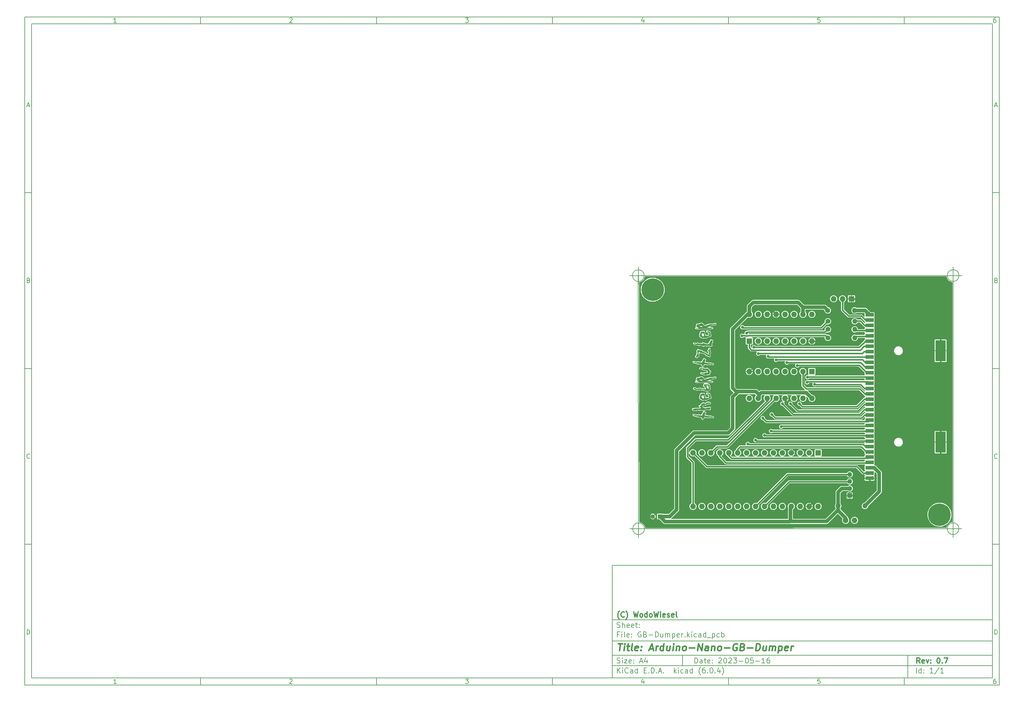
<source format=gbr>
%TF.GenerationSoftware,KiCad,Pcbnew,(6.0.4)*%
%TF.CreationDate,2023-10-13T20:42:47+02:00*%
%TF.ProjectId,GB-Dumper,47422d44-756d-4706-9572-2e6b69636164,0.7*%
%TF.SameCoordinates,Original*%
%TF.FileFunction,Copper,L1,Top*%
%TF.FilePolarity,Positive*%
%FSLAX46Y46*%
G04 Gerber Fmt 4.6, Leading zero omitted, Abs format (unit mm)*
G04 Created by KiCad (PCBNEW (6.0.4)) date 2023-10-13 20:42:47*
%MOMM*%
%LPD*%
G01*
G04 APERTURE LIST*
%ADD10C,0.100000*%
%ADD11C,0.150000*%
%ADD12C,0.300000*%
%ADD13C,0.400000*%
%TA.AperFunction,Profile*%
%ADD14C,0.150000*%
%TD*%
%TA.AperFunction,EtchedComponent*%
%ADD15C,0.010000*%
%TD*%
%TA.AperFunction,SMDPad,CuDef*%
%ADD16R,2.400000X1.000000*%
%TD*%
%TA.AperFunction,SMDPad,CuDef*%
%ADD17R,3.000000X6.000000*%
%TD*%
%TA.AperFunction,ComponentPad*%
%ADD18C,1.600000*%
%TD*%
%TA.AperFunction,ComponentPad*%
%ADD19O,1.600000X1.600000*%
%TD*%
%TA.AperFunction,ComponentPad*%
%ADD20R,1.600000X1.600000*%
%TD*%
%TA.AperFunction,ComponentPad*%
%ADD21C,1.400000*%
%TD*%
%TA.AperFunction,ComponentPad*%
%ADD22O,1.400000X1.400000*%
%TD*%
%TA.AperFunction,ComponentPad*%
%ADD23R,1.350000X1.350000*%
%TD*%
%TA.AperFunction,ComponentPad*%
%ADD24O,1.350000X1.350000*%
%TD*%
%TA.AperFunction,ComponentPad*%
%ADD25R,1.200000X1.200000*%
%TD*%
%TA.AperFunction,ComponentPad*%
%ADD26C,1.200000*%
%TD*%
%TA.AperFunction,ComponentPad*%
%ADD27C,0.800000*%
%TD*%
%TA.AperFunction,ComponentPad*%
%ADD28C,6.400000*%
%TD*%
%TA.AperFunction,ViaPad*%
%ADD29C,0.800000*%
%TD*%
%TA.AperFunction,Conductor*%
%ADD30C,0.400000*%
%TD*%
%TA.AperFunction,Conductor*%
%ADD31C,0.250000*%
%TD*%
%TA.AperFunction,Conductor*%
%ADD32C,1.000000*%
%TD*%
G04 APERTURE END LIST*
D10*
D11*
X177002200Y-166007200D02*
X177002200Y-198007200D01*
X285002200Y-198007200D01*
X285002200Y-166007200D01*
X177002200Y-166007200D01*
D10*
D11*
X10000000Y-10000000D02*
X10000000Y-200007200D01*
X287002200Y-200007200D01*
X287002200Y-10000000D01*
X10000000Y-10000000D01*
D10*
D11*
X12000000Y-12000000D02*
X12000000Y-198007200D01*
X285002200Y-198007200D01*
X285002200Y-12000000D01*
X12000000Y-12000000D01*
D10*
D11*
X60000000Y-12000000D02*
X60000000Y-10000000D01*
D10*
D11*
X110000000Y-12000000D02*
X110000000Y-10000000D01*
D10*
D11*
X160000000Y-12000000D02*
X160000000Y-10000000D01*
D10*
D11*
X210000000Y-12000000D02*
X210000000Y-10000000D01*
D10*
D11*
X260000000Y-12000000D02*
X260000000Y-10000000D01*
D10*
D11*
X36065476Y-11588095D02*
X35322619Y-11588095D01*
X35694047Y-11588095D02*
X35694047Y-10288095D01*
X35570238Y-10473809D01*
X35446428Y-10597619D01*
X35322619Y-10659523D01*
D10*
D11*
X85322619Y-10411904D02*
X85384523Y-10350000D01*
X85508333Y-10288095D01*
X85817857Y-10288095D01*
X85941666Y-10350000D01*
X86003571Y-10411904D01*
X86065476Y-10535714D01*
X86065476Y-10659523D01*
X86003571Y-10845238D01*
X85260714Y-11588095D01*
X86065476Y-11588095D01*
D10*
D11*
X135260714Y-10288095D02*
X136065476Y-10288095D01*
X135632142Y-10783333D01*
X135817857Y-10783333D01*
X135941666Y-10845238D01*
X136003571Y-10907142D01*
X136065476Y-11030952D01*
X136065476Y-11340476D01*
X136003571Y-11464285D01*
X135941666Y-11526190D01*
X135817857Y-11588095D01*
X135446428Y-11588095D01*
X135322619Y-11526190D01*
X135260714Y-11464285D01*
D10*
D11*
X185941666Y-10721428D02*
X185941666Y-11588095D01*
X185632142Y-10226190D02*
X185322619Y-11154761D01*
X186127380Y-11154761D01*
D10*
D11*
X236003571Y-10288095D02*
X235384523Y-10288095D01*
X235322619Y-10907142D01*
X235384523Y-10845238D01*
X235508333Y-10783333D01*
X235817857Y-10783333D01*
X235941666Y-10845238D01*
X236003571Y-10907142D01*
X236065476Y-11030952D01*
X236065476Y-11340476D01*
X236003571Y-11464285D01*
X235941666Y-11526190D01*
X235817857Y-11588095D01*
X235508333Y-11588095D01*
X235384523Y-11526190D01*
X235322619Y-11464285D01*
D10*
D11*
X285941666Y-10288095D02*
X285694047Y-10288095D01*
X285570238Y-10350000D01*
X285508333Y-10411904D01*
X285384523Y-10597619D01*
X285322619Y-10845238D01*
X285322619Y-11340476D01*
X285384523Y-11464285D01*
X285446428Y-11526190D01*
X285570238Y-11588095D01*
X285817857Y-11588095D01*
X285941666Y-11526190D01*
X286003571Y-11464285D01*
X286065476Y-11340476D01*
X286065476Y-11030952D01*
X286003571Y-10907142D01*
X285941666Y-10845238D01*
X285817857Y-10783333D01*
X285570238Y-10783333D01*
X285446428Y-10845238D01*
X285384523Y-10907142D01*
X285322619Y-11030952D01*
D10*
D11*
X60000000Y-198007200D02*
X60000000Y-200007200D01*
D10*
D11*
X110000000Y-198007200D02*
X110000000Y-200007200D01*
D10*
D11*
X160000000Y-198007200D02*
X160000000Y-200007200D01*
D10*
D11*
X210000000Y-198007200D02*
X210000000Y-200007200D01*
D10*
D11*
X260000000Y-198007200D02*
X260000000Y-200007200D01*
D10*
D11*
X36065476Y-199595295D02*
X35322619Y-199595295D01*
X35694047Y-199595295D02*
X35694047Y-198295295D01*
X35570238Y-198481009D01*
X35446428Y-198604819D01*
X35322619Y-198666723D01*
D10*
D11*
X85322619Y-198419104D02*
X85384523Y-198357200D01*
X85508333Y-198295295D01*
X85817857Y-198295295D01*
X85941666Y-198357200D01*
X86003571Y-198419104D01*
X86065476Y-198542914D01*
X86065476Y-198666723D01*
X86003571Y-198852438D01*
X85260714Y-199595295D01*
X86065476Y-199595295D01*
D10*
D11*
X135260714Y-198295295D02*
X136065476Y-198295295D01*
X135632142Y-198790533D01*
X135817857Y-198790533D01*
X135941666Y-198852438D01*
X136003571Y-198914342D01*
X136065476Y-199038152D01*
X136065476Y-199347676D01*
X136003571Y-199471485D01*
X135941666Y-199533390D01*
X135817857Y-199595295D01*
X135446428Y-199595295D01*
X135322619Y-199533390D01*
X135260714Y-199471485D01*
D10*
D11*
X185941666Y-198728628D02*
X185941666Y-199595295D01*
X185632142Y-198233390D02*
X185322619Y-199161961D01*
X186127380Y-199161961D01*
D10*
D11*
X236003571Y-198295295D02*
X235384523Y-198295295D01*
X235322619Y-198914342D01*
X235384523Y-198852438D01*
X235508333Y-198790533D01*
X235817857Y-198790533D01*
X235941666Y-198852438D01*
X236003571Y-198914342D01*
X236065476Y-199038152D01*
X236065476Y-199347676D01*
X236003571Y-199471485D01*
X235941666Y-199533390D01*
X235817857Y-199595295D01*
X235508333Y-199595295D01*
X235384523Y-199533390D01*
X235322619Y-199471485D01*
D10*
D11*
X285941666Y-198295295D02*
X285694047Y-198295295D01*
X285570238Y-198357200D01*
X285508333Y-198419104D01*
X285384523Y-198604819D01*
X285322619Y-198852438D01*
X285322619Y-199347676D01*
X285384523Y-199471485D01*
X285446428Y-199533390D01*
X285570238Y-199595295D01*
X285817857Y-199595295D01*
X285941666Y-199533390D01*
X286003571Y-199471485D01*
X286065476Y-199347676D01*
X286065476Y-199038152D01*
X286003571Y-198914342D01*
X285941666Y-198852438D01*
X285817857Y-198790533D01*
X285570238Y-198790533D01*
X285446428Y-198852438D01*
X285384523Y-198914342D01*
X285322619Y-199038152D01*
D10*
D11*
X10000000Y-60000000D02*
X12000000Y-60000000D01*
D10*
D11*
X10000000Y-110000000D02*
X12000000Y-110000000D01*
D10*
D11*
X10000000Y-160000000D02*
X12000000Y-160000000D01*
D10*
D11*
X10690476Y-35216666D02*
X11309523Y-35216666D01*
X10566666Y-35588095D02*
X11000000Y-34288095D01*
X11433333Y-35588095D01*
D10*
D11*
X11092857Y-84907142D02*
X11278571Y-84969047D01*
X11340476Y-85030952D01*
X11402380Y-85154761D01*
X11402380Y-85340476D01*
X11340476Y-85464285D01*
X11278571Y-85526190D01*
X11154761Y-85588095D01*
X10659523Y-85588095D01*
X10659523Y-84288095D01*
X11092857Y-84288095D01*
X11216666Y-84350000D01*
X11278571Y-84411904D01*
X11340476Y-84535714D01*
X11340476Y-84659523D01*
X11278571Y-84783333D01*
X11216666Y-84845238D01*
X11092857Y-84907142D01*
X10659523Y-84907142D01*
D10*
D11*
X11402380Y-135464285D02*
X11340476Y-135526190D01*
X11154761Y-135588095D01*
X11030952Y-135588095D01*
X10845238Y-135526190D01*
X10721428Y-135402380D01*
X10659523Y-135278571D01*
X10597619Y-135030952D01*
X10597619Y-134845238D01*
X10659523Y-134597619D01*
X10721428Y-134473809D01*
X10845238Y-134350000D01*
X11030952Y-134288095D01*
X11154761Y-134288095D01*
X11340476Y-134350000D01*
X11402380Y-134411904D01*
D10*
D11*
X10659523Y-185588095D02*
X10659523Y-184288095D01*
X10969047Y-184288095D01*
X11154761Y-184350000D01*
X11278571Y-184473809D01*
X11340476Y-184597619D01*
X11402380Y-184845238D01*
X11402380Y-185030952D01*
X11340476Y-185278571D01*
X11278571Y-185402380D01*
X11154761Y-185526190D01*
X10969047Y-185588095D01*
X10659523Y-185588095D01*
D10*
D11*
X287002200Y-60000000D02*
X285002200Y-60000000D01*
D10*
D11*
X287002200Y-110000000D02*
X285002200Y-110000000D01*
D10*
D11*
X287002200Y-160000000D02*
X285002200Y-160000000D01*
D10*
D11*
X285692676Y-35216666D02*
X286311723Y-35216666D01*
X285568866Y-35588095D02*
X286002200Y-34288095D01*
X286435533Y-35588095D01*
D10*
D11*
X286095057Y-84907142D02*
X286280771Y-84969047D01*
X286342676Y-85030952D01*
X286404580Y-85154761D01*
X286404580Y-85340476D01*
X286342676Y-85464285D01*
X286280771Y-85526190D01*
X286156961Y-85588095D01*
X285661723Y-85588095D01*
X285661723Y-84288095D01*
X286095057Y-84288095D01*
X286218866Y-84350000D01*
X286280771Y-84411904D01*
X286342676Y-84535714D01*
X286342676Y-84659523D01*
X286280771Y-84783333D01*
X286218866Y-84845238D01*
X286095057Y-84907142D01*
X285661723Y-84907142D01*
D10*
D11*
X286404580Y-135464285D02*
X286342676Y-135526190D01*
X286156961Y-135588095D01*
X286033152Y-135588095D01*
X285847438Y-135526190D01*
X285723628Y-135402380D01*
X285661723Y-135278571D01*
X285599819Y-135030952D01*
X285599819Y-134845238D01*
X285661723Y-134597619D01*
X285723628Y-134473809D01*
X285847438Y-134350000D01*
X286033152Y-134288095D01*
X286156961Y-134288095D01*
X286342676Y-134350000D01*
X286404580Y-134411904D01*
D10*
D11*
X285661723Y-185588095D02*
X285661723Y-184288095D01*
X285971247Y-184288095D01*
X286156961Y-184350000D01*
X286280771Y-184473809D01*
X286342676Y-184597619D01*
X286404580Y-184845238D01*
X286404580Y-185030952D01*
X286342676Y-185278571D01*
X286280771Y-185402380D01*
X286156961Y-185526190D01*
X285971247Y-185588095D01*
X285661723Y-185588095D01*
D10*
D11*
X200434342Y-193785771D02*
X200434342Y-192285771D01*
X200791485Y-192285771D01*
X201005771Y-192357200D01*
X201148628Y-192500057D01*
X201220057Y-192642914D01*
X201291485Y-192928628D01*
X201291485Y-193142914D01*
X201220057Y-193428628D01*
X201148628Y-193571485D01*
X201005771Y-193714342D01*
X200791485Y-193785771D01*
X200434342Y-193785771D01*
X202577200Y-193785771D02*
X202577200Y-193000057D01*
X202505771Y-192857200D01*
X202362914Y-192785771D01*
X202077200Y-192785771D01*
X201934342Y-192857200D01*
X202577200Y-193714342D02*
X202434342Y-193785771D01*
X202077200Y-193785771D01*
X201934342Y-193714342D01*
X201862914Y-193571485D01*
X201862914Y-193428628D01*
X201934342Y-193285771D01*
X202077200Y-193214342D01*
X202434342Y-193214342D01*
X202577200Y-193142914D01*
X203077200Y-192785771D02*
X203648628Y-192785771D01*
X203291485Y-192285771D02*
X203291485Y-193571485D01*
X203362914Y-193714342D01*
X203505771Y-193785771D01*
X203648628Y-193785771D01*
X204720057Y-193714342D02*
X204577200Y-193785771D01*
X204291485Y-193785771D01*
X204148628Y-193714342D01*
X204077200Y-193571485D01*
X204077200Y-193000057D01*
X204148628Y-192857200D01*
X204291485Y-192785771D01*
X204577200Y-192785771D01*
X204720057Y-192857200D01*
X204791485Y-193000057D01*
X204791485Y-193142914D01*
X204077200Y-193285771D01*
X205434342Y-193642914D02*
X205505771Y-193714342D01*
X205434342Y-193785771D01*
X205362914Y-193714342D01*
X205434342Y-193642914D01*
X205434342Y-193785771D01*
X205434342Y-192857200D02*
X205505771Y-192928628D01*
X205434342Y-193000057D01*
X205362914Y-192928628D01*
X205434342Y-192857200D01*
X205434342Y-193000057D01*
X207220057Y-192428628D02*
X207291485Y-192357200D01*
X207434342Y-192285771D01*
X207791485Y-192285771D01*
X207934342Y-192357200D01*
X208005771Y-192428628D01*
X208077200Y-192571485D01*
X208077200Y-192714342D01*
X208005771Y-192928628D01*
X207148628Y-193785771D01*
X208077200Y-193785771D01*
X209005771Y-192285771D02*
X209148628Y-192285771D01*
X209291485Y-192357200D01*
X209362914Y-192428628D01*
X209434342Y-192571485D01*
X209505771Y-192857200D01*
X209505771Y-193214342D01*
X209434342Y-193500057D01*
X209362914Y-193642914D01*
X209291485Y-193714342D01*
X209148628Y-193785771D01*
X209005771Y-193785771D01*
X208862914Y-193714342D01*
X208791485Y-193642914D01*
X208720057Y-193500057D01*
X208648628Y-193214342D01*
X208648628Y-192857200D01*
X208720057Y-192571485D01*
X208791485Y-192428628D01*
X208862914Y-192357200D01*
X209005771Y-192285771D01*
X210077200Y-192428628D02*
X210148628Y-192357200D01*
X210291485Y-192285771D01*
X210648628Y-192285771D01*
X210791485Y-192357200D01*
X210862914Y-192428628D01*
X210934342Y-192571485D01*
X210934342Y-192714342D01*
X210862914Y-192928628D01*
X210005771Y-193785771D01*
X210934342Y-193785771D01*
X211434342Y-192285771D02*
X212362914Y-192285771D01*
X211862914Y-192857200D01*
X212077200Y-192857200D01*
X212220057Y-192928628D01*
X212291485Y-193000057D01*
X212362914Y-193142914D01*
X212362914Y-193500057D01*
X212291485Y-193642914D01*
X212220057Y-193714342D01*
X212077200Y-193785771D01*
X211648628Y-193785771D01*
X211505771Y-193714342D01*
X211434342Y-193642914D01*
X213005771Y-193214342D02*
X214148628Y-193214342D01*
X215148628Y-192285771D02*
X215291485Y-192285771D01*
X215434342Y-192357200D01*
X215505771Y-192428628D01*
X215577200Y-192571485D01*
X215648628Y-192857200D01*
X215648628Y-193214342D01*
X215577200Y-193500057D01*
X215505771Y-193642914D01*
X215434342Y-193714342D01*
X215291485Y-193785771D01*
X215148628Y-193785771D01*
X215005771Y-193714342D01*
X214934342Y-193642914D01*
X214862914Y-193500057D01*
X214791485Y-193214342D01*
X214791485Y-192857200D01*
X214862914Y-192571485D01*
X214934342Y-192428628D01*
X215005771Y-192357200D01*
X215148628Y-192285771D01*
X217005771Y-192285771D02*
X216291485Y-192285771D01*
X216220057Y-193000057D01*
X216291485Y-192928628D01*
X216434342Y-192857200D01*
X216791485Y-192857200D01*
X216934342Y-192928628D01*
X217005771Y-193000057D01*
X217077200Y-193142914D01*
X217077200Y-193500057D01*
X217005771Y-193642914D01*
X216934342Y-193714342D01*
X216791485Y-193785771D01*
X216434342Y-193785771D01*
X216291485Y-193714342D01*
X216220057Y-193642914D01*
X217720057Y-193214342D02*
X218862914Y-193214342D01*
X220362914Y-193785771D02*
X219505771Y-193785771D01*
X219934342Y-193785771D02*
X219934342Y-192285771D01*
X219791485Y-192500057D01*
X219648628Y-192642914D01*
X219505771Y-192714342D01*
X221648628Y-192285771D02*
X221362914Y-192285771D01*
X221220057Y-192357200D01*
X221148628Y-192428628D01*
X221005771Y-192642914D01*
X220934342Y-192928628D01*
X220934342Y-193500057D01*
X221005771Y-193642914D01*
X221077200Y-193714342D01*
X221220057Y-193785771D01*
X221505771Y-193785771D01*
X221648628Y-193714342D01*
X221720057Y-193642914D01*
X221791485Y-193500057D01*
X221791485Y-193142914D01*
X221720057Y-193000057D01*
X221648628Y-192928628D01*
X221505771Y-192857200D01*
X221220057Y-192857200D01*
X221077200Y-192928628D01*
X221005771Y-193000057D01*
X220934342Y-193142914D01*
D10*
D11*
X177002200Y-194507200D02*
X285002200Y-194507200D01*
D10*
D11*
X178434342Y-196585771D02*
X178434342Y-195085771D01*
X179291485Y-196585771D02*
X178648628Y-195728628D01*
X179291485Y-195085771D02*
X178434342Y-195942914D01*
X179934342Y-196585771D02*
X179934342Y-195585771D01*
X179934342Y-195085771D02*
X179862914Y-195157200D01*
X179934342Y-195228628D01*
X180005771Y-195157200D01*
X179934342Y-195085771D01*
X179934342Y-195228628D01*
X181505771Y-196442914D02*
X181434342Y-196514342D01*
X181220057Y-196585771D01*
X181077200Y-196585771D01*
X180862914Y-196514342D01*
X180720057Y-196371485D01*
X180648628Y-196228628D01*
X180577200Y-195942914D01*
X180577200Y-195728628D01*
X180648628Y-195442914D01*
X180720057Y-195300057D01*
X180862914Y-195157200D01*
X181077200Y-195085771D01*
X181220057Y-195085771D01*
X181434342Y-195157200D01*
X181505771Y-195228628D01*
X182791485Y-196585771D02*
X182791485Y-195800057D01*
X182720057Y-195657200D01*
X182577200Y-195585771D01*
X182291485Y-195585771D01*
X182148628Y-195657200D01*
X182791485Y-196514342D02*
X182648628Y-196585771D01*
X182291485Y-196585771D01*
X182148628Y-196514342D01*
X182077200Y-196371485D01*
X182077200Y-196228628D01*
X182148628Y-196085771D01*
X182291485Y-196014342D01*
X182648628Y-196014342D01*
X182791485Y-195942914D01*
X184148628Y-196585771D02*
X184148628Y-195085771D01*
X184148628Y-196514342D02*
X184005771Y-196585771D01*
X183720057Y-196585771D01*
X183577200Y-196514342D01*
X183505771Y-196442914D01*
X183434342Y-196300057D01*
X183434342Y-195871485D01*
X183505771Y-195728628D01*
X183577200Y-195657200D01*
X183720057Y-195585771D01*
X184005771Y-195585771D01*
X184148628Y-195657200D01*
X186005771Y-195800057D02*
X186505771Y-195800057D01*
X186720057Y-196585771D02*
X186005771Y-196585771D01*
X186005771Y-195085771D01*
X186720057Y-195085771D01*
X187362914Y-196442914D02*
X187434342Y-196514342D01*
X187362914Y-196585771D01*
X187291485Y-196514342D01*
X187362914Y-196442914D01*
X187362914Y-196585771D01*
X188077200Y-196585771D02*
X188077200Y-195085771D01*
X188434342Y-195085771D01*
X188648628Y-195157200D01*
X188791485Y-195300057D01*
X188862914Y-195442914D01*
X188934342Y-195728628D01*
X188934342Y-195942914D01*
X188862914Y-196228628D01*
X188791485Y-196371485D01*
X188648628Y-196514342D01*
X188434342Y-196585771D01*
X188077200Y-196585771D01*
X189577200Y-196442914D02*
X189648628Y-196514342D01*
X189577200Y-196585771D01*
X189505771Y-196514342D01*
X189577200Y-196442914D01*
X189577200Y-196585771D01*
X190220057Y-196157200D02*
X190934342Y-196157200D01*
X190077200Y-196585771D02*
X190577200Y-195085771D01*
X191077200Y-196585771D01*
X191577200Y-196442914D02*
X191648628Y-196514342D01*
X191577200Y-196585771D01*
X191505771Y-196514342D01*
X191577200Y-196442914D01*
X191577200Y-196585771D01*
X194577200Y-196585771D02*
X194577200Y-195085771D01*
X194720057Y-196014342D02*
X195148628Y-196585771D01*
X195148628Y-195585771D02*
X194577200Y-196157200D01*
X195791485Y-196585771D02*
X195791485Y-195585771D01*
X195791485Y-195085771D02*
X195720057Y-195157200D01*
X195791485Y-195228628D01*
X195862914Y-195157200D01*
X195791485Y-195085771D01*
X195791485Y-195228628D01*
X197148628Y-196514342D02*
X197005771Y-196585771D01*
X196720057Y-196585771D01*
X196577200Y-196514342D01*
X196505771Y-196442914D01*
X196434342Y-196300057D01*
X196434342Y-195871485D01*
X196505771Y-195728628D01*
X196577200Y-195657200D01*
X196720057Y-195585771D01*
X197005771Y-195585771D01*
X197148628Y-195657200D01*
X198434342Y-196585771D02*
X198434342Y-195800057D01*
X198362914Y-195657200D01*
X198220057Y-195585771D01*
X197934342Y-195585771D01*
X197791485Y-195657200D01*
X198434342Y-196514342D02*
X198291485Y-196585771D01*
X197934342Y-196585771D01*
X197791485Y-196514342D01*
X197720057Y-196371485D01*
X197720057Y-196228628D01*
X197791485Y-196085771D01*
X197934342Y-196014342D01*
X198291485Y-196014342D01*
X198434342Y-195942914D01*
X199791485Y-196585771D02*
X199791485Y-195085771D01*
X199791485Y-196514342D02*
X199648628Y-196585771D01*
X199362914Y-196585771D01*
X199220057Y-196514342D01*
X199148628Y-196442914D01*
X199077200Y-196300057D01*
X199077200Y-195871485D01*
X199148628Y-195728628D01*
X199220057Y-195657200D01*
X199362914Y-195585771D01*
X199648628Y-195585771D01*
X199791485Y-195657200D01*
X202077200Y-197157200D02*
X202005771Y-197085771D01*
X201862914Y-196871485D01*
X201791485Y-196728628D01*
X201720057Y-196514342D01*
X201648628Y-196157200D01*
X201648628Y-195871485D01*
X201720057Y-195514342D01*
X201791485Y-195300057D01*
X201862914Y-195157200D01*
X202005771Y-194942914D01*
X202077200Y-194871485D01*
X203291485Y-195085771D02*
X203005771Y-195085771D01*
X202862914Y-195157200D01*
X202791485Y-195228628D01*
X202648628Y-195442914D01*
X202577200Y-195728628D01*
X202577200Y-196300057D01*
X202648628Y-196442914D01*
X202720057Y-196514342D01*
X202862914Y-196585771D01*
X203148628Y-196585771D01*
X203291485Y-196514342D01*
X203362914Y-196442914D01*
X203434342Y-196300057D01*
X203434342Y-195942914D01*
X203362914Y-195800057D01*
X203291485Y-195728628D01*
X203148628Y-195657200D01*
X202862914Y-195657200D01*
X202720057Y-195728628D01*
X202648628Y-195800057D01*
X202577200Y-195942914D01*
X204077200Y-196442914D02*
X204148628Y-196514342D01*
X204077200Y-196585771D01*
X204005771Y-196514342D01*
X204077200Y-196442914D01*
X204077200Y-196585771D01*
X205077200Y-195085771D02*
X205220057Y-195085771D01*
X205362914Y-195157200D01*
X205434342Y-195228628D01*
X205505771Y-195371485D01*
X205577200Y-195657200D01*
X205577200Y-196014342D01*
X205505771Y-196300057D01*
X205434342Y-196442914D01*
X205362914Y-196514342D01*
X205220057Y-196585771D01*
X205077200Y-196585771D01*
X204934342Y-196514342D01*
X204862914Y-196442914D01*
X204791485Y-196300057D01*
X204720057Y-196014342D01*
X204720057Y-195657200D01*
X204791485Y-195371485D01*
X204862914Y-195228628D01*
X204934342Y-195157200D01*
X205077200Y-195085771D01*
X206220057Y-196442914D02*
X206291485Y-196514342D01*
X206220057Y-196585771D01*
X206148628Y-196514342D01*
X206220057Y-196442914D01*
X206220057Y-196585771D01*
X207577200Y-195585771D02*
X207577200Y-196585771D01*
X207220057Y-195014342D02*
X206862914Y-196085771D01*
X207791485Y-196085771D01*
X208220057Y-197157200D02*
X208291485Y-197085771D01*
X208434342Y-196871485D01*
X208505771Y-196728628D01*
X208577200Y-196514342D01*
X208648628Y-196157200D01*
X208648628Y-195871485D01*
X208577200Y-195514342D01*
X208505771Y-195300057D01*
X208434342Y-195157200D01*
X208291485Y-194942914D01*
X208220057Y-194871485D01*
D10*
D11*
X177002200Y-191507200D02*
X285002200Y-191507200D01*
D10*
D12*
X264411485Y-193785771D02*
X263911485Y-193071485D01*
X263554342Y-193785771D02*
X263554342Y-192285771D01*
X264125771Y-192285771D01*
X264268628Y-192357200D01*
X264340057Y-192428628D01*
X264411485Y-192571485D01*
X264411485Y-192785771D01*
X264340057Y-192928628D01*
X264268628Y-193000057D01*
X264125771Y-193071485D01*
X263554342Y-193071485D01*
X265625771Y-193714342D02*
X265482914Y-193785771D01*
X265197200Y-193785771D01*
X265054342Y-193714342D01*
X264982914Y-193571485D01*
X264982914Y-193000057D01*
X265054342Y-192857200D01*
X265197200Y-192785771D01*
X265482914Y-192785771D01*
X265625771Y-192857200D01*
X265697200Y-193000057D01*
X265697200Y-193142914D01*
X264982914Y-193285771D01*
X266197200Y-192785771D02*
X266554342Y-193785771D01*
X266911485Y-192785771D01*
X267482914Y-193642914D02*
X267554342Y-193714342D01*
X267482914Y-193785771D01*
X267411485Y-193714342D01*
X267482914Y-193642914D01*
X267482914Y-193785771D01*
X267482914Y-192857200D02*
X267554342Y-192928628D01*
X267482914Y-193000057D01*
X267411485Y-192928628D01*
X267482914Y-192857200D01*
X267482914Y-193000057D01*
X269625771Y-192285771D02*
X269768628Y-192285771D01*
X269911485Y-192357200D01*
X269982914Y-192428628D01*
X270054342Y-192571485D01*
X270125771Y-192857200D01*
X270125771Y-193214342D01*
X270054342Y-193500057D01*
X269982914Y-193642914D01*
X269911485Y-193714342D01*
X269768628Y-193785771D01*
X269625771Y-193785771D01*
X269482914Y-193714342D01*
X269411485Y-193642914D01*
X269340057Y-193500057D01*
X269268628Y-193214342D01*
X269268628Y-192857200D01*
X269340057Y-192571485D01*
X269411485Y-192428628D01*
X269482914Y-192357200D01*
X269625771Y-192285771D01*
X270768628Y-193642914D02*
X270840057Y-193714342D01*
X270768628Y-193785771D01*
X270697200Y-193714342D01*
X270768628Y-193642914D01*
X270768628Y-193785771D01*
X271340057Y-192285771D02*
X272340057Y-192285771D01*
X271697200Y-193785771D01*
D10*
D11*
X178362914Y-193714342D02*
X178577200Y-193785771D01*
X178934342Y-193785771D01*
X179077200Y-193714342D01*
X179148628Y-193642914D01*
X179220057Y-193500057D01*
X179220057Y-193357200D01*
X179148628Y-193214342D01*
X179077200Y-193142914D01*
X178934342Y-193071485D01*
X178648628Y-193000057D01*
X178505771Y-192928628D01*
X178434342Y-192857200D01*
X178362914Y-192714342D01*
X178362914Y-192571485D01*
X178434342Y-192428628D01*
X178505771Y-192357200D01*
X178648628Y-192285771D01*
X179005771Y-192285771D01*
X179220057Y-192357200D01*
X179862914Y-193785771D02*
X179862914Y-192785771D01*
X179862914Y-192285771D02*
X179791485Y-192357200D01*
X179862914Y-192428628D01*
X179934342Y-192357200D01*
X179862914Y-192285771D01*
X179862914Y-192428628D01*
X180434342Y-192785771D02*
X181220057Y-192785771D01*
X180434342Y-193785771D01*
X181220057Y-193785771D01*
X182362914Y-193714342D02*
X182220057Y-193785771D01*
X181934342Y-193785771D01*
X181791485Y-193714342D01*
X181720057Y-193571485D01*
X181720057Y-193000057D01*
X181791485Y-192857200D01*
X181934342Y-192785771D01*
X182220057Y-192785771D01*
X182362914Y-192857200D01*
X182434342Y-193000057D01*
X182434342Y-193142914D01*
X181720057Y-193285771D01*
X183077200Y-193642914D02*
X183148628Y-193714342D01*
X183077200Y-193785771D01*
X183005771Y-193714342D01*
X183077200Y-193642914D01*
X183077200Y-193785771D01*
X183077200Y-192857200D02*
X183148628Y-192928628D01*
X183077200Y-193000057D01*
X183005771Y-192928628D01*
X183077200Y-192857200D01*
X183077200Y-193000057D01*
X184862914Y-193357200D02*
X185577200Y-193357200D01*
X184720057Y-193785771D02*
X185220057Y-192285771D01*
X185720057Y-193785771D01*
X186862914Y-192785771D02*
X186862914Y-193785771D01*
X186505771Y-192214342D02*
X186148628Y-193285771D01*
X187077200Y-193285771D01*
D10*
D11*
X263434342Y-196585771D02*
X263434342Y-195085771D01*
X264791485Y-196585771D02*
X264791485Y-195085771D01*
X264791485Y-196514342D02*
X264648628Y-196585771D01*
X264362914Y-196585771D01*
X264220057Y-196514342D01*
X264148628Y-196442914D01*
X264077200Y-196300057D01*
X264077200Y-195871485D01*
X264148628Y-195728628D01*
X264220057Y-195657200D01*
X264362914Y-195585771D01*
X264648628Y-195585771D01*
X264791485Y-195657200D01*
X265505771Y-196442914D02*
X265577200Y-196514342D01*
X265505771Y-196585771D01*
X265434342Y-196514342D01*
X265505771Y-196442914D01*
X265505771Y-196585771D01*
X265505771Y-195657200D02*
X265577200Y-195728628D01*
X265505771Y-195800057D01*
X265434342Y-195728628D01*
X265505771Y-195657200D01*
X265505771Y-195800057D01*
X268148628Y-196585771D02*
X267291485Y-196585771D01*
X267720057Y-196585771D02*
X267720057Y-195085771D01*
X267577200Y-195300057D01*
X267434342Y-195442914D01*
X267291485Y-195514342D01*
X269862914Y-195014342D02*
X268577200Y-196942914D01*
X271148628Y-196585771D02*
X270291485Y-196585771D01*
X270720057Y-196585771D02*
X270720057Y-195085771D01*
X270577200Y-195300057D01*
X270434342Y-195442914D01*
X270291485Y-195514342D01*
D10*
D11*
X177002200Y-187507200D02*
X285002200Y-187507200D01*
D10*
D13*
X178714580Y-188211961D02*
X179857438Y-188211961D01*
X179036009Y-190211961D02*
X179286009Y-188211961D01*
X180274104Y-190211961D02*
X180440771Y-188878628D01*
X180524104Y-188211961D02*
X180416961Y-188307200D01*
X180500295Y-188402438D01*
X180607438Y-188307200D01*
X180524104Y-188211961D01*
X180500295Y-188402438D01*
X181107438Y-188878628D02*
X181869342Y-188878628D01*
X181476485Y-188211961D02*
X181262200Y-189926247D01*
X181333628Y-190116723D01*
X181512200Y-190211961D01*
X181702676Y-190211961D01*
X182655057Y-190211961D02*
X182476485Y-190116723D01*
X182405057Y-189926247D01*
X182619342Y-188211961D01*
X184190771Y-190116723D02*
X183988390Y-190211961D01*
X183607438Y-190211961D01*
X183428866Y-190116723D01*
X183357438Y-189926247D01*
X183452676Y-189164342D01*
X183571723Y-188973866D01*
X183774104Y-188878628D01*
X184155057Y-188878628D01*
X184333628Y-188973866D01*
X184405057Y-189164342D01*
X184381247Y-189354819D01*
X183405057Y-189545295D01*
X185155057Y-190021485D02*
X185238390Y-190116723D01*
X185131247Y-190211961D01*
X185047914Y-190116723D01*
X185155057Y-190021485D01*
X185131247Y-190211961D01*
X185286009Y-188973866D02*
X185369342Y-189069104D01*
X185262200Y-189164342D01*
X185178866Y-189069104D01*
X185286009Y-188973866D01*
X185262200Y-189164342D01*
X187583628Y-189640533D02*
X188536009Y-189640533D01*
X187321723Y-190211961D02*
X188238390Y-188211961D01*
X188655057Y-190211961D01*
X189321723Y-190211961D02*
X189488390Y-188878628D01*
X189440771Y-189259580D02*
X189559819Y-189069104D01*
X189666961Y-188973866D01*
X189869342Y-188878628D01*
X190059819Y-188878628D01*
X191416961Y-190211961D02*
X191666961Y-188211961D01*
X191428866Y-190116723D02*
X191226485Y-190211961D01*
X190845533Y-190211961D01*
X190666961Y-190116723D01*
X190583628Y-190021485D01*
X190512200Y-189831009D01*
X190583628Y-189259580D01*
X190702676Y-189069104D01*
X190809819Y-188973866D01*
X191012200Y-188878628D01*
X191393152Y-188878628D01*
X191571723Y-188973866D01*
X193393152Y-188878628D02*
X193226485Y-190211961D01*
X192536009Y-188878628D02*
X192405057Y-189926247D01*
X192476485Y-190116723D01*
X192655057Y-190211961D01*
X192940771Y-190211961D01*
X193143152Y-190116723D01*
X193250295Y-190021485D01*
X194178866Y-190211961D02*
X194345533Y-188878628D01*
X194428866Y-188211961D02*
X194321723Y-188307200D01*
X194405057Y-188402438D01*
X194512200Y-188307200D01*
X194428866Y-188211961D01*
X194405057Y-188402438D01*
X195297914Y-188878628D02*
X195131247Y-190211961D01*
X195274104Y-189069104D02*
X195381247Y-188973866D01*
X195583628Y-188878628D01*
X195869342Y-188878628D01*
X196047914Y-188973866D01*
X196119342Y-189164342D01*
X195988390Y-190211961D01*
X197226485Y-190211961D02*
X197047914Y-190116723D01*
X196964580Y-190021485D01*
X196893152Y-189831009D01*
X196964580Y-189259580D01*
X197083628Y-189069104D01*
X197190771Y-188973866D01*
X197393152Y-188878628D01*
X197678866Y-188878628D01*
X197857438Y-188973866D01*
X197940771Y-189069104D01*
X198012200Y-189259580D01*
X197940771Y-189831009D01*
X197821723Y-190021485D01*
X197714580Y-190116723D01*
X197512200Y-190211961D01*
X197226485Y-190211961D01*
X198845533Y-189450057D02*
X200369342Y-189450057D01*
X201226485Y-190211961D02*
X201476485Y-188211961D01*
X202369342Y-190211961D01*
X202619342Y-188211961D01*
X204178866Y-190211961D02*
X204309819Y-189164342D01*
X204238390Y-188973866D01*
X204059819Y-188878628D01*
X203678866Y-188878628D01*
X203476485Y-188973866D01*
X204190771Y-190116723D02*
X203988390Y-190211961D01*
X203512200Y-190211961D01*
X203333628Y-190116723D01*
X203262200Y-189926247D01*
X203286009Y-189735771D01*
X203405057Y-189545295D01*
X203607438Y-189450057D01*
X204083628Y-189450057D01*
X204286009Y-189354819D01*
X205297914Y-188878628D02*
X205131247Y-190211961D01*
X205274104Y-189069104D02*
X205381247Y-188973866D01*
X205583628Y-188878628D01*
X205869342Y-188878628D01*
X206047914Y-188973866D01*
X206119342Y-189164342D01*
X205988390Y-190211961D01*
X207226485Y-190211961D02*
X207047914Y-190116723D01*
X206964580Y-190021485D01*
X206893152Y-189831009D01*
X206964580Y-189259580D01*
X207083628Y-189069104D01*
X207190771Y-188973866D01*
X207393152Y-188878628D01*
X207678866Y-188878628D01*
X207857438Y-188973866D01*
X207940771Y-189069104D01*
X208012200Y-189259580D01*
X207940771Y-189831009D01*
X207821723Y-190021485D01*
X207714580Y-190116723D01*
X207512200Y-190211961D01*
X207226485Y-190211961D01*
X208845533Y-189450057D02*
X210369342Y-189450057D01*
X212512200Y-188307200D02*
X212333628Y-188211961D01*
X212047914Y-188211961D01*
X211750295Y-188307200D01*
X211536009Y-188497676D01*
X211416961Y-188688152D01*
X211274104Y-189069104D01*
X211238390Y-189354819D01*
X211286009Y-189735771D01*
X211357438Y-189926247D01*
X211524104Y-190116723D01*
X211797914Y-190211961D01*
X211988390Y-190211961D01*
X212286009Y-190116723D01*
X212393152Y-190021485D01*
X212476485Y-189354819D01*
X212095533Y-189354819D01*
X214024104Y-189164342D02*
X214297914Y-189259580D01*
X214381247Y-189354819D01*
X214452676Y-189545295D01*
X214416961Y-189831009D01*
X214297914Y-190021485D01*
X214190771Y-190116723D01*
X213988390Y-190211961D01*
X213226485Y-190211961D01*
X213476485Y-188211961D01*
X214143152Y-188211961D01*
X214321723Y-188307200D01*
X214405057Y-188402438D01*
X214476485Y-188592914D01*
X214452676Y-188783390D01*
X214333628Y-188973866D01*
X214226485Y-189069104D01*
X214024104Y-189164342D01*
X213357438Y-189164342D01*
X215321723Y-189450057D02*
X216845533Y-189450057D01*
X217702676Y-190211961D02*
X217952676Y-188211961D01*
X218428866Y-188211961D01*
X218702676Y-188307200D01*
X218869342Y-188497676D01*
X218940771Y-188688152D01*
X218988390Y-189069104D01*
X218952676Y-189354819D01*
X218809819Y-189735771D01*
X218690771Y-189926247D01*
X218476485Y-190116723D01*
X218178866Y-190211961D01*
X217702676Y-190211961D01*
X220726485Y-188878628D02*
X220559819Y-190211961D01*
X219869342Y-188878628D02*
X219738390Y-189926247D01*
X219809819Y-190116723D01*
X219988390Y-190211961D01*
X220274104Y-190211961D01*
X220476485Y-190116723D01*
X220583628Y-190021485D01*
X221512200Y-190211961D02*
X221678866Y-188878628D01*
X221655057Y-189069104D02*
X221762200Y-188973866D01*
X221964580Y-188878628D01*
X222250295Y-188878628D01*
X222428866Y-188973866D01*
X222500295Y-189164342D01*
X222369342Y-190211961D01*
X222500295Y-189164342D02*
X222619342Y-188973866D01*
X222821723Y-188878628D01*
X223107438Y-188878628D01*
X223286009Y-188973866D01*
X223357438Y-189164342D01*
X223226485Y-190211961D01*
X224345533Y-188878628D02*
X224095533Y-190878628D01*
X224333628Y-188973866D02*
X224536009Y-188878628D01*
X224916961Y-188878628D01*
X225095533Y-188973866D01*
X225178866Y-189069104D01*
X225250295Y-189259580D01*
X225178866Y-189831009D01*
X225059819Y-190021485D01*
X224952676Y-190116723D01*
X224750295Y-190211961D01*
X224369342Y-190211961D01*
X224190771Y-190116723D01*
X226762200Y-190116723D02*
X226559819Y-190211961D01*
X226178866Y-190211961D01*
X226000295Y-190116723D01*
X225928866Y-189926247D01*
X226024104Y-189164342D01*
X226143152Y-188973866D01*
X226345533Y-188878628D01*
X226726485Y-188878628D01*
X226905057Y-188973866D01*
X226976485Y-189164342D01*
X226952676Y-189354819D01*
X225976485Y-189545295D01*
X227702676Y-190211961D02*
X227869342Y-188878628D01*
X227821723Y-189259580D02*
X227940771Y-189069104D01*
X228047914Y-188973866D01*
X228250295Y-188878628D01*
X228440771Y-188878628D01*
D10*
D11*
X178934342Y-185600057D02*
X178434342Y-185600057D01*
X178434342Y-186385771D02*
X178434342Y-184885771D01*
X179148628Y-184885771D01*
X179720057Y-186385771D02*
X179720057Y-185385771D01*
X179720057Y-184885771D02*
X179648628Y-184957200D01*
X179720057Y-185028628D01*
X179791485Y-184957200D01*
X179720057Y-184885771D01*
X179720057Y-185028628D01*
X180648628Y-186385771D02*
X180505771Y-186314342D01*
X180434342Y-186171485D01*
X180434342Y-184885771D01*
X181791485Y-186314342D02*
X181648628Y-186385771D01*
X181362914Y-186385771D01*
X181220057Y-186314342D01*
X181148628Y-186171485D01*
X181148628Y-185600057D01*
X181220057Y-185457200D01*
X181362914Y-185385771D01*
X181648628Y-185385771D01*
X181791485Y-185457200D01*
X181862914Y-185600057D01*
X181862914Y-185742914D01*
X181148628Y-185885771D01*
X182505771Y-186242914D02*
X182577200Y-186314342D01*
X182505771Y-186385771D01*
X182434342Y-186314342D01*
X182505771Y-186242914D01*
X182505771Y-186385771D01*
X182505771Y-185457200D02*
X182577200Y-185528628D01*
X182505771Y-185600057D01*
X182434342Y-185528628D01*
X182505771Y-185457200D01*
X182505771Y-185600057D01*
X185148628Y-184957200D02*
X185005771Y-184885771D01*
X184791485Y-184885771D01*
X184577200Y-184957200D01*
X184434342Y-185100057D01*
X184362914Y-185242914D01*
X184291485Y-185528628D01*
X184291485Y-185742914D01*
X184362914Y-186028628D01*
X184434342Y-186171485D01*
X184577200Y-186314342D01*
X184791485Y-186385771D01*
X184934342Y-186385771D01*
X185148628Y-186314342D01*
X185220057Y-186242914D01*
X185220057Y-185742914D01*
X184934342Y-185742914D01*
X186362914Y-185600057D02*
X186577200Y-185671485D01*
X186648628Y-185742914D01*
X186720057Y-185885771D01*
X186720057Y-186100057D01*
X186648628Y-186242914D01*
X186577200Y-186314342D01*
X186434342Y-186385771D01*
X185862914Y-186385771D01*
X185862914Y-184885771D01*
X186362914Y-184885771D01*
X186505771Y-184957200D01*
X186577200Y-185028628D01*
X186648628Y-185171485D01*
X186648628Y-185314342D01*
X186577200Y-185457200D01*
X186505771Y-185528628D01*
X186362914Y-185600057D01*
X185862914Y-185600057D01*
X187362914Y-185814342D02*
X188505771Y-185814342D01*
X189220057Y-186385771D02*
X189220057Y-184885771D01*
X189577200Y-184885771D01*
X189791485Y-184957200D01*
X189934342Y-185100057D01*
X190005771Y-185242914D01*
X190077200Y-185528628D01*
X190077200Y-185742914D01*
X190005771Y-186028628D01*
X189934342Y-186171485D01*
X189791485Y-186314342D01*
X189577200Y-186385771D01*
X189220057Y-186385771D01*
X191362914Y-185385771D02*
X191362914Y-186385771D01*
X190720057Y-185385771D02*
X190720057Y-186171485D01*
X190791485Y-186314342D01*
X190934342Y-186385771D01*
X191148628Y-186385771D01*
X191291485Y-186314342D01*
X191362914Y-186242914D01*
X192077200Y-186385771D02*
X192077200Y-185385771D01*
X192077200Y-185528628D02*
X192148628Y-185457200D01*
X192291485Y-185385771D01*
X192505771Y-185385771D01*
X192648628Y-185457200D01*
X192720057Y-185600057D01*
X192720057Y-186385771D01*
X192720057Y-185600057D02*
X192791485Y-185457200D01*
X192934342Y-185385771D01*
X193148628Y-185385771D01*
X193291485Y-185457200D01*
X193362914Y-185600057D01*
X193362914Y-186385771D01*
X194077200Y-185385771D02*
X194077200Y-186885771D01*
X194077200Y-185457200D02*
X194220057Y-185385771D01*
X194505771Y-185385771D01*
X194648628Y-185457200D01*
X194720057Y-185528628D01*
X194791485Y-185671485D01*
X194791485Y-186100057D01*
X194720057Y-186242914D01*
X194648628Y-186314342D01*
X194505771Y-186385771D01*
X194220057Y-186385771D01*
X194077200Y-186314342D01*
X196005771Y-186314342D02*
X195862914Y-186385771D01*
X195577200Y-186385771D01*
X195434342Y-186314342D01*
X195362914Y-186171485D01*
X195362914Y-185600057D01*
X195434342Y-185457200D01*
X195577200Y-185385771D01*
X195862914Y-185385771D01*
X196005771Y-185457200D01*
X196077200Y-185600057D01*
X196077200Y-185742914D01*
X195362914Y-185885771D01*
X196720057Y-186385771D02*
X196720057Y-185385771D01*
X196720057Y-185671485D02*
X196791485Y-185528628D01*
X196862914Y-185457200D01*
X197005771Y-185385771D01*
X197148628Y-185385771D01*
X197648628Y-186242914D02*
X197720057Y-186314342D01*
X197648628Y-186385771D01*
X197577200Y-186314342D01*
X197648628Y-186242914D01*
X197648628Y-186385771D01*
X198362914Y-186385771D02*
X198362914Y-184885771D01*
X198505771Y-185814342D02*
X198934342Y-186385771D01*
X198934342Y-185385771D02*
X198362914Y-185957200D01*
X199577200Y-186385771D02*
X199577200Y-185385771D01*
X199577200Y-184885771D02*
X199505771Y-184957200D01*
X199577200Y-185028628D01*
X199648628Y-184957200D01*
X199577200Y-184885771D01*
X199577200Y-185028628D01*
X200934342Y-186314342D02*
X200791485Y-186385771D01*
X200505771Y-186385771D01*
X200362914Y-186314342D01*
X200291485Y-186242914D01*
X200220057Y-186100057D01*
X200220057Y-185671485D01*
X200291485Y-185528628D01*
X200362914Y-185457200D01*
X200505771Y-185385771D01*
X200791485Y-185385771D01*
X200934342Y-185457200D01*
X202220057Y-186385771D02*
X202220057Y-185600057D01*
X202148628Y-185457200D01*
X202005771Y-185385771D01*
X201720057Y-185385771D01*
X201577200Y-185457200D01*
X202220057Y-186314342D02*
X202077200Y-186385771D01*
X201720057Y-186385771D01*
X201577200Y-186314342D01*
X201505771Y-186171485D01*
X201505771Y-186028628D01*
X201577200Y-185885771D01*
X201720057Y-185814342D01*
X202077200Y-185814342D01*
X202220057Y-185742914D01*
X203577200Y-186385771D02*
X203577200Y-184885771D01*
X203577200Y-186314342D02*
X203434342Y-186385771D01*
X203148628Y-186385771D01*
X203005771Y-186314342D01*
X202934342Y-186242914D01*
X202862914Y-186100057D01*
X202862914Y-185671485D01*
X202934342Y-185528628D01*
X203005771Y-185457200D01*
X203148628Y-185385771D01*
X203434342Y-185385771D01*
X203577200Y-185457200D01*
X203934342Y-186528628D02*
X205077200Y-186528628D01*
X205434342Y-185385771D02*
X205434342Y-186885771D01*
X205434342Y-185457200D02*
X205577200Y-185385771D01*
X205862914Y-185385771D01*
X206005771Y-185457200D01*
X206077200Y-185528628D01*
X206148628Y-185671485D01*
X206148628Y-186100057D01*
X206077200Y-186242914D01*
X206005771Y-186314342D01*
X205862914Y-186385771D01*
X205577200Y-186385771D01*
X205434342Y-186314342D01*
X207434342Y-186314342D02*
X207291485Y-186385771D01*
X207005771Y-186385771D01*
X206862914Y-186314342D01*
X206791485Y-186242914D01*
X206720057Y-186100057D01*
X206720057Y-185671485D01*
X206791485Y-185528628D01*
X206862914Y-185457200D01*
X207005771Y-185385771D01*
X207291485Y-185385771D01*
X207434342Y-185457200D01*
X208077200Y-186385771D02*
X208077200Y-184885771D01*
X208077200Y-185457200D02*
X208220057Y-185385771D01*
X208505771Y-185385771D01*
X208648628Y-185457200D01*
X208720057Y-185528628D01*
X208791485Y-185671485D01*
X208791485Y-186100057D01*
X208720057Y-186242914D01*
X208648628Y-186314342D01*
X208505771Y-186385771D01*
X208220057Y-186385771D01*
X208077200Y-186314342D01*
D10*
D11*
X177002200Y-181507200D02*
X285002200Y-181507200D01*
D10*
D11*
X178362914Y-183614342D02*
X178577200Y-183685771D01*
X178934342Y-183685771D01*
X179077200Y-183614342D01*
X179148628Y-183542914D01*
X179220057Y-183400057D01*
X179220057Y-183257200D01*
X179148628Y-183114342D01*
X179077200Y-183042914D01*
X178934342Y-182971485D01*
X178648628Y-182900057D01*
X178505771Y-182828628D01*
X178434342Y-182757200D01*
X178362914Y-182614342D01*
X178362914Y-182471485D01*
X178434342Y-182328628D01*
X178505771Y-182257200D01*
X178648628Y-182185771D01*
X179005771Y-182185771D01*
X179220057Y-182257200D01*
X179862914Y-183685771D02*
X179862914Y-182185771D01*
X180505771Y-183685771D02*
X180505771Y-182900057D01*
X180434342Y-182757200D01*
X180291485Y-182685771D01*
X180077200Y-182685771D01*
X179934342Y-182757200D01*
X179862914Y-182828628D01*
X181791485Y-183614342D02*
X181648628Y-183685771D01*
X181362914Y-183685771D01*
X181220057Y-183614342D01*
X181148628Y-183471485D01*
X181148628Y-182900057D01*
X181220057Y-182757200D01*
X181362914Y-182685771D01*
X181648628Y-182685771D01*
X181791485Y-182757200D01*
X181862914Y-182900057D01*
X181862914Y-183042914D01*
X181148628Y-183185771D01*
X183077200Y-183614342D02*
X182934342Y-183685771D01*
X182648628Y-183685771D01*
X182505771Y-183614342D01*
X182434342Y-183471485D01*
X182434342Y-182900057D01*
X182505771Y-182757200D01*
X182648628Y-182685771D01*
X182934342Y-182685771D01*
X183077200Y-182757200D01*
X183148628Y-182900057D01*
X183148628Y-183042914D01*
X182434342Y-183185771D01*
X183577200Y-182685771D02*
X184148628Y-182685771D01*
X183791485Y-182185771D02*
X183791485Y-183471485D01*
X183862914Y-183614342D01*
X184005771Y-183685771D01*
X184148628Y-183685771D01*
X184648628Y-183542914D02*
X184720057Y-183614342D01*
X184648628Y-183685771D01*
X184577200Y-183614342D01*
X184648628Y-183542914D01*
X184648628Y-183685771D01*
X184648628Y-182757200D02*
X184720057Y-182828628D01*
X184648628Y-182900057D01*
X184577200Y-182828628D01*
X184648628Y-182757200D01*
X184648628Y-182900057D01*
D10*
D12*
X178982914Y-181257200D02*
X178911485Y-181185771D01*
X178768628Y-180971485D01*
X178697200Y-180828628D01*
X178625771Y-180614342D01*
X178554342Y-180257200D01*
X178554342Y-179971485D01*
X178625771Y-179614342D01*
X178697200Y-179400057D01*
X178768628Y-179257200D01*
X178911485Y-179042914D01*
X178982914Y-178971485D01*
X180411485Y-180542914D02*
X180340057Y-180614342D01*
X180125771Y-180685771D01*
X179982914Y-180685771D01*
X179768628Y-180614342D01*
X179625771Y-180471485D01*
X179554342Y-180328628D01*
X179482914Y-180042914D01*
X179482914Y-179828628D01*
X179554342Y-179542914D01*
X179625771Y-179400057D01*
X179768628Y-179257200D01*
X179982914Y-179185771D01*
X180125771Y-179185771D01*
X180340057Y-179257200D01*
X180411485Y-179328628D01*
X180911485Y-181257200D02*
X180982914Y-181185771D01*
X181125771Y-180971485D01*
X181197200Y-180828628D01*
X181268628Y-180614342D01*
X181340057Y-180257200D01*
X181340057Y-179971485D01*
X181268628Y-179614342D01*
X181197200Y-179400057D01*
X181125771Y-179257200D01*
X180982914Y-179042914D01*
X180911485Y-178971485D01*
X183054342Y-179185771D02*
X183411485Y-180685771D01*
X183697200Y-179614342D01*
X183982914Y-180685771D01*
X184340057Y-179185771D01*
X185125771Y-180685771D02*
X184982914Y-180614342D01*
X184911485Y-180542914D01*
X184840057Y-180400057D01*
X184840057Y-179971485D01*
X184911485Y-179828628D01*
X184982914Y-179757200D01*
X185125771Y-179685771D01*
X185340057Y-179685771D01*
X185482914Y-179757200D01*
X185554342Y-179828628D01*
X185625771Y-179971485D01*
X185625771Y-180400057D01*
X185554342Y-180542914D01*
X185482914Y-180614342D01*
X185340057Y-180685771D01*
X185125771Y-180685771D01*
X186911485Y-180685771D02*
X186911485Y-179185771D01*
X186911485Y-180614342D02*
X186768628Y-180685771D01*
X186482914Y-180685771D01*
X186340057Y-180614342D01*
X186268628Y-180542914D01*
X186197200Y-180400057D01*
X186197200Y-179971485D01*
X186268628Y-179828628D01*
X186340057Y-179757200D01*
X186482914Y-179685771D01*
X186768628Y-179685771D01*
X186911485Y-179757200D01*
X187840057Y-180685771D02*
X187697200Y-180614342D01*
X187625771Y-180542914D01*
X187554342Y-180400057D01*
X187554342Y-179971485D01*
X187625771Y-179828628D01*
X187697200Y-179757200D01*
X187840057Y-179685771D01*
X188054342Y-179685771D01*
X188197200Y-179757200D01*
X188268628Y-179828628D01*
X188340057Y-179971485D01*
X188340057Y-180400057D01*
X188268628Y-180542914D01*
X188197200Y-180614342D01*
X188054342Y-180685771D01*
X187840057Y-180685771D01*
X188840057Y-179185771D02*
X189197200Y-180685771D01*
X189482914Y-179614342D01*
X189768628Y-180685771D01*
X190125771Y-179185771D01*
X190697200Y-180685771D02*
X190697200Y-179685771D01*
X190697200Y-179185771D02*
X190625771Y-179257200D01*
X190697200Y-179328628D01*
X190768628Y-179257200D01*
X190697200Y-179185771D01*
X190697200Y-179328628D01*
X191982914Y-180614342D02*
X191840057Y-180685771D01*
X191554342Y-180685771D01*
X191411485Y-180614342D01*
X191340057Y-180471485D01*
X191340057Y-179900057D01*
X191411485Y-179757200D01*
X191554342Y-179685771D01*
X191840057Y-179685771D01*
X191982914Y-179757200D01*
X192054342Y-179900057D01*
X192054342Y-180042914D01*
X191340057Y-180185771D01*
X192625771Y-180614342D02*
X192768628Y-180685771D01*
X193054342Y-180685771D01*
X193197200Y-180614342D01*
X193268628Y-180471485D01*
X193268628Y-180400057D01*
X193197200Y-180257200D01*
X193054342Y-180185771D01*
X192840057Y-180185771D01*
X192697200Y-180114342D01*
X192625771Y-179971485D01*
X192625771Y-179900057D01*
X192697200Y-179757200D01*
X192840057Y-179685771D01*
X193054342Y-179685771D01*
X193197200Y-179757200D01*
X194482914Y-180614342D02*
X194340057Y-180685771D01*
X194054342Y-180685771D01*
X193911485Y-180614342D01*
X193840057Y-180471485D01*
X193840057Y-179900057D01*
X193911485Y-179757200D01*
X194054342Y-179685771D01*
X194340057Y-179685771D01*
X194482914Y-179757200D01*
X194554342Y-179900057D01*
X194554342Y-180042914D01*
X193840057Y-180185771D01*
X195411485Y-180685771D02*
X195268628Y-180614342D01*
X195197200Y-180471485D01*
X195197200Y-179185771D01*
D10*
D11*
D10*
D11*
D10*
D11*
D10*
D11*
D10*
D11*
X197002200Y-191507200D02*
X197002200Y-194507200D01*
D10*
D11*
X261002200Y-191507200D02*
X261002200Y-198007200D01*
D14*
X273834000Y-83564000D02*
X273834000Y-155540000D01*
X184378000Y-83564000D02*
X273834000Y-83564000D01*
X184478000Y-155564000D02*
X184378000Y-83564000D01*
X273834000Y-155540000D02*
X184478000Y-155564000D01*
X275524666Y-83554000D02*
G75*
G03*
X275524666Y-83554000I-1666666J0D01*
G01*
X271358000Y-83554000D02*
X276358000Y-83554000D01*
X273858000Y-81054000D02*
X273858000Y-86054000D01*
X186064666Y-83584000D02*
G75*
G03*
X186064666Y-83584000I-1666666J0D01*
G01*
X181898000Y-83584000D02*
X186898000Y-83584000D01*
X184398000Y-81084000D02*
X184398000Y-86084000D01*
X275504666Y-155544000D02*
G75*
G03*
X275504666Y-155544000I-1666666J0D01*
G01*
X271338000Y-155544000D02*
X276338000Y-155544000D01*
X273838000Y-153044000D02*
X273838000Y-158044000D01*
X186144666Y-155564000D02*
G75*
G03*
X186144666Y-155564000I-1666666J0D01*
G01*
X181978000Y-155564000D02*
X186978000Y-155564000D01*
X184478000Y-153064000D02*
X184478000Y-158064000D01*
%TO.C,G1*%
G36*
X203131513Y-122371684D02*
G01*
X203148222Y-122395111D01*
X203227712Y-122442271D01*
X203294436Y-122451556D01*
X203406282Y-122490099D01*
X203439693Y-122586726D01*
X203388666Y-122712936D01*
X203357441Y-122750761D01*
X203270005Y-122908687D01*
X203271157Y-123024587D01*
X203255713Y-123192447D01*
X203188944Y-123285723D01*
X203135756Y-123343457D01*
X203131410Y-123378578D01*
X203193445Y-123399250D01*
X203339405Y-123413634D01*
X203484573Y-123423285D01*
X203695266Y-123441944D01*
X203865210Y-123466360D01*
X203959452Y-123491440D01*
X203961978Y-123492880D01*
X204054471Y-123519509D01*
X204218105Y-123542020D01*
X204352269Y-123551928D01*
X204665939Y-123577623D01*
X204968221Y-123620966D01*
X205238940Y-123677004D01*
X205457923Y-123740784D01*
X205604993Y-123807353D01*
X205659978Y-123871759D01*
X205660000Y-123872973D01*
X205610242Y-123899290D01*
X205484209Y-123902393D01*
X205420111Y-123896356D01*
X205068105Y-123855118D01*
X204803924Y-123830952D01*
X204603884Y-123823335D01*
X204444300Y-123831743D01*
X204301490Y-123855653D01*
X204240474Y-123870278D01*
X204059955Y-123909664D01*
X203938794Y-123910288D01*
X203829443Y-123869655D01*
X203787373Y-123846496D01*
X203637807Y-123788545D01*
X203454557Y-123755116D01*
X203269428Y-123746580D01*
X203114228Y-123763310D01*
X203020762Y-123805677D01*
X203007111Y-123837373D01*
X202975531Y-123966817D01*
X202896968Y-124119889D01*
X202795690Y-124260604D01*
X202695965Y-124352978D01*
X202647750Y-124370232D01*
X202570759Y-124342421D01*
X202571896Y-124257834D01*
X202572957Y-124151899D01*
X202546775Y-124111240D01*
X202485678Y-124036134D01*
X202442570Y-123947079D01*
X202342230Y-123829162D01*
X202234385Y-123787602D01*
X202111133Y-123765955D01*
X201909546Y-123731551D01*
X201662671Y-123690002D01*
X201511333Y-123664772D01*
X201124653Y-123592142D01*
X200776168Y-123510646D01*
X200478824Y-123424832D01*
X200245572Y-123339245D01*
X200089357Y-123258434D01*
X200023130Y-123186946D01*
X200035566Y-123146509D01*
X200109339Y-123136803D01*
X200248001Y-123159431D01*
X200313668Y-123176923D01*
X200590280Y-123258357D01*
X200779268Y-123310803D01*
X200901391Y-123336854D01*
X200977406Y-123339103D01*
X201028072Y-123320142D01*
X201074146Y-123282566D01*
X201084464Y-123273201D01*
X201175456Y-123214022D01*
X201285839Y-123209297D01*
X201407395Y-123237385D01*
X201607574Y-123276063D01*
X201833389Y-123296810D01*
X201885440Y-123297908D01*
X202098111Y-123317489D01*
X202303255Y-123365790D01*
X202348087Y-123382385D01*
X202508161Y-123427552D01*
X202588367Y-123399574D01*
X202583550Y-123301782D01*
X202558166Y-123246655D01*
X202505413Y-123125013D01*
X202525967Y-123078434D01*
X202610063Y-123088293D01*
X202685782Y-123091538D01*
X202713509Y-123028191D01*
X202714101Y-122933381D01*
X202761370Y-122712739D01*
X202863848Y-122544061D01*
X202986359Y-122399066D01*
X203070228Y-122344411D01*
X203131513Y-122371684D01*
G37*
D15*
X203131513Y-122371684D02*
X203148222Y-122395111D01*
X203227712Y-122442271D01*
X203294436Y-122451556D01*
X203406282Y-122490099D01*
X203439693Y-122586726D01*
X203388666Y-122712936D01*
X203357441Y-122750761D01*
X203270005Y-122908687D01*
X203271157Y-123024587D01*
X203255713Y-123192447D01*
X203188944Y-123285723D01*
X203135756Y-123343457D01*
X203131410Y-123378578D01*
X203193445Y-123399250D01*
X203339405Y-123413634D01*
X203484573Y-123423285D01*
X203695266Y-123441944D01*
X203865210Y-123466360D01*
X203959452Y-123491440D01*
X203961978Y-123492880D01*
X204054471Y-123519509D01*
X204218105Y-123542020D01*
X204352269Y-123551928D01*
X204665939Y-123577623D01*
X204968221Y-123620966D01*
X205238940Y-123677004D01*
X205457923Y-123740784D01*
X205604993Y-123807353D01*
X205659978Y-123871759D01*
X205660000Y-123872973D01*
X205610242Y-123899290D01*
X205484209Y-123902393D01*
X205420111Y-123896356D01*
X205068105Y-123855118D01*
X204803924Y-123830952D01*
X204603884Y-123823335D01*
X204444300Y-123831743D01*
X204301490Y-123855653D01*
X204240474Y-123870278D01*
X204059955Y-123909664D01*
X203938794Y-123910288D01*
X203829443Y-123869655D01*
X203787373Y-123846496D01*
X203637807Y-123788545D01*
X203454557Y-123755116D01*
X203269428Y-123746580D01*
X203114228Y-123763310D01*
X203020762Y-123805677D01*
X203007111Y-123837373D01*
X202975531Y-123966817D01*
X202896968Y-124119889D01*
X202795690Y-124260604D01*
X202695965Y-124352978D01*
X202647750Y-124370232D01*
X202570759Y-124342421D01*
X202571896Y-124257834D01*
X202572957Y-124151899D01*
X202546775Y-124111240D01*
X202485678Y-124036134D01*
X202442570Y-123947079D01*
X202342230Y-123829162D01*
X202234385Y-123787602D01*
X202111133Y-123765955D01*
X201909546Y-123731551D01*
X201662671Y-123690002D01*
X201511333Y-123664772D01*
X201124653Y-123592142D01*
X200776168Y-123510646D01*
X200478824Y-123424832D01*
X200245572Y-123339245D01*
X200089357Y-123258434D01*
X200023130Y-123186946D01*
X200035566Y-123146509D01*
X200109339Y-123136803D01*
X200248001Y-123159431D01*
X200313668Y-123176923D01*
X200590280Y-123258357D01*
X200779268Y-123310803D01*
X200901391Y-123336854D01*
X200977406Y-123339103D01*
X201028072Y-123320142D01*
X201074146Y-123282566D01*
X201084464Y-123273201D01*
X201175456Y-123214022D01*
X201285839Y-123209297D01*
X201407395Y-123237385D01*
X201607574Y-123276063D01*
X201833389Y-123296810D01*
X201885440Y-123297908D01*
X202098111Y-123317489D01*
X202303255Y-123365790D01*
X202348087Y-123382385D01*
X202508161Y-123427552D01*
X202588367Y-123399574D01*
X202583550Y-123301782D01*
X202558166Y-123246655D01*
X202505413Y-123125013D01*
X202525967Y-123078434D01*
X202610063Y-123088293D01*
X202685782Y-123091538D01*
X202713509Y-123028191D01*
X202714101Y-122933381D01*
X202761370Y-122712739D01*
X202863848Y-122544061D01*
X202986359Y-122399066D01*
X203070228Y-122344411D01*
X203131513Y-122371684D01*
G36*
X204603179Y-119655031D02*
G01*
X204756209Y-119728933D01*
X204813177Y-119846256D01*
X204813333Y-119853766D01*
X204798530Y-119947855D01*
X204739145Y-119989364D01*
X204612715Y-119984397D01*
X204451997Y-119951931D01*
X204284946Y-119918460D01*
X204185622Y-119922113D01*
X204112505Y-119971559D01*
X204057817Y-120034248D01*
X203911974Y-120144720D01*
X203693482Y-120233798D01*
X203442215Y-120289116D01*
X203204667Y-120298807D01*
X202981047Y-120330893D01*
X202766766Y-120440563D01*
X202608126Y-120602425D01*
X202588123Y-120636930D01*
X202539070Y-120756636D01*
X202550099Y-120855096D01*
X202611022Y-120968823D01*
X202745601Y-121118872D01*
X202940631Y-121212896D01*
X203210350Y-121254918D01*
X203568995Y-121248962D01*
X203595668Y-121247014D01*
X203856777Y-121218692D01*
X204115098Y-121176692D01*
X204317519Y-121129752D01*
X204328415Y-121126447D01*
X204577953Y-121063390D01*
X204743149Y-121052871D01*
X204818903Y-121092824D01*
X204800113Y-121181183D01*
X204715659Y-121283262D01*
X204650869Y-121373262D01*
X204671836Y-121465165D01*
X204692789Y-121500717D01*
X204767593Y-121620498D01*
X204183685Y-121592300D01*
X203909755Y-121581678D01*
X203714363Y-121584017D01*
X203563493Y-121603606D01*
X203423129Y-121644734D01*
X203268427Y-121707710D01*
X203103858Y-121776157D01*
X202976448Y-121814069D01*
X202848833Y-121824630D01*
X202683647Y-121811019D01*
X202449982Y-121777398D01*
X202233890Y-121746018D01*
X202053467Y-121725632D01*
X201884297Y-121716662D01*
X201701966Y-121719534D01*
X201482058Y-121734672D01*
X201200159Y-121762500D01*
X200831853Y-121803443D01*
X200810230Y-121805899D01*
X200484676Y-121841175D01*
X200252723Y-121858435D01*
X200095978Y-121853862D01*
X199996050Y-121823637D01*
X199934545Y-121763939D01*
X199893074Y-121670951D01*
X199874338Y-121611562D01*
X199855968Y-121523983D01*
X199892065Y-121495548D01*
X200008808Y-121509977D01*
X200031064Y-121514113D01*
X200176696Y-121527015D01*
X200248745Y-121489109D01*
X200261631Y-121464076D01*
X200291305Y-121428357D01*
X200359619Y-121404709D01*
X200484213Y-121391483D01*
X200682726Y-121387034D01*
X200972798Y-121389712D01*
X201044291Y-121390976D01*
X201334098Y-121392993D01*
X201591613Y-121388567D01*
X201791322Y-121378568D01*
X201907707Y-121363867D01*
X201916713Y-121361201D01*
X202026423Y-121277628D01*
X202093714Y-121164861D01*
X202116596Y-121062903D01*
X202087582Y-120978090D01*
X201990069Y-120873796D01*
X201942334Y-120830897D01*
X201737111Y-120649572D01*
X201941866Y-120647453D01*
X202120927Y-120619582D01*
X202222373Y-120548850D01*
X202230995Y-120447968D01*
X202216072Y-120418234D01*
X202209395Y-120326284D01*
X202294595Y-120201570D01*
X202314528Y-120180238D01*
X202427438Y-120078896D01*
X202516772Y-120026450D01*
X202529145Y-120024445D01*
X202612810Y-119986111D01*
X202696667Y-119911556D01*
X202788824Y-119829306D01*
X202883612Y-119807227D01*
X203012067Y-119846891D01*
X203181050Y-119936072D01*
X203422956Y-120073478D01*
X203596034Y-119927519D01*
X203911805Y-119725980D01*
X204249997Y-119635067D01*
X204363676Y-119629334D01*
X204603179Y-119655031D01*
G37*
X204603179Y-119655031D02*
X204756209Y-119728933D01*
X204813177Y-119846256D01*
X204813333Y-119853766D01*
X204798530Y-119947855D01*
X204739145Y-119989364D01*
X204612715Y-119984397D01*
X204451997Y-119951931D01*
X204284946Y-119918460D01*
X204185622Y-119922113D01*
X204112505Y-119971559D01*
X204057817Y-120034248D01*
X203911974Y-120144720D01*
X203693482Y-120233798D01*
X203442215Y-120289116D01*
X203204667Y-120298807D01*
X202981047Y-120330893D01*
X202766766Y-120440563D01*
X202608126Y-120602425D01*
X202588123Y-120636930D01*
X202539070Y-120756636D01*
X202550099Y-120855096D01*
X202611022Y-120968823D01*
X202745601Y-121118872D01*
X202940631Y-121212896D01*
X203210350Y-121254918D01*
X203568995Y-121248962D01*
X203595668Y-121247014D01*
X203856777Y-121218692D01*
X204115098Y-121176692D01*
X204317519Y-121129752D01*
X204328415Y-121126447D01*
X204577953Y-121063390D01*
X204743149Y-121052871D01*
X204818903Y-121092824D01*
X204800113Y-121181183D01*
X204715659Y-121283262D01*
X204650869Y-121373262D01*
X204671836Y-121465165D01*
X204692789Y-121500717D01*
X204767593Y-121620498D01*
X204183685Y-121592300D01*
X203909755Y-121581678D01*
X203714363Y-121584017D01*
X203563493Y-121603606D01*
X203423129Y-121644734D01*
X203268427Y-121707710D01*
X203103858Y-121776157D01*
X202976448Y-121814069D01*
X202848833Y-121824630D01*
X202683647Y-121811019D01*
X202449982Y-121777398D01*
X202233890Y-121746018D01*
X202053467Y-121725632D01*
X201884297Y-121716662D01*
X201701966Y-121719534D01*
X201482058Y-121734672D01*
X201200159Y-121762500D01*
X200831853Y-121803443D01*
X200810230Y-121805899D01*
X200484676Y-121841175D01*
X200252723Y-121858435D01*
X200095978Y-121853862D01*
X199996050Y-121823637D01*
X199934545Y-121763939D01*
X199893074Y-121670951D01*
X199874338Y-121611562D01*
X199855968Y-121523983D01*
X199892065Y-121495548D01*
X200008808Y-121509977D01*
X200031064Y-121514113D01*
X200176696Y-121527015D01*
X200248745Y-121489109D01*
X200261631Y-121464076D01*
X200291305Y-121428357D01*
X200359619Y-121404709D01*
X200484213Y-121391483D01*
X200682726Y-121387034D01*
X200972798Y-121389712D01*
X201044291Y-121390976D01*
X201334098Y-121392993D01*
X201591613Y-121388567D01*
X201791322Y-121378568D01*
X201907707Y-121363867D01*
X201916713Y-121361201D01*
X202026423Y-121277628D01*
X202093714Y-121164861D01*
X202116596Y-121062903D01*
X202087582Y-120978090D01*
X201990069Y-120873796D01*
X201942334Y-120830897D01*
X201737111Y-120649572D01*
X201941866Y-120647453D01*
X202120927Y-120619582D01*
X202222373Y-120548850D01*
X202230995Y-120447968D01*
X202216072Y-120418234D01*
X202209395Y-120326284D01*
X202294595Y-120201570D01*
X202314528Y-120180238D01*
X202427438Y-120078896D01*
X202516772Y-120026450D01*
X202529145Y-120024445D01*
X202612810Y-119986111D01*
X202696667Y-119911556D01*
X202788824Y-119829306D01*
X202883612Y-119807227D01*
X203012067Y-119846891D01*
X203181050Y-119936072D01*
X203422956Y-120073478D01*
X203596034Y-119927519D01*
X203911805Y-119725980D01*
X204249997Y-119635067D01*
X204363676Y-119629334D01*
X204603179Y-119655031D01*
G36*
X201709090Y-98626918D02*
G01*
X201397096Y-98617761D01*
X201134172Y-98605804D01*
X200943499Y-98592049D01*
X200861640Y-98581109D01*
X200769357Y-98558317D01*
X200753122Y-98540864D01*
X200824065Y-98523827D01*
X200993316Y-98502285D01*
X201055839Y-98495222D01*
X201336612Y-98460191D01*
X201511010Y-98426795D01*
X201585342Y-98389900D01*
X201565919Y-98344373D01*
X201459050Y-98285079D01*
X201364244Y-98244312D01*
X201176301Y-98160717D01*
X201017857Y-98079317D01*
X200950212Y-98036900D01*
X200876374Y-97969045D01*
X200893002Y-97917243D01*
X200932942Y-97884111D01*
X200963261Y-97838526D01*
X201666303Y-97838526D01*
X201700596Y-97905114D01*
X201782592Y-97983905D01*
X201916806Y-98077335D01*
X202038638Y-98123077D01*
X202052475Y-98124000D01*
X202159661Y-98161752D01*
X202196477Y-98208667D01*
X202249098Y-98283290D01*
X202274307Y-98293334D01*
X202341133Y-98265745D01*
X202460029Y-98197920D01*
X202595852Y-98112274D01*
X202713455Y-98031218D01*
X202777695Y-97977166D01*
X202781333Y-97969983D01*
X202734892Y-97936973D01*
X202619876Y-97881764D01*
X202586030Y-97867304D01*
X202425113Y-97817723D01*
X202296050Y-97831640D01*
X202244392Y-97852376D01*
X202113923Y-97888986D01*
X201989546Y-97853347D01*
X201943253Y-97827607D01*
X201790852Y-97769861D01*
X201706336Y-97789986D01*
X201666303Y-97838526D01*
X200963261Y-97838526D01*
X201000721Y-97782204D01*
X201041135Y-97629468D01*
X201042507Y-97616000D01*
X201057858Y-97499012D01*
X201097778Y-97440308D01*
X201193210Y-97419133D01*
X201342000Y-97415132D01*
X201626993Y-97376288D01*
X201878222Y-97289371D01*
X202054846Y-97216325D01*
X202210651Y-97171851D01*
X202262025Y-97165684D01*
X202448037Y-97204167D01*
X202642940Y-97302569D01*
X202787646Y-97430681D01*
X202792018Y-97436643D01*
X202870896Y-97538280D01*
X202990888Y-97683878D01*
X203066990Y-97773319D01*
X203267980Y-98006485D01*
X203546768Y-97807342D01*
X203729943Y-97689122D01*
X203871320Y-97635080D01*
X204010135Y-97630795D01*
X204023111Y-97632268D01*
X204227698Y-97618848D01*
X204454272Y-97521500D01*
X204462121Y-97516999D01*
X204606206Y-97442831D01*
X204738864Y-97404712D01*
X204902660Y-97395318D01*
X205111232Y-97405328D01*
X205568693Y-97398396D01*
X205894765Y-97347159D01*
X206166149Y-97298063D01*
X206343266Y-97298013D01*
X206433936Y-97347871D01*
X206450222Y-97408336D01*
X206415826Y-97449666D01*
X206304365Y-97487127D01*
X206103428Y-97523773D01*
X205843444Y-97557691D01*
X205546492Y-97597751D01*
X205306679Y-97646368D01*
X205080735Y-97715957D01*
X204825388Y-97818934D01*
X204633977Y-97904694D01*
X204333278Y-98036371D01*
X204104477Y-98120750D01*
X203921163Y-98166024D01*
X203756926Y-98180385D01*
X203744977Y-98180445D01*
X203582626Y-98188456D01*
X203478869Y-98208966D01*
X203458667Y-98225574D01*
X203510864Y-98248747D01*
X203651169Y-98277771D01*
X203855151Y-98309609D01*
X204098379Y-98341221D01*
X204356422Y-98369569D01*
X204604850Y-98391614D01*
X204819233Y-98404317D01*
X204911037Y-98406223D01*
X205104933Y-98422121D01*
X205280079Y-98461236D01*
X205303548Y-98469776D01*
X205462444Y-98533330D01*
X205293111Y-98583964D01*
X205161789Y-98606154D01*
X204953582Y-98622723D01*
X204704448Y-98631233D01*
X204587556Y-98631779D01*
X204317627Y-98631604D01*
X204058662Y-98633563D01*
X203853346Y-98637261D01*
X203797333Y-98639078D01*
X203565592Y-98644771D01*
X203324763Y-98645666D01*
X203289333Y-98645235D01*
X203148253Y-98643402D01*
X202919080Y-98640844D01*
X202626607Y-98637820D01*
X202295624Y-98634589D01*
X202274307Y-98634391D01*
X202046973Y-98632275D01*
X201709090Y-98626918D01*
G37*
X201709090Y-98626918D02*
X201397096Y-98617761D01*
X201134172Y-98605804D01*
X200943499Y-98592049D01*
X200861640Y-98581109D01*
X200769357Y-98558317D01*
X200753122Y-98540864D01*
X200824065Y-98523827D01*
X200993316Y-98502285D01*
X201055839Y-98495222D01*
X201336612Y-98460191D01*
X201511010Y-98426795D01*
X201585342Y-98389900D01*
X201565919Y-98344373D01*
X201459050Y-98285079D01*
X201364244Y-98244312D01*
X201176301Y-98160717D01*
X201017857Y-98079317D01*
X200950212Y-98036900D01*
X200876374Y-97969045D01*
X200893002Y-97917243D01*
X200932942Y-97884111D01*
X200963261Y-97838526D01*
X201666303Y-97838526D01*
X201700596Y-97905114D01*
X201782592Y-97983905D01*
X201916806Y-98077335D01*
X202038638Y-98123077D01*
X202052475Y-98124000D01*
X202159661Y-98161752D01*
X202196477Y-98208667D01*
X202249098Y-98283290D01*
X202274307Y-98293334D01*
X202341133Y-98265745D01*
X202460029Y-98197920D01*
X202595852Y-98112274D01*
X202713455Y-98031218D01*
X202777695Y-97977166D01*
X202781333Y-97969983D01*
X202734892Y-97936973D01*
X202619876Y-97881764D01*
X202586030Y-97867304D01*
X202425113Y-97817723D01*
X202296050Y-97831640D01*
X202244392Y-97852376D01*
X202113923Y-97888986D01*
X201989546Y-97853347D01*
X201943253Y-97827607D01*
X201790852Y-97769861D01*
X201706336Y-97789986D01*
X201666303Y-97838526D01*
X200963261Y-97838526D01*
X201000721Y-97782204D01*
X201041135Y-97629468D01*
X201042507Y-97616000D01*
X201057858Y-97499012D01*
X201097778Y-97440308D01*
X201193210Y-97419133D01*
X201342000Y-97415132D01*
X201626993Y-97376288D01*
X201878222Y-97289371D01*
X202054846Y-97216325D01*
X202210651Y-97171851D01*
X202262025Y-97165684D01*
X202448037Y-97204167D01*
X202642940Y-97302569D01*
X202787646Y-97430681D01*
X202792018Y-97436643D01*
X202870896Y-97538280D01*
X202990888Y-97683878D01*
X203066990Y-97773319D01*
X203267980Y-98006485D01*
X203546768Y-97807342D01*
X203729943Y-97689122D01*
X203871320Y-97635080D01*
X204010135Y-97630795D01*
X204023111Y-97632268D01*
X204227698Y-97618848D01*
X204454272Y-97521500D01*
X204462121Y-97516999D01*
X204606206Y-97442831D01*
X204738864Y-97404712D01*
X204902660Y-97395318D01*
X205111232Y-97405328D01*
X205568693Y-97398396D01*
X205894765Y-97347159D01*
X206166149Y-97298063D01*
X206343266Y-97298013D01*
X206433936Y-97347871D01*
X206450222Y-97408336D01*
X206415826Y-97449666D01*
X206304365Y-97487127D01*
X206103428Y-97523773D01*
X205843444Y-97557691D01*
X205546492Y-97597751D01*
X205306679Y-97646368D01*
X205080735Y-97715957D01*
X204825388Y-97818934D01*
X204633977Y-97904694D01*
X204333278Y-98036371D01*
X204104477Y-98120750D01*
X203921163Y-98166024D01*
X203756926Y-98180385D01*
X203744977Y-98180445D01*
X203582626Y-98188456D01*
X203478869Y-98208966D01*
X203458667Y-98225574D01*
X203510864Y-98248747D01*
X203651169Y-98277771D01*
X203855151Y-98309609D01*
X204098379Y-98341221D01*
X204356422Y-98369569D01*
X204604850Y-98391614D01*
X204819233Y-98404317D01*
X204911037Y-98406223D01*
X205104933Y-98422121D01*
X205280079Y-98461236D01*
X205303548Y-98469776D01*
X205462444Y-98533330D01*
X205293111Y-98583964D01*
X205161789Y-98606154D01*
X204953582Y-98622723D01*
X204704448Y-98631233D01*
X204587556Y-98631779D01*
X204317627Y-98631604D01*
X204058662Y-98633563D01*
X203853346Y-98637261D01*
X203797333Y-98639078D01*
X203565592Y-98644771D01*
X203324763Y-98645666D01*
X203289333Y-98645235D01*
X203148253Y-98643402D01*
X202919080Y-98640844D01*
X202626607Y-98637820D01*
X202295624Y-98634589D01*
X202274307Y-98634391D01*
X202046973Y-98632275D01*
X201709090Y-98626918D01*
G36*
X205181796Y-101935136D02*
G01*
X205212262Y-101951507D01*
X205336762Y-102006471D01*
X205405234Y-102018667D01*
X205476176Y-102058274D01*
X205483343Y-102153812D01*
X205429960Y-102270357D01*
X205376444Y-102330318D01*
X205302012Y-102429872D01*
X205320000Y-102491467D01*
X205368171Y-102558309D01*
X205358828Y-102631495D01*
X205283199Y-102742026D01*
X205231293Y-102804982D01*
X205138896Y-102930760D01*
X205115473Y-103031752D01*
X205146626Y-103156402D01*
X205205519Y-103387075D01*
X205193805Y-103533349D01*
X205113399Y-103592748D01*
X204966218Y-103562793D01*
X204869778Y-103514445D01*
X204692648Y-103456968D01*
X204451169Y-103434458D01*
X204188668Y-103447975D01*
X203968269Y-103492411D01*
X203798374Y-103525935D01*
X203657880Y-103498781D01*
X203583523Y-103464189D01*
X203369020Y-103386995D01*
X203179381Y-103380003D01*
X203041722Y-103442058D01*
X203005753Y-103488760D01*
X202943979Y-103604186D01*
X202746770Y-103482304D01*
X202549282Y-103395354D01*
X202378684Y-103394597D01*
X202244872Y-103400452D01*
X202038429Y-103386097D01*
X201797192Y-103354587D01*
X201718459Y-103341314D01*
X201443499Y-103292633D01*
X201162574Y-103243644D01*
X200929428Y-103203708D01*
X200897023Y-103198260D01*
X200540247Y-103111825D01*
X200289343Y-102989470D01*
X200187978Y-102897278D01*
X200147222Y-102828841D01*
X200202116Y-102809305D01*
X200227529Y-102808889D01*
X200352602Y-102830259D01*
X200516460Y-102882958D01*
X200548568Y-102895852D01*
X200696357Y-102948114D01*
X200804134Y-102947972D01*
X200931022Y-102895852D01*
X201140403Y-102818761D01*
X201291470Y-102829112D01*
X201354991Y-102872681D01*
X201480715Y-102934880D01*
X201710254Y-102978204D01*
X202035937Y-103001522D01*
X202254612Y-103005412D01*
X202514429Y-102996643D01*
X202671782Y-102969464D01*
X202723521Y-102924940D01*
X202668392Y-102865301D01*
X202620144Y-102818949D01*
X202675522Y-102781052D01*
X202686143Y-102776895D01*
X202794619Y-102779062D01*
X202972436Y-102829865D01*
X203133218Y-102894945D01*
X203496748Y-103028594D01*
X203830423Y-103080431D01*
X204176674Y-103055360D01*
X204304450Y-103030265D01*
X204503200Y-102980851D01*
X204607529Y-102933272D01*
X204634409Y-102871059D01*
X204600815Y-102777743D01*
X204588657Y-102754504D01*
X204568636Y-102662348D01*
X204638213Y-102583061D01*
X204662692Y-102566324D01*
X204762318Y-102458017D01*
X204845903Y-102296706D01*
X204859406Y-102256806D01*
X204949936Y-102039204D01*
X205057701Y-101931720D01*
X205181796Y-101935136D01*
G37*
X205181796Y-101935136D02*
X205212262Y-101951507D01*
X205336762Y-102006471D01*
X205405234Y-102018667D01*
X205476176Y-102058274D01*
X205483343Y-102153812D01*
X205429960Y-102270357D01*
X205376444Y-102330318D01*
X205302012Y-102429872D01*
X205320000Y-102491467D01*
X205368171Y-102558309D01*
X205358828Y-102631495D01*
X205283199Y-102742026D01*
X205231293Y-102804982D01*
X205138896Y-102930760D01*
X205115473Y-103031752D01*
X205146626Y-103156402D01*
X205205519Y-103387075D01*
X205193805Y-103533349D01*
X205113399Y-103592748D01*
X204966218Y-103562793D01*
X204869778Y-103514445D01*
X204692648Y-103456968D01*
X204451169Y-103434458D01*
X204188668Y-103447975D01*
X203968269Y-103492411D01*
X203798374Y-103525935D01*
X203657880Y-103498781D01*
X203583523Y-103464189D01*
X203369020Y-103386995D01*
X203179381Y-103380003D01*
X203041722Y-103442058D01*
X203005753Y-103488760D01*
X202943979Y-103604186D01*
X202746770Y-103482304D01*
X202549282Y-103395354D01*
X202378684Y-103394597D01*
X202244872Y-103400452D01*
X202038429Y-103386097D01*
X201797192Y-103354587D01*
X201718459Y-103341314D01*
X201443499Y-103292633D01*
X201162574Y-103243644D01*
X200929428Y-103203708D01*
X200897023Y-103198260D01*
X200540247Y-103111825D01*
X200289343Y-102989470D01*
X200187978Y-102897278D01*
X200147222Y-102828841D01*
X200202116Y-102809305D01*
X200227529Y-102808889D01*
X200352602Y-102830259D01*
X200516460Y-102882958D01*
X200548568Y-102895852D01*
X200696357Y-102948114D01*
X200804134Y-102947972D01*
X200931022Y-102895852D01*
X201140403Y-102818761D01*
X201291470Y-102829112D01*
X201354991Y-102872681D01*
X201480715Y-102934880D01*
X201710254Y-102978204D01*
X202035937Y-103001522D01*
X202254612Y-103005412D01*
X202514429Y-102996643D01*
X202671782Y-102969464D01*
X202723521Y-102924940D01*
X202668392Y-102865301D01*
X202620144Y-102818949D01*
X202675522Y-102781052D01*
X202686143Y-102776895D01*
X202794619Y-102779062D01*
X202972436Y-102829865D01*
X203133218Y-102894945D01*
X203496748Y-103028594D01*
X203830423Y-103080431D01*
X204176674Y-103055360D01*
X204304450Y-103030265D01*
X204503200Y-102980851D01*
X204607529Y-102933272D01*
X204634409Y-102871059D01*
X204600815Y-102777743D01*
X204588657Y-102754504D01*
X204568636Y-102662348D01*
X204638213Y-102583061D01*
X204662692Y-102566324D01*
X204762318Y-102458017D01*
X204845903Y-102296706D01*
X204859406Y-102256806D01*
X204949936Y-102039204D01*
X205057701Y-101931720D01*
X205181796Y-101935136D01*
G36*
X202684707Y-101248367D02*
G01*
X202458243Y-101205750D01*
X202303944Y-101103370D01*
X202272266Y-101057116D01*
X202174797Y-100965807D01*
X202091584Y-100936053D01*
X201984052Y-100868122D01*
X201918571Y-100714498D01*
X201898170Y-100495420D01*
X201925877Y-100231127D01*
X201954686Y-100108066D01*
X202275454Y-100108066D01*
X202275740Y-100179887D01*
X202295572Y-100344493D01*
X202364788Y-100491870D01*
X202491942Y-100653368D01*
X202624750Y-100793373D01*
X202721958Y-100859037D01*
X202813879Y-100867667D01*
X202853335Y-100859691D01*
X202958422Y-100810162D01*
X203009143Y-100707042D01*
X203023210Y-100616323D01*
X203026466Y-100302896D01*
X202962520Y-100065579D01*
X202891785Y-99963090D01*
X202801815Y-99891977D01*
X202726816Y-99907114D01*
X202700261Y-99927239D01*
X202583773Y-99971936D01*
X202443184Y-99974703D01*
X202335325Y-99965749D01*
X202287196Y-100000669D01*
X202275454Y-100108066D01*
X201954686Y-100108066D01*
X201962608Y-100074227D01*
X202037185Y-99823884D01*
X202110277Y-99658079D01*
X202206271Y-99558930D01*
X202349558Y-99508555D01*
X202564526Y-99489071D01*
X202767222Y-99484293D01*
X203120000Y-99478667D01*
X203120000Y-99752141D01*
X203136470Y-99953911D01*
X203193716Y-100084679D01*
X203237073Y-100131565D01*
X203326146Y-100270672D01*
X203326261Y-100380202D01*
X203347114Y-100551595D01*
X203408627Y-100641421D01*
X203470002Y-100699865D01*
X203536384Y-100729331D01*
X203636798Y-100732097D01*
X203800266Y-100710442D01*
X203954439Y-100684290D01*
X204170755Y-100644918D01*
X204347390Y-100609485D01*
X204451617Y-100584628D01*
X204460556Y-100581641D01*
X204504626Y-100505942D01*
X204527508Y-100320286D01*
X204531111Y-100160425D01*
X204531111Y-99766196D01*
X204319444Y-99707413D01*
X204163136Y-99668940D01*
X204047648Y-99649052D01*
X204033891Y-99648315D01*
X203989721Y-99613582D01*
X204000181Y-99582993D01*
X203992368Y-99503842D01*
X203932957Y-99436390D01*
X203868703Y-99381866D01*
X203891892Y-99369456D01*
X203994889Y-99385487D01*
X204166500Y-99414762D01*
X204366007Y-99446436D01*
X204393848Y-99450651D01*
X204607906Y-99532653D01*
X204749883Y-99695689D01*
X204809632Y-99926413D01*
X204810349Y-99998616D01*
X204824200Y-100167954D01*
X204867087Y-100373094D01*
X204888850Y-100447178D01*
X204932093Y-100605876D01*
X204947023Y-100716633D01*
X204940785Y-100743511D01*
X204861488Y-100772658D01*
X204809871Y-100776889D01*
X204642685Y-100801833D01*
X204417667Y-100866547D01*
X204175601Y-100955853D01*
X203957269Y-101054576D01*
X203803455Y-101147537D01*
X203794663Y-101154687D01*
X203669817Y-101247862D01*
X203571962Y-101273126D01*
X203448463Y-101242593D01*
X203434468Y-101237585D01*
X203233091Y-101199890D01*
X202979785Y-101222992D01*
X202962685Y-101226166D01*
X202813879Y-101238050D01*
X202684707Y-101248367D01*
G37*
X202684707Y-101248367D02*
X202458243Y-101205750D01*
X202303944Y-101103370D01*
X202272266Y-101057116D01*
X202174797Y-100965807D01*
X202091584Y-100936053D01*
X201984052Y-100868122D01*
X201918571Y-100714498D01*
X201898170Y-100495420D01*
X201925877Y-100231127D01*
X201954686Y-100108066D01*
X202275454Y-100108066D01*
X202275740Y-100179887D01*
X202295572Y-100344493D01*
X202364788Y-100491870D01*
X202491942Y-100653368D01*
X202624750Y-100793373D01*
X202721958Y-100859037D01*
X202813879Y-100867667D01*
X202853335Y-100859691D01*
X202958422Y-100810162D01*
X203009143Y-100707042D01*
X203023210Y-100616323D01*
X203026466Y-100302896D01*
X202962520Y-100065579D01*
X202891785Y-99963090D01*
X202801815Y-99891977D01*
X202726816Y-99907114D01*
X202700261Y-99927239D01*
X202583773Y-99971936D01*
X202443184Y-99974703D01*
X202335325Y-99965749D01*
X202287196Y-100000669D01*
X202275454Y-100108066D01*
X201954686Y-100108066D01*
X201962608Y-100074227D01*
X202037185Y-99823884D01*
X202110277Y-99658079D01*
X202206271Y-99558930D01*
X202349558Y-99508555D01*
X202564526Y-99489071D01*
X202767222Y-99484293D01*
X203120000Y-99478667D01*
X203120000Y-99752141D01*
X203136470Y-99953911D01*
X203193716Y-100084679D01*
X203237073Y-100131565D01*
X203326146Y-100270672D01*
X203326261Y-100380202D01*
X203347114Y-100551595D01*
X203408627Y-100641421D01*
X203470002Y-100699865D01*
X203536384Y-100729331D01*
X203636798Y-100732097D01*
X203800266Y-100710442D01*
X203954439Y-100684290D01*
X204170755Y-100644918D01*
X204347390Y-100609485D01*
X204451617Y-100584628D01*
X204460556Y-100581641D01*
X204504626Y-100505942D01*
X204527508Y-100320286D01*
X204531111Y-100160425D01*
X204531111Y-99766196D01*
X204319444Y-99707413D01*
X204163136Y-99668940D01*
X204047648Y-99649052D01*
X204033891Y-99648315D01*
X203989721Y-99613582D01*
X204000181Y-99582993D01*
X203992368Y-99503842D01*
X203932957Y-99436390D01*
X203868703Y-99381866D01*
X203891892Y-99369456D01*
X203994889Y-99385487D01*
X204166500Y-99414762D01*
X204366007Y-99446436D01*
X204393848Y-99450651D01*
X204607906Y-99532653D01*
X204749883Y-99695689D01*
X204809632Y-99926413D01*
X204810349Y-99998616D01*
X204824200Y-100167954D01*
X204867087Y-100373094D01*
X204888850Y-100447178D01*
X204932093Y-100605876D01*
X204947023Y-100716633D01*
X204940785Y-100743511D01*
X204861488Y-100772658D01*
X204809871Y-100776889D01*
X204642685Y-100801833D01*
X204417667Y-100866547D01*
X204175601Y-100955853D01*
X203957269Y-101054576D01*
X203803455Y-101147537D01*
X203794663Y-101154687D01*
X203669817Y-101247862D01*
X203571962Y-101273126D01*
X203448463Y-101242593D01*
X203434468Y-101237585D01*
X203233091Y-101199890D01*
X202979785Y-101222992D01*
X202962685Y-101226166D01*
X202813879Y-101238050D01*
X202684707Y-101248367D01*
G36*
X202684707Y-118915479D02*
G01*
X202458243Y-118872861D01*
X202303944Y-118770481D01*
X202272266Y-118724228D01*
X202174797Y-118632919D01*
X202091584Y-118603165D01*
X201984052Y-118535233D01*
X201918571Y-118381609D01*
X201898170Y-118162531D01*
X201925877Y-117898238D01*
X201954686Y-117775177D01*
X202275454Y-117775177D01*
X202275740Y-117846998D01*
X202295572Y-118011604D01*
X202364788Y-118158981D01*
X202491942Y-118320479D01*
X202624750Y-118460484D01*
X202721958Y-118526148D01*
X202813879Y-118534778D01*
X202853335Y-118526802D01*
X202958422Y-118477273D01*
X203009143Y-118374153D01*
X203023210Y-118283434D01*
X203026466Y-117970007D01*
X202962520Y-117732690D01*
X202891785Y-117630202D01*
X202801815Y-117559088D01*
X202726816Y-117574225D01*
X202700261Y-117594350D01*
X202583773Y-117639047D01*
X202443184Y-117641814D01*
X202335325Y-117632861D01*
X202287196Y-117667780D01*
X202275454Y-117775177D01*
X201954686Y-117775177D01*
X201962608Y-117741338D01*
X202037185Y-117490995D01*
X202110277Y-117325190D01*
X202206271Y-117226041D01*
X202349558Y-117175666D01*
X202564526Y-117156183D01*
X202767222Y-117151405D01*
X203120000Y-117145778D01*
X203120000Y-117419252D01*
X203136470Y-117621022D01*
X203193716Y-117751790D01*
X203237073Y-117798676D01*
X203326146Y-117937783D01*
X203326261Y-118047313D01*
X203347114Y-118218706D01*
X203408627Y-118308532D01*
X203470002Y-118366977D01*
X203536384Y-118396442D01*
X203636798Y-118399208D01*
X203800266Y-118377553D01*
X203954439Y-118351401D01*
X204170755Y-118312029D01*
X204347390Y-118276596D01*
X204451617Y-118251739D01*
X204460556Y-118248752D01*
X204504626Y-118173053D01*
X204527508Y-117987397D01*
X204531111Y-117827536D01*
X204531111Y-117433307D01*
X204319444Y-117374524D01*
X204163136Y-117336052D01*
X204047648Y-117316163D01*
X204033891Y-117315426D01*
X203989721Y-117280693D01*
X204000181Y-117250104D01*
X203992368Y-117170953D01*
X203932957Y-117103501D01*
X203868703Y-117048977D01*
X203891892Y-117036568D01*
X203994889Y-117052598D01*
X204166500Y-117081874D01*
X204366007Y-117113547D01*
X204393848Y-117117762D01*
X204607906Y-117199764D01*
X204749883Y-117362800D01*
X204809632Y-117593524D01*
X204810349Y-117665727D01*
X204824200Y-117835065D01*
X204867087Y-118040205D01*
X204888850Y-118114289D01*
X204932093Y-118272987D01*
X204947023Y-118383744D01*
X204940785Y-118410622D01*
X204861488Y-118439769D01*
X204809871Y-118444000D01*
X204642685Y-118468944D01*
X204417667Y-118533658D01*
X204175601Y-118622964D01*
X203957269Y-118721687D01*
X203803455Y-118814648D01*
X203794663Y-118821798D01*
X203669817Y-118914973D01*
X203571962Y-118940237D01*
X203448463Y-118909704D01*
X203434468Y-118904696D01*
X203233091Y-118867001D01*
X202979785Y-118890103D01*
X202962685Y-118893277D01*
X202813879Y-118905162D01*
X202684707Y-118915479D01*
G37*
X202684707Y-118915479D02*
X202458243Y-118872861D01*
X202303944Y-118770481D01*
X202272266Y-118724228D01*
X202174797Y-118632919D01*
X202091584Y-118603165D01*
X201984052Y-118535233D01*
X201918571Y-118381609D01*
X201898170Y-118162531D01*
X201925877Y-117898238D01*
X201954686Y-117775177D01*
X202275454Y-117775177D01*
X202275740Y-117846998D01*
X202295572Y-118011604D01*
X202364788Y-118158981D01*
X202491942Y-118320479D01*
X202624750Y-118460484D01*
X202721958Y-118526148D01*
X202813879Y-118534778D01*
X202853335Y-118526802D01*
X202958422Y-118477273D01*
X203009143Y-118374153D01*
X203023210Y-118283434D01*
X203026466Y-117970007D01*
X202962520Y-117732690D01*
X202891785Y-117630202D01*
X202801815Y-117559088D01*
X202726816Y-117574225D01*
X202700261Y-117594350D01*
X202583773Y-117639047D01*
X202443184Y-117641814D01*
X202335325Y-117632861D01*
X202287196Y-117667780D01*
X202275454Y-117775177D01*
X201954686Y-117775177D01*
X201962608Y-117741338D01*
X202037185Y-117490995D01*
X202110277Y-117325190D01*
X202206271Y-117226041D01*
X202349558Y-117175666D01*
X202564526Y-117156183D01*
X202767222Y-117151405D01*
X203120000Y-117145778D01*
X203120000Y-117419252D01*
X203136470Y-117621022D01*
X203193716Y-117751790D01*
X203237073Y-117798676D01*
X203326146Y-117937783D01*
X203326261Y-118047313D01*
X203347114Y-118218706D01*
X203408627Y-118308532D01*
X203470002Y-118366977D01*
X203536384Y-118396442D01*
X203636798Y-118399208D01*
X203800266Y-118377553D01*
X203954439Y-118351401D01*
X204170755Y-118312029D01*
X204347390Y-118276596D01*
X204451617Y-118251739D01*
X204460556Y-118248752D01*
X204504626Y-118173053D01*
X204527508Y-117987397D01*
X204531111Y-117827536D01*
X204531111Y-117433307D01*
X204319444Y-117374524D01*
X204163136Y-117336052D01*
X204047648Y-117316163D01*
X204033891Y-117315426D01*
X203989721Y-117280693D01*
X204000181Y-117250104D01*
X203992368Y-117170953D01*
X203932957Y-117103501D01*
X203868703Y-117048977D01*
X203891892Y-117036568D01*
X203994889Y-117052598D01*
X204166500Y-117081874D01*
X204366007Y-117113547D01*
X204393848Y-117117762D01*
X204607906Y-117199764D01*
X204749883Y-117362800D01*
X204809632Y-117593524D01*
X204810349Y-117665727D01*
X204824200Y-117835065D01*
X204867087Y-118040205D01*
X204888850Y-118114289D01*
X204932093Y-118272987D01*
X204947023Y-118383744D01*
X204940785Y-118410622D01*
X204861488Y-118439769D01*
X204809871Y-118444000D01*
X204642685Y-118468944D01*
X204417667Y-118533658D01*
X204175601Y-118622964D01*
X203957269Y-118721687D01*
X203803455Y-118814648D01*
X203794663Y-118821798D01*
X203669817Y-118914973D01*
X203571962Y-118940237D01*
X203448463Y-118909704D01*
X203434468Y-118904696D01*
X203233091Y-118867001D01*
X202979785Y-118890103D01*
X202962685Y-118893277D01*
X202813879Y-118905162D01*
X202684707Y-118915479D01*
G36*
X202264062Y-109849086D02*
G01*
X202325560Y-109863433D01*
X202517059Y-109897588D01*
X202682248Y-109907207D01*
X202742285Y-109900428D01*
X202891829Y-109908260D01*
X203038768Y-109970512D01*
X203213467Y-110051779D01*
X203410320Y-110110813D01*
X203423940Y-110113501D01*
X203587771Y-110128858D01*
X203701867Y-110089095D01*
X203766031Y-110036672D01*
X203891140Y-109919137D01*
X203994096Y-110032902D01*
X204091696Y-110117890D01*
X204158859Y-110146947D01*
X204240605Y-110179857D01*
X204361587Y-110260416D01*
X204383508Y-110277532D01*
X204487745Y-110374183D01*
X204511588Y-110451293D01*
X204481569Y-110528882D01*
X204447688Y-110629468D01*
X204499197Y-110693002D01*
X204526683Y-110708742D01*
X204671256Y-110755494D01*
X204781400Y-110767556D01*
X204898838Y-110787843D01*
X204912688Y-110844356D01*
X204823844Y-110930575D01*
X204752807Y-110976031D01*
X204644177Y-111050702D01*
X204601980Y-111131222D01*
X204607413Y-111263621D01*
X204614621Y-111314337D01*
X204629029Y-111471182D01*
X204603647Y-111558582D01*
X204529116Y-111615291D01*
X204373189Y-111652121D01*
X204147409Y-111643923D01*
X204131079Y-111641768D01*
X203963452Y-111624465D01*
X203879930Y-111635909D01*
X203854276Y-111681001D01*
X203853778Y-111693593D01*
X203804400Y-111753742D01*
X203675342Y-111782789D01*
X203495216Y-111781518D01*
X203292633Y-111750708D01*
X203096206Y-111691145D01*
X203050954Y-111671639D01*
X202852521Y-111590753D01*
X202614195Y-111508598D01*
X202487976Y-111470944D01*
X202301509Y-111411166D01*
X202210315Y-111357531D01*
X202197924Y-111300149D01*
X202198927Y-111297394D01*
X202269835Y-111239930D01*
X202317003Y-111245451D01*
X202416645Y-111277143D01*
X202583643Y-111324255D01*
X202785647Y-111378365D01*
X202990308Y-111431053D01*
X203165274Y-111473897D01*
X203278198Y-111498475D01*
X203299964Y-111501334D01*
X203348671Y-111473522D01*
X203318879Y-111407115D01*
X203224990Y-111327652D01*
X203190556Y-111307292D01*
X203124427Y-111267555D01*
X203113647Y-111243483D01*
X203172787Y-111232084D01*
X203316417Y-111230365D01*
X203542813Y-111234934D01*
X204050294Y-111247334D01*
X204102161Y-111039517D01*
X204125822Y-110868253D01*
X204086509Y-110733049D01*
X204055957Y-110682025D01*
X203936011Y-110558192D01*
X203772802Y-110458091D01*
X203607904Y-110402128D01*
X203493489Y-110405945D01*
X203349072Y-110419039D01*
X203148718Y-110387639D01*
X202934232Y-110323732D01*
X202747418Y-110239307D01*
X202643200Y-110162103D01*
X202556203Y-110078603D01*
X202472957Y-110044110D01*
X202351686Y-110050041D01*
X202217090Y-110074582D01*
X202040268Y-110103679D01*
X201943706Y-110100016D01*
X201899010Y-110061467D01*
X201894183Y-110050400D01*
X201904520Y-109948918D01*
X201949956Y-109881410D01*
X202018206Y-109832949D01*
X202110809Y-109822754D01*
X202264062Y-109849086D01*
G37*
X202264062Y-109849086D02*
X202325560Y-109863433D01*
X202517059Y-109897588D01*
X202682248Y-109907207D01*
X202742285Y-109900428D01*
X202891829Y-109908260D01*
X203038768Y-109970512D01*
X203213467Y-110051779D01*
X203410320Y-110110813D01*
X203423940Y-110113501D01*
X203587771Y-110128858D01*
X203701867Y-110089095D01*
X203766031Y-110036672D01*
X203891140Y-109919137D01*
X203994096Y-110032902D01*
X204091696Y-110117890D01*
X204158859Y-110146947D01*
X204240605Y-110179857D01*
X204361587Y-110260416D01*
X204383508Y-110277532D01*
X204487745Y-110374183D01*
X204511588Y-110451293D01*
X204481569Y-110528882D01*
X204447688Y-110629468D01*
X204499197Y-110693002D01*
X204526683Y-110708742D01*
X204671256Y-110755494D01*
X204781400Y-110767556D01*
X204898838Y-110787843D01*
X204912688Y-110844356D01*
X204823844Y-110930575D01*
X204752807Y-110976031D01*
X204644177Y-111050702D01*
X204601980Y-111131222D01*
X204607413Y-111263621D01*
X204614621Y-111314337D01*
X204629029Y-111471182D01*
X204603647Y-111558582D01*
X204529116Y-111615291D01*
X204373189Y-111652121D01*
X204147409Y-111643923D01*
X204131079Y-111641768D01*
X203963452Y-111624465D01*
X203879930Y-111635909D01*
X203854276Y-111681001D01*
X203853778Y-111693593D01*
X203804400Y-111753742D01*
X203675342Y-111782789D01*
X203495216Y-111781518D01*
X203292633Y-111750708D01*
X203096206Y-111691145D01*
X203050954Y-111671639D01*
X202852521Y-111590753D01*
X202614195Y-111508598D01*
X202487976Y-111470944D01*
X202301509Y-111411166D01*
X202210315Y-111357531D01*
X202197924Y-111300149D01*
X202198927Y-111297394D01*
X202269835Y-111239930D01*
X202317003Y-111245451D01*
X202416645Y-111277143D01*
X202583643Y-111324255D01*
X202785647Y-111378365D01*
X202990308Y-111431053D01*
X203165274Y-111473897D01*
X203278198Y-111498475D01*
X203299964Y-111501334D01*
X203348671Y-111473522D01*
X203318879Y-111407115D01*
X203224990Y-111327652D01*
X203190556Y-111307292D01*
X203124427Y-111267555D01*
X203113647Y-111243483D01*
X203172787Y-111232084D01*
X203316417Y-111230365D01*
X203542813Y-111234934D01*
X204050294Y-111247334D01*
X204102161Y-111039517D01*
X204125822Y-110868253D01*
X204086509Y-110733049D01*
X204055957Y-110682025D01*
X203936011Y-110558192D01*
X203772802Y-110458091D01*
X203607904Y-110402128D01*
X203493489Y-110405945D01*
X203349072Y-110419039D01*
X203148718Y-110387639D01*
X202934232Y-110323732D01*
X202747418Y-110239307D01*
X202643200Y-110162103D01*
X202556203Y-110078603D01*
X202472957Y-110044110D01*
X202351686Y-110050041D01*
X202217090Y-110074582D01*
X202040268Y-110103679D01*
X201943706Y-110100016D01*
X201899010Y-110061467D01*
X201894183Y-110050400D01*
X201904520Y-109948918D01*
X201949956Y-109881410D01*
X202018206Y-109832949D01*
X202110809Y-109822754D01*
X202264062Y-109849086D01*
G36*
X203131513Y-107301017D02*
G01*
X203148222Y-107324445D01*
X203227712Y-107371604D01*
X203294436Y-107380889D01*
X203406282Y-107419432D01*
X203439693Y-107516060D01*
X203388666Y-107642270D01*
X203357441Y-107680095D01*
X203270005Y-107838021D01*
X203271157Y-107953921D01*
X203255713Y-108121781D01*
X203188944Y-108215057D01*
X203135756Y-108272790D01*
X203131410Y-108307912D01*
X203193445Y-108328583D01*
X203339405Y-108342968D01*
X203484573Y-108352618D01*
X203695266Y-108371277D01*
X203865210Y-108395694D01*
X203959452Y-108420773D01*
X203961978Y-108422214D01*
X204054471Y-108448843D01*
X204218105Y-108471353D01*
X204352269Y-108481261D01*
X204665939Y-108506957D01*
X204968221Y-108550300D01*
X205238940Y-108606337D01*
X205457923Y-108670117D01*
X205604993Y-108736687D01*
X205659978Y-108801092D01*
X205660000Y-108802307D01*
X205610242Y-108828623D01*
X205484209Y-108831726D01*
X205420111Y-108825689D01*
X205068105Y-108784451D01*
X204803924Y-108760285D01*
X204603884Y-108752668D01*
X204444300Y-108761076D01*
X204301490Y-108784986D01*
X204240474Y-108799612D01*
X204059955Y-108838997D01*
X203938794Y-108839621D01*
X203829443Y-108798989D01*
X203787373Y-108775829D01*
X203637807Y-108717878D01*
X203454557Y-108684449D01*
X203269428Y-108675914D01*
X203114228Y-108692643D01*
X203020762Y-108735011D01*
X203007111Y-108766707D01*
X202975531Y-108896151D01*
X202896968Y-109049222D01*
X202795690Y-109189937D01*
X202695965Y-109282311D01*
X202647750Y-109299566D01*
X202570759Y-109271755D01*
X202571896Y-109187168D01*
X202572957Y-109081232D01*
X202546775Y-109040574D01*
X202485678Y-108965467D01*
X202442570Y-108876412D01*
X202342230Y-108758496D01*
X202234385Y-108716935D01*
X202111133Y-108695289D01*
X201909546Y-108660884D01*
X201662671Y-108619335D01*
X201511333Y-108594105D01*
X201124653Y-108521475D01*
X200776168Y-108439980D01*
X200478824Y-108354165D01*
X200245572Y-108268579D01*
X200089357Y-108187768D01*
X200023130Y-108116279D01*
X200035566Y-108075842D01*
X200109339Y-108066136D01*
X200248001Y-108088764D01*
X200313668Y-108106257D01*
X200590280Y-108187690D01*
X200779268Y-108240136D01*
X200901391Y-108266187D01*
X200977406Y-108268436D01*
X201028072Y-108249476D01*
X201074146Y-108211899D01*
X201084464Y-108202534D01*
X201175456Y-108143355D01*
X201285839Y-108138630D01*
X201407395Y-108166719D01*
X201607574Y-108205396D01*
X201833389Y-108226144D01*
X201885440Y-108227241D01*
X202098111Y-108246822D01*
X202303255Y-108295124D01*
X202348087Y-108311718D01*
X202508161Y-108356886D01*
X202588367Y-108328908D01*
X202583550Y-108231115D01*
X202558166Y-108175989D01*
X202505413Y-108054346D01*
X202525967Y-108007767D01*
X202610063Y-108017626D01*
X202685782Y-108020871D01*
X202713509Y-107957524D01*
X202714101Y-107862715D01*
X202761370Y-107642073D01*
X202863848Y-107473394D01*
X202986359Y-107328399D01*
X203070228Y-107273744D01*
X203131513Y-107301017D01*
G37*
X203131513Y-107301017D02*
X203148222Y-107324445D01*
X203227712Y-107371604D01*
X203294436Y-107380889D01*
X203406282Y-107419432D01*
X203439693Y-107516060D01*
X203388666Y-107642270D01*
X203357441Y-107680095D01*
X203270005Y-107838021D01*
X203271157Y-107953921D01*
X203255713Y-108121781D01*
X203188944Y-108215057D01*
X203135756Y-108272790D01*
X203131410Y-108307912D01*
X203193445Y-108328583D01*
X203339405Y-108342968D01*
X203484573Y-108352618D01*
X203695266Y-108371277D01*
X203865210Y-108395694D01*
X203959452Y-108420773D01*
X203961978Y-108422214D01*
X204054471Y-108448843D01*
X204218105Y-108471353D01*
X204352269Y-108481261D01*
X204665939Y-108506957D01*
X204968221Y-108550300D01*
X205238940Y-108606337D01*
X205457923Y-108670117D01*
X205604993Y-108736687D01*
X205659978Y-108801092D01*
X205660000Y-108802307D01*
X205610242Y-108828623D01*
X205484209Y-108831726D01*
X205420111Y-108825689D01*
X205068105Y-108784451D01*
X204803924Y-108760285D01*
X204603884Y-108752668D01*
X204444300Y-108761076D01*
X204301490Y-108784986D01*
X204240474Y-108799612D01*
X204059955Y-108838997D01*
X203938794Y-108839621D01*
X203829443Y-108798989D01*
X203787373Y-108775829D01*
X203637807Y-108717878D01*
X203454557Y-108684449D01*
X203269428Y-108675914D01*
X203114228Y-108692643D01*
X203020762Y-108735011D01*
X203007111Y-108766707D01*
X202975531Y-108896151D01*
X202896968Y-109049222D01*
X202795690Y-109189937D01*
X202695965Y-109282311D01*
X202647750Y-109299566D01*
X202570759Y-109271755D01*
X202571896Y-109187168D01*
X202572957Y-109081232D01*
X202546775Y-109040574D01*
X202485678Y-108965467D01*
X202442570Y-108876412D01*
X202342230Y-108758496D01*
X202234385Y-108716935D01*
X202111133Y-108695289D01*
X201909546Y-108660884D01*
X201662671Y-108619335D01*
X201511333Y-108594105D01*
X201124653Y-108521475D01*
X200776168Y-108439980D01*
X200478824Y-108354165D01*
X200245572Y-108268579D01*
X200089357Y-108187768D01*
X200023130Y-108116279D01*
X200035566Y-108075842D01*
X200109339Y-108066136D01*
X200248001Y-108088764D01*
X200313668Y-108106257D01*
X200590280Y-108187690D01*
X200779268Y-108240136D01*
X200901391Y-108266187D01*
X200977406Y-108268436D01*
X201028072Y-108249476D01*
X201074146Y-108211899D01*
X201084464Y-108202534D01*
X201175456Y-108143355D01*
X201285839Y-108138630D01*
X201407395Y-108166719D01*
X201607574Y-108205396D01*
X201833389Y-108226144D01*
X201885440Y-108227241D01*
X202098111Y-108246822D01*
X202303255Y-108295124D01*
X202348087Y-108311718D01*
X202508161Y-108356886D01*
X202588367Y-108328908D01*
X202583550Y-108231115D01*
X202558166Y-108175989D01*
X202505413Y-108054346D01*
X202525967Y-108007767D01*
X202610063Y-108017626D01*
X202685782Y-108020871D01*
X202713509Y-107957524D01*
X202714101Y-107862715D01*
X202761370Y-107642073D01*
X202863848Y-107473394D01*
X202986359Y-107328399D01*
X203070228Y-107273744D01*
X203131513Y-107301017D01*
G36*
X204683216Y-104305421D02*
G01*
X204680965Y-104411741D01*
X204650400Y-104490264D01*
X204620936Y-104652458D01*
X204641297Y-104762785D01*
X204693346Y-104933723D01*
X204750472Y-105121653D01*
X204752132Y-105127119D01*
X204807754Y-105412088D01*
X204790699Y-105645938D01*
X204730462Y-105775546D01*
X204663153Y-105940643D01*
X204649382Y-106156017D01*
X204692113Y-106371018D01*
X204695144Y-106379170D01*
X204715378Y-106496713D01*
X204652431Y-106572270D01*
X204648682Y-106574644D01*
X204558068Y-106601413D01*
X204485670Y-106530854D01*
X204484171Y-106528467D01*
X204402454Y-106442718D01*
X204347188Y-106421289D01*
X204209707Y-106388556D01*
X204018755Y-106303423D01*
X203807965Y-106185305D01*
X203610971Y-106053612D01*
X203461406Y-105927758D01*
X203428253Y-105890895D01*
X203341479Y-105790855D01*
X203255962Y-105724133D01*
X203142505Y-105678464D01*
X202971913Y-105641584D01*
X202751746Y-105606722D01*
X202370656Y-105537922D01*
X202087564Y-105458091D01*
X201887706Y-105361507D01*
X201756314Y-105242452D01*
X201735327Y-105212977D01*
X201651251Y-105112353D01*
X201589601Y-105111588D01*
X201543406Y-105215417D01*
X201515032Y-105362647D01*
X201480543Y-105620859D01*
X201468689Y-105823434D01*
X201478398Y-106025108D01*
X201498568Y-106203858D01*
X201539176Y-106522604D01*
X201355921Y-106514302D01*
X201227166Y-106521374D01*
X201171196Y-106577278D01*
X201154806Y-106661223D01*
X201120836Y-106773712D01*
X201070140Y-106815674D01*
X200912037Y-106791708D01*
X200792295Y-106735347D01*
X200749333Y-106669845D01*
X200774252Y-106589562D01*
X200841380Y-106435208D01*
X200939276Y-106232038D01*
X201013650Y-106086414D01*
X201277966Y-105579971D01*
X201174729Y-105388271D01*
X201104286Y-105172469D01*
X201138256Y-104965981D01*
X201279503Y-104752262D01*
X201286119Y-104744791D01*
X201381784Y-104647063D01*
X201437617Y-104628859D01*
X201483272Y-104680734D01*
X201483911Y-104681798D01*
X201574611Y-104749291D01*
X201746711Y-104811220D01*
X201864751Y-104838260D01*
X202179925Y-104902214D01*
X202395492Y-104956743D01*
X202523880Y-105006277D01*
X202577518Y-105055244D01*
X202577031Y-105092117D01*
X202584869Y-105167305D01*
X202677402Y-105234006D01*
X202864754Y-105297346D01*
X203080342Y-105347127D01*
X203330383Y-105420106D01*
X203519136Y-105533491D01*
X203600572Y-105607447D01*
X203732140Y-105721611D01*
X203845513Y-105790860D01*
X203882814Y-105800445D01*
X203978348Y-105839288D01*
X204095735Y-105934524D01*
X204112326Y-105951798D01*
X204211209Y-106046868D01*
X204276216Y-106063624D01*
X204336763Y-106018984D01*
X204397961Y-105909794D01*
X204457084Y-105727727D01*
X204505838Y-105512622D01*
X204535928Y-105304319D01*
X204539061Y-105142657D01*
X204529152Y-105094889D01*
X204448340Y-105005453D01*
X204339743Y-104992627D01*
X204238242Y-104994954D01*
X204203170Y-104968466D01*
X204234010Y-104892150D01*
X204330248Y-104744994D01*
X204333556Y-104740125D01*
X204420636Y-104592049D01*
X204470268Y-104469039D01*
X204474667Y-104439587D01*
X204515120Y-104326684D01*
X204558665Y-104276999D01*
X204638203Y-104250635D01*
X204683216Y-104305421D01*
G37*
X204683216Y-104305421D02*
X204680965Y-104411741D01*
X204650400Y-104490264D01*
X204620936Y-104652458D01*
X204641297Y-104762785D01*
X204693346Y-104933723D01*
X204750472Y-105121653D01*
X204752132Y-105127119D01*
X204807754Y-105412088D01*
X204790699Y-105645938D01*
X204730462Y-105775546D01*
X204663153Y-105940643D01*
X204649382Y-106156017D01*
X204692113Y-106371018D01*
X204695144Y-106379170D01*
X204715378Y-106496713D01*
X204652431Y-106572270D01*
X204648682Y-106574644D01*
X204558068Y-106601413D01*
X204485670Y-106530854D01*
X204484171Y-106528467D01*
X204402454Y-106442718D01*
X204347188Y-106421289D01*
X204209707Y-106388556D01*
X204018755Y-106303423D01*
X203807965Y-106185305D01*
X203610971Y-106053612D01*
X203461406Y-105927758D01*
X203428253Y-105890895D01*
X203341479Y-105790855D01*
X203255962Y-105724133D01*
X203142505Y-105678464D01*
X202971913Y-105641584D01*
X202751746Y-105606722D01*
X202370656Y-105537922D01*
X202087564Y-105458091D01*
X201887706Y-105361507D01*
X201756314Y-105242452D01*
X201735327Y-105212977D01*
X201651251Y-105112353D01*
X201589601Y-105111588D01*
X201543406Y-105215417D01*
X201515032Y-105362647D01*
X201480543Y-105620859D01*
X201468689Y-105823434D01*
X201478398Y-106025108D01*
X201498568Y-106203858D01*
X201539176Y-106522604D01*
X201355921Y-106514302D01*
X201227166Y-106521374D01*
X201171196Y-106577278D01*
X201154806Y-106661223D01*
X201120836Y-106773712D01*
X201070140Y-106815674D01*
X200912037Y-106791708D01*
X200792295Y-106735347D01*
X200749333Y-106669845D01*
X200774252Y-106589562D01*
X200841380Y-106435208D01*
X200939276Y-106232038D01*
X201013650Y-106086414D01*
X201277966Y-105579971D01*
X201174729Y-105388271D01*
X201104286Y-105172469D01*
X201138256Y-104965981D01*
X201279503Y-104752262D01*
X201286119Y-104744791D01*
X201381784Y-104647063D01*
X201437617Y-104628859D01*
X201483272Y-104680734D01*
X201483911Y-104681798D01*
X201574611Y-104749291D01*
X201746711Y-104811220D01*
X201864751Y-104838260D01*
X202179925Y-104902214D01*
X202395492Y-104956743D01*
X202523880Y-105006277D01*
X202577518Y-105055244D01*
X202577031Y-105092117D01*
X202584869Y-105167305D01*
X202677402Y-105234006D01*
X202864754Y-105297346D01*
X203080342Y-105347127D01*
X203330383Y-105420106D01*
X203519136Y-105533491D01*
X203600572Y-105607447D01*
X203732140Y-105721611D01*
X203845513Y-105790860D01*
X203882814Y-105800445D01*
X203978348Y-105839288D01*
X204095735Y-105934524D01*
X204112326Y-105951798D01*
X204211209Y-106046868D01*
X204276216Y-106063624D01*
X204336763Y-106018984D01*
X204397961Y-105909794D01*
X204457084Y-105727727D01*
X204505838Y-105512622D01*
X204535928Y-105304319D01*
X204539061Y-105142657D01*
X204529152Y-105094889D01*
X204448340Y-105005453D01*
X204339743Y-104992627D01*
X204238242Y-104994954D01*
X204203170Y-104968466D01*
X204234010Y-104892150D01*
X204330248Y-104744994D01*
X204333556Y-104740125D01*
X204420636Y-104592049D01*
X204470268Y-104469039D01*
X204474667Y-104439587D01*
X204515120Y-104326684D01*
X204558665Y-104276999D01*
X204638203Y-104250635D01*
X204683216Y-104305421D01*
G36*
X201709090Y-113866918D02*
G01*
X201397096Y-113857761D01*
X201134172Y-113845804D01*
X200943499Y-113832049D01*
X200861640Y-113821109D01*
X200769357Y-113798317D01*
X200753122Y-113780864D01*
X200824065Y-113763827D01*
X200993316Y-113742285D01*
X201055839Y-113735222D01*
X201336612Y-113700191D01*
X201511010Y-113666795D01*
X201585342Y-113629900D01*
X201565919Y-113584373D01*
X201459050Y-113525079D01*
X201364244Y-113484312D01*
X201176301Y-113400717D01*
X201017857Y-113319317D01*
X200950212Y-113276900D01*
X200876374Y-113209045D01*
X200893002Y-113157243D01*
X200932942Y-113124111D01*
X200963261Y-113078526D01*
X201666303Y-113078526D01*
X201700596Y-113145114D01*
X201782592Y-113223905D01*
X201916806Y-113317335D01*
X202038638Y-113363077D01*
X202052475Y-113364000D01*
X202159661Y-113401752D01*
X202196477Y-113448667D01*
X202249098Y-113523290D01*
X202274307Y-113533334D01*
X202341133Y-113505745D01*
X202460029Y-113437920D01*
X202595852Y-113352274D01*
X202713455Y-113271218D01*
X202777695Y-113217166D01*
X202781333Y-113209983D01*
X202734892Y-113176973D01*
X202619876Y-113121764D01*
X202586030Y-113107304D01*
X202425113Y-113057723D01*
X202296050Y-113071640D01*
X202244392Y-113092376D01*
X202113923Y-113128986D01*
X201989546Y-113093347D01*
X201943253Y-113067607D01*
X201790852Y-113009861D01*
X201706336Y-113029986D01*
X201666303Y-113078526D01*
X200963261Y-113078526D01*
X201000721Y-113022204D01*
X201041135Y-112869468D01*
X201042507Y-112856000D01*
X201057858Y-112739012D01*
X201097778Y-112680308D01*
X201193210Y-112659133D01*
X201342000Y-112655132D01*
X201626993Y-112616288D01*
X201878222Y-112529371D01*
X202054846Y-112456325D01*
X202210651Y-112411851D01*
X202262025Y-112405684D01*
X202448037Y-112444167D01*
X202642940Y-112542569D01*
X202787646Y-112670681D01*
X202792018Y-112676643D01*
X202870896Y-112778280D01*
X202990888Y-112923878D01*
X203066990Y-113013319D01*
X203267980Y-113246485D01*
X203546768Y-113047342D01*
X203729943Y-112929122D01*
X203871320Y-112875080D01*
X204010135Y-112870795D01*
X204023111Y-112872268D01*
X204227698Y-112858848D01*
X204454272Y-112761500D01*
X204462121Y-112756999D01*
X204606206Y-112682831D01*
X204738864Y-112644712D01*
X204902660Y-112635318D01*
X205111232Y-112645328D01*
X205568693Y-112638396D01*
X205894765Y-112587159D01*
X206166149Y-112538063D01*
X206343266Y-112538013D01*
X206433936Y-112587871D01*
X206450222Y-112648336D01*
X206415826Y-112689666D01*
X206304365Y-112727127D01*
X206103428Y-112763773D01*
X205843444Y-112797691D01*
X205546492Y-112837751D01*
X205306679Y-112886368D01*
X205080735Y-112955957D01*
X204825388Y-113058934D01*
X204633977Y-113144694D01*
X204333278Y-113276371D01*
X204104477Y-113360750D01*
X203921163Y-113406024D01*
X203756926Y-113420385D01*
X203744977Y-113420445D01*
X203582626Y-113428456D01*
X203478869Y-113448966D01*
X203458667Y-113465574D01*
X203510864Y-113488747D01*
X203651169Y-113517771D01*
X203855151Y-113549609D01*
X204098379Y-113581221D01*
X204356422Y-113609569D01*
X204604850Y-113631614D01*
X204819233Y-113644317D01*
X204911037Y-113646223D01*
X205104933Y-113662121D01*
X205280079Y-113701236D01*
X205303548Y-113709776D01*
X205462444Y-113773330D01*
X205293111Y-113823964D01*
X205161789Y-113846154D01*
X204953582Y-113862723D01*
X204704448Y-113871233D01*
X204587556Y-113871779D01*
X204317627Y-113871604D01*
X204058662Y-113873563D01*
X203853346Y-113877261D01*
X203797333Y-113879078D01*
X203565592Y-113884771D01*
X203324763Y-113885666D01*
X203289333Y-113885235D01*
X203148253Y-113883402D01*
X202919080Y-113880844D01*
X202626607Y-113877820D01*
X202295624Y-113874589D01*
X202274307Y-113874391D01*
X202046973Y-113872275D01*
X201709090Y-113866918D01*
G37*
X201709090Y-113866918D02*
X201397096Y-113857761D01*
X201134172Y-113845804D01*
X200943499Y-113832049D01*
X200861640Y-113821109D01*
X200769357Y-113798317D01*
X200753122Y-113780864D01*
X200824065Y-113763827D01*
X200993316Y-113742285D01*
X201055839Y-113735222D01*
X201336612Y-113700191D01*
X201511010Y-113666795D01*
X201585342Y-113629900D01*
X201565919Y-113584373D01*
X201459050Y-113525079D01*
X201364244Y-113484312D01*
X201176301Y-113400717D01*
X201017857Y-113319317D01*
X200950212Y-113276900D01*
X200876374Y-113209045D01*
X200893002Y-113157243D01*
X200932942Y-113124111D01*
X200963261Y-113078526D01*
X201666303Y-113078526D01*
X201700596Y-113145114D01*
X201782592Y-113223905D01*
X201916806Y-113317335D01*
X202038638Y-113363077D01*
X202052475Y-113364000D01*
X202159661Y-113401752D01*
X202196477Y-113448667D01*
X202249098Y-113523290D01*
X202274307Y-113533334D01*
X202341133Y-113505745D01*
X202460029Y-113437920D01*
X202595852Y-113352274D01*
X202713455Y-113271218D01*
X202777695Y-113217166D01*
X202781333Y-113209983D01*
X202734892Y-113176973D01*
X202619876Y-113121764D01*
X202586030Y-113107304D01*
X202425113Y-113057723D01*
X202296050Y-113071640D01*
X202244392Y-113092376D01*
X202113923Y-113128986D01*
X201989546Y-113093347D01*
X201943253Y-113067607D01*
X201790852Y-113009861D01*
X201706336Y-113029986D01*
X201666303Y-113078526D01*
X200963261Y-113078526D01*
X201000721Y-113022204D01*
X201041135Y-112869468D01*
X201042507Y-112856000D01*
X201057858Y-112739012D01*
X201097778Y-112680308D01*
X201193210Y-112659133D01*
X201342000Y-112655132D01*
X201626993Y-112616288D01*
X201878222Y-112529371D01*
X202054846Y-112456325D01*
X202210651Y-112411851D01*
X202262025Y-112405684D01*
X202448037Y-112444167D01*
X202642940Y-112542569D01*
X202787646Y-112670681D01*
X202792018Y-112676643D01*
X202870896Y-112778280D01*
X202990888Y-112923878D01*
X203066990Y-113013319D01*
X203267980Y-113246485D01*
X203546768Y-113047342D01*
X203729943Y-112929122D01*
X203871320Y-112875080D01*
X204010135Y-112870795D01*
X204023111Y-112872268D01*
X204227698Y-112858848D01*
X204454272Y-112761500D01*
X204462121Y-112756999D01*
X204606206Y-112682831D01*
X204738864Y-112644712D01*
X204902660Y-112635318D01*
X205111232Y-112645328D01*
X205568693Y-112638396D01*
X205894765Y-112587159D01*
X206166149Y-112538063D01*
X206343266Y-112538013D01*
X206433936Y-112587871D01*
X206450222Y-112648336D01*
X206415826Y-112689666D01*
X206304365Y-112727127D01*
X206103428Y-112763773D01*
X205843444Y-112797691D01*
X205546492Y-112837751D01*
X205306679Y-112886368D01*
X205080735Y-112955957D01*
X204825388Y-113058934D01*
X204633977Y-113144694D01*
X204333278Y-113276371D01*
X204104477Y-113360750D01*
X203921163Y-113406024D01*
X203756926Y-113420385D01*
X203744977Y-113420445D01*
X203582626Y-113428456D01*
X203478869Y-113448966D01*
X203458667Y-113465574D01*
X203510864Y-113488747D01*
X203651169Y-113517771D01*
X203855151Y-113549609D01*
X204098379Y-113581221D01*
X204356422Y-113609569D01*
X204604850Y-113631614D01*
X204819233Y-113644317D01*
X204911037Y-113646223D01*
X205104933Y-113662121D01*
X205280079Y-113701236D01*
X205303548Y-113709776D01*
X205462444Y-113773330D01*
X205293111Y-113823964D01*
X205161789Y-113846154D01*
X204953582Y-113862723D01*
X204704448Y-113871233D01*
X204587556Y-113871779D01*
X204317627Y-113871604D01*
X204058662Y-113873563D01*
X203853346Y-113877261D01*
X203797333Y-113879078D01*
X203565592Y-113884771D01*
X203324763Y-113885666D01*
X203289333Y-113885235D01*
X203148253Y-113883402D01*
X202919080Y-113880844D01*
X202626607Y-113877820D01*
X202295624Y-113874589D01*
X202274307Y-113874391D01*
X202046973Y-113872275D01*
X201709090Y-113866918D01*
G36*
X204093291Y-116395759D02*
G01*
X203977424Y-116404969D01*
X203868072Y-116361546D01*
X203790834Y-116307561D01*
X203657691Y-116241364D01*
X203465468Y-116187037D01*
X203345778Y-116167366D01*
X203145662Y-116141741D01*
X202880811Y-116104366D01*
X202597867Y-116061905D01*
X202499111Y-116046427D01*
X202052710Y-115986376D01*
X201704633Y-115964410D01*
X201446988Y-115980383D01*
X201292464Y-116024012D01*
X201186257Y-116052985D01*
X201044425Y-116048766D01*
X200836422Y-116009394D01*
X200751786Y-115989268D01*
X200444484Y-115898450D01*
X200244744Y-115803475D01*
X200154306Y-115705530D01*
X200174914Y-115605799D01*
X200179520Y-115600025D01*
X200284923Y-115521810D01*
X200413387Y-115530507D01*
X200584209Y-115628553D01*
X200620761Y-115655737D01*
X200770884Y-115751288D01*
X200905834Y-115777999D01*
X201021200Y-115764681D01*
X201488306Y-115703007D01*
X201908159Y-115703041D01*
X202328363Y-115765288D01*
X202390752Y-115779186D01*
X202652578Y-115830177D01*
X202930003Y-115868683D01*
X203195584Y-115892655D01*
X203421877Y-115900040D01*
X203581440Y-115888787D01*
X203633933Y-115872111D01*
X203641772Y-115808216D01*
X203601903Y-115684821D01*
X203577424Y-115632818D01*
X203489572Y-115435509D01*
X203410362Y-115219060D01*
X203399576Y-115184334D01*
X203335753Y-115011769D01*
X203279099Y-114949582D01*
X203227093Y-114995678D01*
X203212477Y-115029111D01*
X203153357Y-115103890D01*
X203122847Y-115113778D01*
X203060556Y-115064644D01*
X203028721Y-114940382D01*
X203030612Y-114836911D01*
X203458667Y-114836911D01*
X203507551Y-114904130D01*
X203625959Y-114965974D01*
X203771529Y-115002076D01*
X203807734Y-115004709D01*
X203938444Y-115008530D01*
X203811444Y-115069779D01*
X203717274Y-115134711D01*
X203694843Y-115218625D01*
X203746857Y-115342045D01*
X203870564Y-115518355D01*
X204034136Y-115700358D01*
X204172916Y-115779397D01*
X204296688Y-115759968D01*
X204336267Y-115732417D01*
X204402497Y-115622138D01*
X204408802Y-115443712D01*
X204354637Y-115186702D01*
X204298529Y-115007045D01*
X204230104Y-114817406D01*
X204176729Y-114715488D01*
X204122644Y-114680410D01*
X204058640Y-114689241D01*
X203925832Y-114720125D01*
X203745906Y-114751152D01*
X203698556Y-114757830D01*
X203552205Y-114787180D01*
X203467277Y-114823273D01*
X203458667Y-114836911D01*
X203030612Y-114836911D01*
X203031731Y-114775702D01*
X203062566Y-114636998D01*
X203139199Y-114482749D01*
X203230906Y-114440065D01*
X203328572Y-114498261D01*
X203407799Y-114528995D01*
X203557508Y-114518877D01*
X203698436Y-114491140D01*
X204009967Y-114458583D01*
X204269484Y-114507345D01*
X204462388Y-114633731D01*
X204512562Y-114697287D01*
X204564142Y-114822279D01*
X204612696Y-115017721D01*
X204647755Y-115241422D01*
X204647884Y-115242583D01*
X204675415Y-115462860D01*
X204704743Y-115652144D01*
X204729621Y-115770214D01*
X204730094Y-115771782D01*
X204722969Y-115910098D01*
X204663330Y-115984419D01*
X204417909Y-116192274D01*
X204234008Y-116327124D01*
X204172916Y-116356921D01*
X204093291Y-116395759D01*
G37*
X204093291Y-116395759D02*
X203977424Y-116404969D01*
X203868072Y-116361546D01*
X203790834Y-116307561D01*
X203657691Y-116241364D01*
X203465468Y-116187037D01*
X203345778Y-116167366D01*
X203145662Y-116141741D01*
X202880811Y-116104366D01*
X202597867Y-116061905D01*
X202499111Y-116046427D01*
X202052710Y-115986376D01*
X201704633Y-115964410D01*
X201446988Y-115980383D01*
X201292464Y-116024012D01*
X201186257Y-116052985D01*
X201044425Y-116048766D01*
X200836422Y-116009394D01*
X200751786Y-115989268D01*
X200444484Y-115898450D01*
X200244744Y-115803475D01*
X200154306Y-115705530D01*
X200174914Y-115605799D01*
X200179520Y-115600025D01*
X200284923Y-115521810D01*
X200413387Y-115530507D01*
X200584209Y-115628553D01*
X200620761Y-115655737D01*
X200770884Y-115751288D01*
X200905834Y-115777999D01*
X201021200Y-115764681D01*
X201488306Y-115703007D01*
X201908159Y-115703041D01*
X202328363Y-115765288D01*
X202390752Y-115779186D01*
X202652578Y-115830177D01*
X202930003Y-115868683D01*
X203195584Y-115892655D01*
X203421877Y-115900040D01*
X203581440Y-115888787D01*
X203633933Y-115872111D01*
X203641772Y-115808216D01*
X203601903Y-115684821D01*
X203577424Y-115632818D01*
X203489572Y-115435509D01*
X203410362Y-115219060D01*
X203399576Y-115184334D01*
X203335753Y-115011769D01*
X203279099Y-114949582D01*
X203227093Y-114995678D01*
X203212477Y-115029111D01*
X203153357Y-115103890D01*
X203122847Y-115113778D01*
X203060556Y-115064644D01*
X203028721Y-114940382D01*
X203030612Y-114836911D01*
X203458667Y-114836911D01*
X203507551Y-114904130D01*
X203625959Y-114965974D01*
X203771529Y-115002076D01*
X203807734Y-115004709D01*
X203938444Y-115008530D01*
X203811444Y-115069779D01*
X203717274Y-115134711D01*
X203694843Y-115218625D01*
X203746857Y-115342045D01*
X203870564Y-115518355D01*
X204034136Y-115700358D01*
X204172916Y-115779397D01*
X204296688Y-115759968D01*
X204336267Y-115732417D01*
X204402497Y-115622138D01*
X204408802Y-115443712D01*
X204354637Y-115186702D01*
X204298529Y-115007045D01*
X204230104Y-114817406D01*
X204176729Y-114715488D01*
X204122644Y-114680410D01*
X204058640Y-114689241D01*
X203925832Y-114720125D01*
X203745906Y-114751152D01*
X203698556Y-114757830D01*
X203552205Y-114787180D01*
X203467277Y-114823273D01*
X203458667Y-114836911D01*
X203030612Y-114836911D01*
X203031731Y-114775702D01*
X203062566Y-114636998D01*
X203139199Y-114482749D01*
X203230906Y-114440065D01*
X203328572Y-114498261D01*
X203407799Y-114528995D01*
X203557508Y-114518877D01*
X203698436Y-114491140D01*
X204009967Y-114458583D01*
X204269484Y-114507345D01*
X204462388Y-114633731D01*
X204512562Y-114697287D01*
X204564142Y-114822279D01*
X204612696Y-115017721D01*
X204647755Y-115241422D01*
X204647884Y-115242583D01*
X204675415Y-115462860D01*
X204704743Y-115652144D01*
X204729621Y-115770214D01*
X204730094Y-115771782D01*
X204722969Y-115910098D01*
X204663330Y-115984419D01*
X204417909Y-116192274D01*
X204234008Y-116327124D01*
X204172916Y-116356921D01*
X204093291Y-116395759D01*
%TD*%
D16*
%TO.P,J1,1,VCC*%
%TO.N,Net-(J1-Pad1)*%
X250122000Y-94698000D03*
%TO.P,J1,2,CLK*%
%TO.N,Net-(J1-Pad2)*%
X250122000Y-96198000D03*
%TO.P,J1,3,~{WR}*%
%TO.N,Net-(J1-Pad3)*%
X250122000Y-97698000D03*
%TO.P,J1,4,~{RD}*%
%TO.N,Net-(J1-Pad4)*%
X250122000Y-99198000D03*
%TO.P,J1,5,~{CS}*%
%TO.N,Net-(J1-Pad5)*%
X250122000Y-100698000D03*
%TO.P,J1,6,A0*%
%TO.N,Net-(J1-Pad6)*%
X250122000Y-102198000D03*
%TO.P,J1,7,A1*%
%TO.N,Net-(J1-Pad7)*%
X250122000Y-103698000D03*
%TO.P,J1,8,A2*%
%TO.N,Net-(J1-Pad8)*%
X250122000Y-105198000D03*
%TO.P,J1,9,A3*%
%TO.N,Net-(J1-Pad9)*%
X250122000Y-106698000D03*
%TO.P,J1,10,A4*%
%TO.N,Net-(J1-Pad10)*%
X250122000Y-108198000D03*
%TO.P,J1,11,A5*%
%TO.N,Net-(J1-Pad11)*%
X250122000Y-109698000D03*
%TO.P,J1,12,A6*%
%TO.N,Net-(J1-Pad12)*%
X250122000Y-111198000D03*
%TO.P,J1,13,A7*%
%TO.N,Net-(J1-Pad13)*%
X250122000Y-112698000D03*
%TO.P,J1,14,A8*%
%TO.N,Net-(J1-Pad14)*%
X250122000Y-114198000D03*
%TO.P,J1,15,A9*%
%TO.N,Net-(J1-Pad15)*%
X250122000Y-115698000D03*
%TO.P,J1,16,A10*%
%TO.N,Net-(J1-Pad16)*%
X250122000Y-117198000D03*
%TO.P,J1,17,A11*%
%TO.N,Net-(J1-Pad17)*%
X250122000Y-118698000D03*
%TO.P,J1,18,A12*%
%TO.N,Net-(J1-Pad18)*%
X250122000Y-120198000D03*
%TO.P,J1,19,A13*%
%TO.N,Net-(J1-Pad19)*%
X250122000Y-121698000D03*
%TO.P,J1,20,A14*%
%TO.N,Net-(J1-Pad20)*%
X250122000Y-123198000D03*
%TO.P,J1,21,A15*%
%TO.N,Net-(J1-Pad21)*%
X250122000Y-124698000D03*
%TO.P,J1,22,D0*%
%TO.N,Net-(A1-Pad5)*%
X250122000Y-126198000D03*
%TO.P,J1,23,D1*%
%TO.N,Net-(A1-Pad6)*%
X250122000Y-127698000D03*
%TO.P,J1,24,D2*%
%TO.N,Net-(A1-Pad7)*%
X250122000Y-129198000D03*
%TO.P,J1,25,D3*%
%TO.N,Net-(A1-Pad8)*%
X250122000Y-130698000D03*
%TO.P,J1,26,D4*%
%TO.N,Net-(A1-Pad9)*%
X250122000Y-132198000D03*
%TO.P,J1,27,D5*%
%TO.N,Net-(A1-Pad10)*%
X250122000Y-133698000D03*
%TO.P,J1,28,D6*%
%TO.N,Net-(A1-Pad11)*%
X250122000Y-135198000D03*
%TO.P,J1,29,D7*%
%TO.N,Net-(A1-Pad12)*%
X250122000Y-136698000D03*
%TO.P,J1,30,~{RES}*%
%TO.N,Net-(J1-Pad30)*%
X250122000Y-138198000D03*
%TO.P,J1,31,VIN*%
%TO.N,Net-(A1-Pad15)*%
X250122000Y-139698000D03*
%TO.P,J1,32,GND*%
%TO.N,GND*%
X250122000Y-141198000D03*
D17*
%TO.P,J1,MP*%
X270322000Y-104948000D03*
X270322000Y-130948000D03*
%TD*%
D18*
%TO.P,J3,1,Pin_1*%
%TO.N,Net-(A1-Pad27)*%
X243303000Y-153164000D03*
D19*
%TO.P,J3,2,Pin_2*%
%TO.N,Net-(A1-Pad28)*%
X245843000Y-153164000D03*
%TD*%
D20*
%TO.P,U2,1,QB*%
%TO.N,Net-(J1-Pad15)*%
X233687000Y-110846000D03*
D19*
%TO.P,U2,2,QC*%
%TO.N,Net-(J1-Pad16)*%
X231147000Y-110846000D03*
%TO.P,U2,3,QD*%
%TO.N,Net-(J1-Pad17)*%
X228607000Y-110846000D03*
%TO.P,U2,4,QE*%
%TO.N,Net-(J1-Pad18)*%
X226067000Y-110846000D03*
%TO.P,U2,5,QF*%
%TO.N,Net-(J1-Pad19)*%
X223527000Y-110846000D03*
%TO.P,U2,6,QG*%
%TO.N,Net-(J1-Pad20)*%
X220987000Y-110846000D03*
%TO.P,U2,7,QH*%
%TO.N,Net-(J1-Pad21)*%
X218447000Y-110846000D03*
%TO.P,U2,8,GND*%
%TO.N,GND*%
X215907000Y-110846000D03*
%TO.P,U2,9,QH'*%
%TO.N,unconnected-(U2-Pad9)*%
X215907000Y-118466000D03*
%TO.P,U2,10,~{SRCLR}*%
%TO.N,Net-(A1-Pad27)*%
X218447000Y-118466000D03*
%TO.P,U2,11,SRCLK*%
%TO.N,Net-(A1-Pad16)*%
X220987000Y-118466000D03*
%TO.P,U2,12,RCLK*%
%TO.N,Net-(A1-Pad13)*%
X223527000Y-118466000D03*
%TO.P,U2,13,~{OE}*%
%TO.N,GND*%
X226067000Y-118466000D03*
%TO.P,U2,14,SER*%
%TO.N,Net-(U1-Pad9)*%
X228607000Y-118466000D03*
%TO.P,U2,15,QA*%
%TO.N,Net-(J1-Pad14)*%
X231147000Y-118466000D03*
%TO.P,U2,16,VCC*%
%TO.N,Net-(A1-Pad27)*%
X233687000Y-118466000D03*
%TD*%
D21*
%TO.P,R1,1*%
%TO.N,Net-(A1-Pad27)*%
X238228000Y-93464000D03*
D22*
%TO.P,R1,2*%
%TO.N,Net-(J1-Pad1)*%
X245848000Y-93464000D03*
%TD*%
D23*
%TO.P,J4,1,Pin_1*%
%TO.N,GND*%
X244478000Y-146114000D03*
D24*
%TO.P,J4,2,Pin_2*%
%TO.N,Net-(A1-Pad27)*%
X244478000Y-144114000D03*
%TO.P,J4,3,Pin_3*%
%TO.N,Net-(A1-Pad24)*%
X244478000Y-142114000D03*
%TO.P,J4,4,Pin_4*%
%TO.N,Net-(A1-Pad23)*%
X244478000Y-140114000D03*
%TD*%
D20*
%TO.P,A1,1,D1/TX*%
%TO.N,unconnected-(A1-Pad1)*%
X235480000Y-133960000D03*
D19*
%TO.P,A1,2,D0/RX*%
%TO.N,unconnected-(A1-Pad2)*%
X232940000Y-133960000D03*
%TO.P,A1,3,~{RESET}*%
%TO.N,Net-(A1-Pad28)*%
X230400000Y-133960000D03*
%TO.P,A1,4,GND*%
%TO.N,GND*%
X227860000Y-133960000D03*
%TO.P,A1,5,D2*%
%TO.N,Net-(A1-Pad5)*%
X225320000Y-133960000D03*
%TO.P,A1,6,D3*%
%TO.N,Net-(A1-Pad6)*%
X222780000Y-133960000D03*
%TO.P,A1,7,D4*%
%TO.N,Net-(A1-Pad7)*%
X220240000Y-133960000D03*
%TO.P,A1,8,D5*%
%TO.N,Net-(A1-Pad8)*%
X217700000Y-133960000D03*
%TO.P,A1,9,D6*%
%TO.N,Net-(A1-Pad9)*%
X215160000Y-133960000D03*
%TO.P,A1,10,D7*%
%TO.N,Net-(A1-Pad10)*%
X212620000Y-133960000D03*
%TO.P,A1,11,D8*%
%TO.N,Net-(A1-Pad11)*%
X210080000Y-133960000D03*
%TO.P,A1,12,D9*%
%TO.N,Net-(A1-Pad12)*%
X207540000Y-133960000D03*
%TO.P,A1,13,D10*%
%TO.N,Net-(A1-Pad13)*%
X205000000Y-133960000D03*
%TO.P,A1,14,D11*%
%TO.N,Net-(A1-Pad14)*%
X202460000Y-133960000D03*
%TO.P,A1,15,D12*%
%TO.N,Net-(A1-Pad15)*%
X199920000Y-133960000D03*
%TO.P,A1,16,D13*%
%TO.N,Net-(A1-Pad16)*%
X199920000Y-149200000D03*
%TO.P,A1,17,3V3*%
%TO.N,unconnected-(A1-Pad17)*%
X202460000Y-149200000D03*
%TO.P,A1,18,AREF*%
%TO.N,unconnected-(A1-Pad18)*%
X205000000Y-149200000D03*
%TO.P,A1,19,A0*%
%TO.N,unconnected-(A1-Pad19)*%
X207540000Y-149200000D03*
%TO.P,A1,20,A1*%
%TO.N,unconnected-(A1-Pad20)*%
X210080000Y-149200000D03*
%TO.P,A1,21,A2*%
%TO.N,unconnected-(A1-Pad21)*%
X212620000Y-149200000D03*
%TO.P,A1,22,A3*%
%TO.N,Net-(A1-Pad22)*%
X215160000Y-149200000D03*
%TO.P,A1,23,A4*%
%TO.N,Net-(A1-Pad23)*%
X217700000Y-149200000D03*
%TO.P,A1,24,A5*%
%TO.N,Net-(A1-Pad24)*%
X220240000Y-149200000D03*
%TO.P,A1,25,A6*%
%TO.N,unconnected-(A1-Pad25)*%
X222780000Y-149200000D03*
%TO.P,A1,26,A7*%
%TO.N,unconnected-(A1-Pad26)*%
X225320000Y-149200000D03*
%TO.P,A1,27,+5V*%
%TO.N,Net-(A1-Pad27)*%
X227860000Y-149200000D03*
%TO.P,A1,28,~{RESET}*%
%TO.N,Net-(A1-Pad28)*%
X230400000Y-149200000D03*
%TO.P,A1,29,GND*%
%TO.N,GND*%
X232940000Y-149200000D03*
%TO.P,A1,30,VIN*%
%TO.N,unconnected-(A1-Pad30)*%
X235480000Y-149200000D03*
%TD*%
D21*
%TO.P,R3,1*%
%TO.N,Net-(A1-Pad24)*%
X238268000Y-98864000D03*
D22*
%TO.P,R3,2*%
%TO.N,Net-(J1-Pad4)*%
X245888000Y-98864000D03*
%TD*%
D25*
%TO.P,C1,1*%
%TO.N,Net-(A1-Pad27)*%
X190508000Y-152064000D03*
D26*
%TO.P,C1,2*%
%TO.N,GND*%
X188508000Y-152064000D03*
%TD*%
D21*
%TO.P,R5,1*%
%TO.N,Net-(A1-Pad27)*%
X241168000Y-149064000D03*
D22*
%TO.P,R5,2*%
%TO.N,Net-(J1-Pad30)*%
X248788000Y-149064000D03*
%TD*%
D21*
%TO.P,R4,1*%
%TO.N,Net-(A1-Pad23)*%
X238268000Y-101264000D03*
D22*
%TO.P,R4,2*%
%TO.N,Net-(J1-Pad5)*%
X245888000Y-101264000D03*
%TD*%
D20*
%TO.P,J2,1,Pin_1*%
%TO.N,GND*%
X244978000Y-90164000D03*
D19*
%TO.P,J2,2,Pin_2*%
%TO.N,Net-(J1-Pad2)*%
X242438000Y-90164000D03*
%TO.P,J2,3,Pin_3*%
%TO.N,Net-(A1-Pad16)*%
X239898000Y-90164000D03*
%TD*%
D27*
%TO.P,REF7,1*%
%TO.N,N/C*%
X272378000Y-151564000D03*
X268280944Y-153261056D03*
X267578000Y-151564000D03*
D28*
X269978000Y-151564000D03*
D27*
X269978000Y-153964000D03*
X268280944Y-149866944D03*
X271675056Y-149866944D03*
X271675056Y-153261056D03*
X269978000Y-149164000D03*
%TD*%
D21*
%TO.P,R2,1*%
%TO.N,Net-(A1-Pad22)*%
X238268000Y-96564000D03*
D22*
%TO.P,R2,2*%
%TO.N,Net-(J1-Pad3)*%
X245888000Y-96564000D03*
%TD*%
D27*
%TO.P,REF6,1*%
%TO.N,N/C*%
X190175056Y-85866944D03*
X186078000Y-87564000D03*
X188478000Y-85164000D03*
X186780944Y-89261056D03*
X190878000Y-87564000D03*
X188478000Y-89964000D03*
X186780944Y-85866944D03*
D28*
X188478000Y-87564000D03*
D27*
X190175056Y-89261056D03*
%TD*%
D20*
%TO.P,U1,1,QB*%
%TO.N,Net-(J1-Pad7)*%
X215937000Y-102190000D03*
D19*
%TO.P,U1,2,QC*%
%TO.N,Net-(J1-Pad8)*%
X218477000Y-102190000D03*
%TO.P,U1,3,QD*%
%TO.N,Net-(J1-Pad9)*%
X221017000Y-102190000D03*
%TO.P,U1,4,QE*%
%TO.N,Net-(J1-Pad10)*%
X223557000Y-102190000D03*
%TO.P,U1,5,QF*%
%TO.N,Net-(J1-Pad11)*%
X226097000Y-102190000D03*
%TO.P,U1,6,QG*%
%TO.N,Net-(J1-Pad12)*%
X228637000Y-102190000D03*
%TO.P,U1,7,QH*%
%TO.N,Net-(J1-Pad13)*%
X231177000Y-102190000D03*
%TO.P,U1,8,GND*%
%TO.N,GND*%
X233717000Y-102190000D03*
%TO.P,U1,9,QH'*%
%TO.N,Net-(U1-Pad9)*%
X233717000Y-94570000D03*
%TO.P,U1,10,~{SRCLR}*%
%TO.N,Net-(A1-Pad27)*%
X231177000Y-94570000D03*
%TO.P,U1,11,SRCLK*%
%TO.N,Net-(A1-Pad16)*%
X228637000Y-94570000D03*
%TO.P,U1,12,RCLK*%
%TO.N,Net-(A1-Pad13)*%
X226097000Y-94570000D03*
%TO.P,U1,13,~{OE}*%
%TO.N,GND*%
X223557000Y-94570000D03*
%TO.P,U1,14,SER*%
%TO.N,Net-(A1-Pad14)*%
X221017000Y-94570000D03*
%TO.P,U1,15,QA*%
%TO.N,Net-(J1-Pad6)*%
X218477000Y-94570000D03*
%TO.P,U1,16,VCC*%
%TO.N,Net-(A1-Pad27)*%
X215937000Y-94570000D03*
%TD*%
D29*
%TO.N,GND*%
X186778000Y-115864000D03*
X186288000Y-152094000D03*
X198678000Y-142089000D03*
X224878000Y-122064000D03*
X238528000Y-110836000D03*
X223934821Y-97520821D03*
X261878000Y-154764000D03*
X194278000Y-131364000D03*
X235778000Y-102964000D03*
X194078000Y-144714000D03*
X218857500Y-114116000D03*
X213768000Y-99534000D03*
X209368000Y-135424000D03*
X210577500Y-116864000D03*
X241478000Y-134264000D03*
X247478000Y-111064000D03*
X213890000Y-152238000D03*
X270278000Y-100676000D03*
X229128000Y-133063500D03*
X225526022Y-114039000D03*
X227778000Y-154764000D03*
X215922000Y-105756000D03*
X247618000Y-101914000D03*
X217728000Y-142214000D03*
X202968000Y-144618000D03*
X211768000Y-94394000D03*
X227208000Y-115464000D03*
X206278000Y-125264000D03*
X247678000Y-98064000D03*
X257298000Y-118244000D03*
X194178000Y-84664000D03*
X217991500Y-97464000D03*
X250128000Y-143464000D03*
X227128000Y-141164000D03*
X247378000Y-91364000D03*
X232678000Y-97464000D03*
X221878000Y-84664000D03*
X247858000Y-137824000D03*
X221878000Y-92964000D03*
X234578000Y-147364000D03*
X201253000Y-131739000D03*
X230108000Y-112964000D03*
X215178000Y-142289000D03*
X194128000Y-138589000D03*
X217355464Y-89886536D03*
X215978000Y-97464000D03*
X272568000Y-118204000D03*
X247678000Y-118264000D03*
X215878000Y-122764000D03*
X224808000Y-110124000D03*
X227649282Y-121178617D03*
X202968000Y-138522000D03*
X233218000Y-114794000D03*
X220710511Y-114039000D03*
X221258000Y-97554000D03*
X211578000Y-131864000D03*
X247938000Y-134224000D03*
X224288536Y-90023464D03*
X226336000Y-152238000D03*
X272048000Y-85254000D03*
X223753000Y-114064000D03*
X205088000Y-136414000D03*
X234464000Y-116678000D03*
X217328000Y-109114000D03*
X229878000Y-92964000D03*
X214652000Y-129378000D03*
X226948000Y-97424000D03*
X270278000Y-135220000D03*
X230018000Y-121144000D03*
X217296000Y-129102000D03*
X232438000Y-119984000D03*
X261878000Y-84464000D03*
X224818000Y-103054000D03*
X228698000Y-114414000D03*
X229128000Y-152214000D03*
X215772000Y-114116000D03*
X238508000Y-139024000D03*
X220748000Y-107515733D03*
%TO.N,Net-(A1-Pad5)*%
X224978000Y-126514000D03*
%TO.N,Net-(A1-Pad6)*%
X222138000Y-127774000D03*
%TO.N,Net-(A1-Pad22)*%
X213948000Y-98254000D03*
%TO.N,Net-(A1-Pad7)*%
X220258000Y-128964000D03*
%TO.N,Net-(A1-Pad23)*%
X213852500Y-100676000D03*
%TO.N,Net-(A1-Pad8)*%
X217698000Y-130364000D03*
%TO.N,Net-(A1-Pad24)*%
X215160000Y-99898500D03*
%TO.N,Net-(A1-Pad9)*%
X215478000Y-131464000D03*
%TO.N,Net-(J1-Pad8)*%
X218462000Y-105756000D03*
%TO.N,Net-(J1-Pad9)*%
X221256000Y-106518000D03*
%TO.N,Net-(J1-Pad10)*%
X223542000Y-107534000D03*
%TO.N,Net-(J1-Pad11)*%
X226607989Y-108296000D03*
%TO.N,Net-(J1-Pad12)*%
X229575930Y-109125789D03*
%TO.N,Net-(J1-Pad13)*%
X232438000Y-112454000D03*
%TO.N,Net-(J1-Pad6)*%
X217192000Y-103940500D03*
%TO.N,Net-(J1-Pad15)*%
X234488000Y-114504000D03*
%TO.N,Net-(J1-Pad17)*%
X230146000Y-119980000D03*
%TO.N,Net-(J1-Pad18)*%
X227606000Y-119980000D03*
%TO.N,Net-(J1-Pad19)*%
X225320000Y-119980000D03*
%TO.N,Net-(J1-Pad20)*%
X222272000Y-123028000D03*
%TO.N,Net-(J1-Pad21)*%
X219732000Y-124044000D03*
%TO.N,Net-(J1-Pad14)*%
X232348000Y-113934000D03*
%TD*%
D30*
%TO.N,GND*%
X270288000Y-118124000D02*
X270322000Y-118090000D01*
X270288000Y-118124000D02*
X270322000Y-118158000D01*
X235778000Y-102964000D02*
X235004000Y-102190000D01*
X246178000Y-90164000D02*
X244978000Y-90164000D01*
X250128000Y-141204000D02*
X250122000Y-141198000D01*
X270322000Y-118090000D02*
X270322000Y-104948000D01*
X270322000Y-118158000D02*
X270322000Y-130948000D01*
X247478000Y-146114000D02*
X244478000Y-146114000D01*
X270322000Y-100720000D02*
X270322000Y-104948000D01*
X221951000Y-92964000D02*
X223557000Y-94570000D01*
X250128000Y-143464000D02*
X247478000Y-146114000D01*
X186288000Y-152094000D02*
X188478000Y-152094000D01*
X234578000Y-147364000D02*
X234578000Y-147464000D01*
X270322000Y-135176000D02*
X270278000Y-135220000D01*
X234578000Y-147464000D02*
X232686000Y-149356000D01*
X270278000Y-100676000D02*
X270322000Y-100720000D01*
D31*
X228756500Y-133063500D02*
X227606000Y-134214000D01*
D30*
X247378000Y-91364000D02*
X246178000Y-90164000D01*
X188478000Y-152094000D02*
X188508000Y-152064000D01*
X250128000Y-143464000D02*
X250128000Y-141204000D01*
X270322000Y-130948000D02*
X270322000Y-135176000D01*
D31*
X217328000Y-109114000D02*
X217328000Y-109425000D01*
X229128000Y-133063500D02*
X228756500Y-133063500D01*
X217328000Y-109425000D02*
X215907000Y-110846000D01*
D30*
X235004000Y-102190000D02*
X233717000Y-102190000D01*
X227649282Y-121178617D02*
X226321000Y-119850335D01*
X226321000Y-119850335D02*
X226321000Y-118466000D01*
X221878000Y-92964000D02*
X221951000Y-92964000D01*
%TO.N,Net-(A1-Pad5)*%
X224978000Y-126514000D02*
X225158000Y-126334000D01*
X249986000Y-126334000D02*
X250122000Y-126198000D01*
X225158000Y-126334000D02*
X249986000Y-126334000D01*
%TO.N,Net-(A1-Pad6)*%
X222168000Y-127804000D02*
X250016000Y-127804000D01*
X250016000Y-127804000D02*
X250122000Y-127698000D01*
X222138000Y-127774000D02*
X222168000Y-127804000D01*
%TO.N,Net-(A1-Pad22)*%
X214118000Y-98424000D02*
X236308000Y-98424000D01*
X236308000Y-98424000D02*
X238268000Y-96464000D01*
X213948000Y-98254000D02*
X214118000Y-98424000D01*
%TO.N,Net-(A1-Pad7)*%
X220258000Y-128964000D02*
X220396000Y-129102000D01*
X220396000Y-129102000D02*
X250026000Y-129102000D01*
X250026000Y-129102000D02*
X250122000Y-129198000D01*
%TO.N,Net-(A1-Pad23)*%
X214828831Y-100698011D02*
X215491169Y-100698011D01*
X214724820Y-100594000D02*
X214828831Y-100698011D01*
X215491169Y-100698011D02*
X215595180Y-100594000D01*
X237598000Y-100594000D02*
X238268000Y-101264000D01*
X213934500Y-100594000D02*
X214724820Y-100594000D01*
X215595180Y-100594000D02*
X237598000Y-100594000D01*
X226786000Y-140114000D02*
X217700000Y-149200000D01*
X244478000Y-140114000D02*
X226786000Y-140114000D01*
X213852500Y-100676000D02*
X213934500Y-100594000D01*
%TO.N,Net-(A1-Pad8)*%
X217878000Y-130544000D02*
X249968000Y-130544000D01*
X217698000Y-130364000D02*
X217878000Y-130544000D01*
X249968000Y-130544000D02*
X250122000Y-130698000D01*
%TO.N,Net-(A1-Pad24)*%
X227236000Y-142204000D02*
X244388000Y-142204000D01*
X220240000Y-149200000D02*
X227236000Y-142204000D01*
X215494500Y-99564000D02*
X237468000Y-99564000D01*
X244388000Y-142204000D02*
X244478000Y-142114000D01*
X215160000Y-99898500D02*
X215494500Y-99564000D01*
X237468000Y-99564000D02*
X238268000Y-98764000D01*
%TO.N,Net-(A1-Pad9)*%
X215478000Y-131464000D02*
X215640500Y-131626500D01*
X248968000Y-132198000D02*
X250122000Y-132198000D01*
X248396500Y-131626500D02*
X248968000Y-132198000D01*
X215640500Y-131626500D02*
X248396500Y-131626500D01*
%TO.N,Net-(A1-Pad10)*%
X249198000Y-133698000D02*
X247764000Y-132264000D01*
X247764000Y-132264000D02*
X213290000Y-132264000D01*
X250122000Y-133698000D02*
X249198000Y-133698000D01*
X213290000Y-132264000D02*
X212620000Y-132934000D01*
X212620000Y-132934000D02*
X212620000Y-133960000D01*
%TO.N,Net-(A1-Pad11)*%
X210080000Y-134712000D02*
X210080000Y-133960000D01*
X249808489Y-135511511D02*
X210842000Y-135511511D01*
X250122000Y-135198000D02*
X249808489Y-135511511D01*
X210842000Y-135474000D02*
X210080000Y-134712000D01*
D32*
%TO.N,Net-(A1-Pad27)*%
X238228000Y-93464000D02*
X237327000Y-92563000D01*
X217810000Y-116564000D02*
X218701000Y-117455000D01*
X227352000Y-153508000D02*
X191952000Y-153508000D01*
X218701000Y-117455000D02*
X218701000Y-118466000D01*
X215922000Y-92294000D02*
X215922000Y-94555000D01*
X211168000Y-115554000D02*
X212178000Y-116564000D01*
X195288000Y-133254000D02*
X200228000Y-128314000D01*
X195288000Y-150124000D02*
X195288000Y-133254000D01*
X241168000Y-150224000D02*
X241168000Y-149064000D01*
X227606000Y-153254000D02*
X227352000Y-153508000D01*
X227816000Y-153464000D02*
X237928000Y-153464000D01*
X215922000Y-94555000D02*
X215937000Y-94570000D01*
X190508000Y-152064000D02*
X193348000Y-152064000D01*
X209928000Y-128314000D02*
X211228000Y-127014000D01*
X243303000Y-152489000D02*
X243303000Y-153164000D01*
X212178000Y-116564000D02*
X217810000Y-116564000D01*
X211168000Y-98826000D02*
X211168000Y-115554000D01*
X231177000Y-94570000D02*
X231177000Y-92563000D01*
X241168000Y-149064000D02*
X241168000Y-150354000D01*
X211228000Y-118070000D02*
X212366000Y-116932000D01*
X191952000Y-153508000D02*
X190508000Y-152064000D01*
X241168000Y-150354000D02*
X243303000Y-152489000D01*
X200228000Y-128314000D02*
X209928000Y-128314000D01*
X215424000Y-94570000D02*
X211168000Y-98826000D01*
X219302000Y-116854000D02*
X232075000Y-116854000D01*
X227606000Y-153254000D02*
X227816000Y-153464000D01*
X215937000Y-94570000D02*
X215424000Y-94570000D01*
X211228000Y-127014000D02*
X211228000Y-118070000D01*
X241168000Y-149064000D02*
X241168000Y-145124000D01*
X193348000Y-152064000D02*
X195288000Y-150124000D01*
X227606000Y-149708000D02*
X227606000Y-153254000D01*
X241168000Y-145124000D02*
X242178000Y-144114000D01*
X231177000Y-92563000D02*
X229808489Y-91194489D01*
X216938000Y-91278000D02*
X215922000Y-92294000D01*
X232075000Y-116854000D02*
X233687000Y-118466000D01*
X229808489Y-91194489D02*
X217108489Y-91194489D01*
X237928000Y-153464000D02*
X241168000Y-150224000D01*
X242178000Y-144114000D02*
X244478000Y-144114000D01*
X237327000Y-92563000D02*
X231177000Y-92563000D01*
X218701000Y-117455000D02*
X219302000Y-116854000D01*
D30*
%TO.N,Net-(A1-Pad12)*%
X249985511Y-136834489D02*
X209368489Y-136834489D01*
X250122000Y-136698000D02*
X249985511Y-136834489D01*
X207540000Y-135006000D02*
X207540000Y-133960000D01*
X209368489Y-136834489D02*
X207540000Y-135006000D01*
%TO.N,Net-(A1-Pad13)*%
X206696000Y-132264000D02*
X205000000Y-133960000D01*
X223476000Y-118466000D02*
X209678000Y-132264000D01*
X209678000Y-132264000D02*
X206696000Y-132264000D01*
%TO.N,Net-(A1-Pad15)*%
X248312000Y-139698000D02*
X246518000Y-137904000D01*
X250122000Y-139698000D02*
X248312000Y-139698000D01*
X246518000Y-137904000D02*
X203864000Y-137904000D01*
X203864000Y-137904000D02*
X199920000Y-133960000D01*
%TO.N,Net-(A1-Pad16)*%
X221241000Y-118466000D02*
X221241000Y-118963000D01*
X198378000Y-132564000D02*
X198378000Y-135164000D01*
X200678000Y-130264000D02*
X198378000Y-132564000D01*
X199920000Y-136706000D02*
X199920000Y-149200000D01*
X198378000Y-135164000D02*
X199920000Y-136706000D01*
X209940000Y-130264000D02*
X200678000Y-130264000D01*
X221241000Y-118963000D02*
X209940000Y-130264000D01*
D32*
%TO.N,Net-(J1-Pad30)*%
X251412000Y-138198000D02*
X252878000Y-139664000D01*
X252878000Y-139664000D02*
X252878000Y-144974000D01*
X250122000Y-138198000D02*
X251412000Y-138198000D01*
X252878000Y-144974000D02*
X248788000Y-149064000D01*
D30*
%TO.N,Net-(J1-Pad7)*%
X247502000Y-104740000D02*
X216554000Y-104740000D01*
X250122000Y-103698000D02*
X248628151Y-103698000D01*
X215937000Y-104123000D02*
X215937000Y-102190000D01*
X216554000Y-104740000D02*
X215937000Y-104123000D01*
X248460011Y-103781989D02*
X247502000Y-104740000D01*
X248460011Y-103697989D02*
X248460011Y-103781989D01*
%TO.N,Net-(J1-Pad8)*%
X218499511Y-105718489D02*
X248023511Y-105718489D01*
X248023511Y-105718489D02*
X248544000Y-105198000D01*
X218462000Y-105756000D02*
X218499511Y-105718489D01*
X248544000Y-105198000D02*
X250122000Y-105198000D01*
%TO.N,Net-(J1-Pad9)*%
X221436000Y-106698000D02*
X250122000Y-106698000D01*
X221256000Y-106518000D02*
X221436000Y-106698000D01*
%TO.N,Net-(J1-Pad10)*%
X223542000Y-107534000D02*
X223579511Y-107496489D01*
X248844000Y-108198000D02*
X250122000Y-108198000D01*
X248142489Y-107496489D02*
X248844000Y-108198000D01*
X223579511Y-107496489D02*
X248142489Y-107496489D01*
%TO.N,Net-(J1-Pad11)*%
X226607989Y-108296000D02*
X247586150Y-108296000D01*
X247586150Y-108296000D02*
X248988150Y-109698000D01*
X248988150Y-109698000D02*
X250122000Y-109698000D01*
%TO.N,Net-(J1-Pad12)*%
X229575930Y-109125789D02*
X229643719Y-109058000D01*
X249304000Y-111198000D02*
X250122000Y-111198000D01*
X247164000Y-109058000D02*
X249304000Y-111198000D01*
X229643719Y-109058000D02*
X247164000Y-109058000D01*
%TO.N,Net-(J1-Pad13)*%
X249818000Y-112394000D02*
X250122000Y-112698000D01*
X232438000Y-112454000D02*
X232498000Y-112394000D01*
X232498000Y-112394000D02*
X249818000Y-112394000D01*
%TO.N,Net-(J1-Pad6)*%
X250122000Y-102198000D02*
X248944000Y-102198000D01*
X247201500Y-103940500D02*
X217192000Y-103940500D01*
X248944000Y-102198000D02*
X247201500Y-103940500D01*
%TO.N,Net-(J1-Pad15)*%
X247590000Y-114564000D02*
X248724000Y-115698000D01*
X234488000Y-114504000D02*
X234548000Y-114564000D01*
X248724000Y-115698000D02*
X250122000Y-115698000D01*
X234548000Y-114564000D02*
X247590000Y-114564000D01*
%TO.N,Net-(J1-Pad16)*%
X248752000Y-117198000D02*
X247308000Y-115754000D01*
X232078000Y-115754000D02*
X231147000Y-114823000D01*
X231147000Y-114823000D02*
X231147000Y-110846000D01*
X247308000Y-115754000D02*
X232078000Y-115754000D01*
X250122000Y-117198000D02*
X248752000Y-117198000D01*
%TO.N,Net-(J1-Pad17)*%
X246488489Y-120863511D02*
X248654000Y-118698000D01*
X230146000Y-119980000D02*
X231029511Y-120863511D01*
X248654000Y-118698000D02*
X250122000Y-118698000D01*
X231029511Y-120863511D02*
X246488489Y-120863511D01*
%TO.N,Net-(J1-Pad18)*%
X227606000Y-119980000D02*
X229624960Y-121998960D01*
X229624960Y-121998960D02*
X246863040Y-121998960D01*
X248664000Y-120198000D02*
X250122000Y-120198000D01*
X246863040Y-121998960D02*
X248664000Y-120198000D01*
%TO.N,Net-(J1-Pad19)*%
X228354000Y-123014000D02*
X247328000Y-123014000D01*
X248644000Y-121698000D02*
X250122000Y-121698000D01*
X247328000Y-123014000D02*
X248644000Y-121698000D01*
X225320000Y-119980000D02*
X228354000Y-123014000D01*
%TO.N,Net-(J1-Pad20)*%
X222272000Y-123028000D02*
X223308000Y-124064000D01*
X248734000Y-123198000D02*
X250122000Y-123198000D01*
X223308000Y-124064000D02*
X247868000Y-124064000D01*
X247868000Y-124064000D02*
X248734000Y-123198000D01*
%TO.N,Net-(J1-Pad21)*%
X219732000Y-124044000D02*
X220752000Y-125064000D01*
X249756000Y-125064000D02*
X250122000Y-124698000D01*
X220752000Y-125064000D02*
X249756000Y-125064000D01*
%TO.N,Net-(J1-Pad14)*%
X232348000Y-113934000D02*
X232578000Y-113704000D01*
X232578000Y-113704000D02*
X249628000Y-113704000D01*
X249628000Y-113704000D02*
X250122000Y-114198000D01*
D32*
%TO.N,Net-(J1-Pad1)*%
X250122000Y-94698000D02*
X248888000Y-93464000D01*
X248888000Y-93464000D02*
X245848000Y-93464000D01*
D30*
%TO.N,Net-(J1-Pad2)*%
X248912000Y-96198000D02*
X247778000Y-95064000D01*
X242438000Y-93374000D02*
X242438000Y-90164000D01*
X247778000Y-95064000D02*
X244128000Y-95064000D01*
X244128000Y-95064000D02*
X242438000Y-93374000D01*
X250122000Y-96198000D02*
X248912000Y-96198000D01*
%TO.N,Net-(J1-Pad3)*%
X250122000Y-97698000D02*
X248712000Y-97698000D01*
X247478000Y-96464000D02*
X245888000Y-96464000D01*
X248712000Y-97698000D02*
X247478000Y-96464000D01*
%TO.N,Net-(J1-Pad4)*%
X250122000Y-99198000D02*
X246222000Y-99198000D01*
X246222000Y-99198000D02*
X245888000Y-98864000D01*
%TO.N,Net-(J1-Pad5)*%
X245788000Y-101264000D02*
X246188000Y-100864000D01*
X246188000Y-100864000D02*
X249956000Y-100864000D01*
X249956000Y-100864000D02*
X250122000Y-100698000D01*
%TD*%
%TA.AperFunction,Conductor*%
%TO.N,GND*%
G36*
X271973933Y-83783407D02*
G01*
X272009897Y-83832907D01*
X272013131Y-83845714D01*
X272044875Y-84019531D01*
X272045982Y-84022849D01*
X272045983Y-84022853D01*
X272106399Y-84203941D01*
X272128558Y-84270359D01*
X272246747Y-84506892D01*
X272397085Y-84724414D01*
X272399460Y-84726983D01*
X272399463Y-84726987D01*
X272425370Y-84755013D01*
X272576572Y-84918582D01*
X272579282Y-84920788D01*
X272579286Y-84920792D01*
X272778918Y-85083317D01*
X272781628Y-85085523D01*
X273008159Y-85221906D01*
X273018250Y-85226179D01*
X273246814Y-85322963D01*
X273251648Y-85325010D01*
X273507234Y-85392778D01*
X273510713Y-85393190D01*
X273510714Y-85393190D01*
X273546138Y-85397383D01*
X273601702Y-85423000D01*
X273631598Y-85476384D01*
X273633500Y-85495697D01*
X273633500Y-153599588D01*
X273614593Y-153657779D01*
X273565093Y-153693743D01*
X273553814Y-153696686D01*
X273347468Y-153737730D01*
X273347461Y-153737732D01*
X273344047Y-153738411D01*
X273340762Y-153739565D01*
X273340757Y-153739566D01*
X273097865Y-153824864D01*
X273094565Y-153826023D01*
X273091463Y-153827635D01*
X273091457Y-153827637D01*
X272961736Y-153895022D01*
X272859917Y-153947913D01*
X272857076Y-153949943D01*
X272857073Y-153949945D01*
X272647634Y-154099612D01*
X272647631Y-154099615D01*
X272644784Y-154101649D01*
X272642251Y-154104065D01*
X272642249Y-154104067D01*
X272455997Y-154281742D01*
X272455991Y-154281749D01*
X272453459Y-154284164D01*
X272366940Y-154393913D01*
X272293817Y-154486669D01*
X272289759Y-154491816D01*
X272288004Y-154494838D01*
X272288003Y-154494839D01*
X272278142Y-154511816D01*
X272156951Y-154720462D01*
X272148850Y-154740462D01*
X272072954Y-154927841D01*
X272057684Y-154965540D01*
X272034782Y-155057736D01*
X271995867Y-155214400D01*
X271993939Y-155222160D01*
X271990973Y-155251114D01*
X271966234Y-155307072D01*
X271913327Y-155337804D01*
X271892516Y-155340022D01*
X269712227Y-155340608D01*
X186424747Y-155362977D01*
X186366551Y-155344085D01*
X186330574Y-155294595D01*
X186327938Y-155284814D01*
X186318296Y-155240025D01*
X186275607Y-155041747D01*
X186274128Y-155037736D01*
X186185301Y-154796960D01*
X186184088Y-154793672D01*
X186142955Y-154717440D01*
X186060188Y-154564045D01*
X186060187Y-154564043D01*
X186058527Y-154560967D01*
X186009685Y-154494839D01*
X185903509Y-154351088D01*
X185903507Y-154351085D01*
X185901431Y-154348275D01*
X185788613Y-154233671D01*
X185718390Y-154162336D01*
X185718383Y-154162330D01*
X185715933Y-154159841D01*
X185505735Y-153999423D01*
X185502678Y-153997711D01*
X185502675Y-153997709D01*
X185278090Y-153871936D01*
X185278089Y-153871935D01*
X185275031Y-153870223D01*
X185028424Y-153774818D01*
X185025018Y-153774029D01*
X185025013Y-153774027D01*
X184865530Y-153737061D01*
X184770835Y-153715112D01*
X184767343Y-153714810D01*
X184763887Y-153714262D01*
X184764103Y-153712900D01*
X184712598Y-153691076D01*
X184681052Y-153638650D01*
X184678500Y-153616318D01*
X184678500Y-153041397D01*
X184677265Y-153035981D01*
X184676643Y-153030460D01*
X184676725Y-153030451D01*
X184674960Y-153014866D01*
X184674521Y-152698555D01*
X188020640Y-152698555D01*
X188026384Y-152704957D01*
X188140387Y-152779558D01*
X188150199Y-152784515D01*
X188308049Y-152843218D01*
X188318728Y-152845881D01*
X188485654Y-152868153D01*
X188496648Y-152868384D01*
X188664372Y-152853120D01*
X188675140Y-152850910D01*
X188835310Y-152798868D01*
X188845333Y-152794321D01*
X188989986Y-152708090D01*
X188991626Y-152706846D01*
X188996437Y-152697948D01*
X188995828Y-152693381D01*
X188995510Y-152692931D01*
X188986327Y-152683748D01*
X189707500Y-152683748D01*
X189719133Y-152742231D01*
X189763448Y-152808552D01*
X189829769Y-152852867D01*
X189839332Y-152854769D01*
X189839334Y-152854770D01*
X189862005Y-152859279D01*
X189888252Y-152864500D01*
X190276836Y-152864500D01*
X190335027Y-152883407D01*
X190346840Y-152893496D01*
X191437071Y-153983727D01*
X191441670Y-153988651D01*
X191479831Y-154032396D01*
X191484710Y-154035825D01*
X191532071Y-154069111D01*
X191536225Y-154072197D01*
X191560078Y-154090899D01*
X191575006Y-154102604D01*
X191586457Y-154111583D01*
X191594842Y-154115369D01*
X191611018Y-154124596D01*
X191618547Y-154129887D01*
X191678062Y-154153091D01*
X191682773Y-154155071D01*
X191740984Y-154181355D01*
X191749390Y-154182913D01*
X191750026Y-154183031D01*
X191767938Y-154188133D01*
X191776513Y-154191476D01*
X191839819Y-154199810D01*
X191844914Y-154200616D01*
X191870922Y-154205437D01*
X191901819Y-154211164D01*
X191901823Y-154211164D01*
X191907692Y-154212252D01*
X191966548Y-154208858D01*
X191969919Y-154208664D01*
X191975618Y-154208500D01*
X227324271Y-154208500D01*
X227331005Y-154208729D01*
X227388930Y-154212678D01*
X227394801Y-154211653D01*
X227394806Y-154211653D01*
X227451820Y-154201702D01*
X227456947Y-154200945D01*
X227514396Y-154193993D01*
X227514397Y-154193993D01*
X227520320Y-154193276D01*
X227528932Y-154190022D01*
X227546895Y-154185108D01*
X227555954Y-154183527D01*
X227613336Y-154158339D01*
X227666046Y-154150837D01*
X227703825Y-154155810D01*
X227708914Y-154156616D01*
X227739773Y-154162336D01*
X227765820Y-154167164D01*
X227765823Y-154167164D01*
X227771692Y-154168252D01*
X227833925Y-154164664D01*
X227839622Y-154164500D01*
X237900271Y-154164500D01*
X237907005Y-154164729D01*
X237964930Y-154168678D01*
X237970801Y-154167653D01*
X237970806Y-154167653D01*
X238027820Y-154157702D01*
X238032947Y-154156945D01*
X238090396Y-154149993D01*
X238090397Y-154149993D01*
X238096320Y-154149276D01*
X238104932Y-154146022D01*
X238122895Y-154141108D01*
X238131954Y-154139527D01*
X238156542Y-154128734D01*
X238190404Y-154113870D01*
X238195202Y-154111912D01*
X238249339Y-154091455D01*
X238254923Y-154089345D01*
X238259838Y-154085967D01*
X238259846Y-154085963D01*
X238262505Y-154084135D01*
X238278778Y-154075077D01*
X238281739Y-154073777D01*
X238287202Y-154071379D01*
X238291934Y-154067748D01*
X238291939Y-154067745D01*
X238337854Y-154032513D01*
X238342046Y-154029467D01*
X238389732Y-153996693D01*
X238389733Y-153996692D01*
X238394651Y-153993312D01*
X238398618Y-153988859D01*
X238398622Y-153988856D01*
X238436115Y-153946774D01*
X238440028Y-153942628D01*
X241032996Y-151349661D01*
X241087513Y-151321884D01*
X241147945Y-151331455D01*
X241173004Y-151349661D01*
X242401721Y-152578378D01*
X242429498Y-152632895D01*
X242418471Y-152696075D01*
X242397345Y-152734504D01*
X242378956Y-152767954D01*
X242377492Y-152772568D01*
X242377491Y-152772571D01*
X242347171Y-152868153D01*
X242319628Y-152954978D01*
X242319088Y-152959790D01*
X242319088Y-152959791D01*
X242309312Y-153046951D01*
X242297757Y-153149963D01*
X242301060Y-153189296D01*
X242313374Y-153335941D01*
X242314175Y-153345483D01*
X242315508Y-153350131D01*
X242315508Y-153350132D01*
X242327320Y-153391323D01*
X242368258Y-153534091D01*
X242370473Y-153538401D01*
X242455731Y-153704296D01*
X242455734Y-153704300D01*
X242457944Y-153708601D01*
X242460951Y-153712395D01*
X242463732Y-153715904D01*
X242579818Y-153862369D01*
X242583505Y-153865507D01*
X242583507Y-153865509D01*
X242725550Y-153986397D01*
X242725555Y-153986400D01*
X242729238Y-153989535D01*
X242733460Y-153991895D01*
X242733465Y-153991898D01*
X242843692Y-154053501D01*
X242900513Y-154085257D01*
X243001549Y-154118086D01*
X243082513Y-154144393D01*
X243082516Y-154144394D01*
X243087118Y-154145889D01*
X243281946Y-154169121D01*
X243286768Y-154168750D01*
X243286771Y-154168750D01*
X243472748Y-154154440D01*
X243472753Y-154154439D01*
X243477576Y-154154068D01*
X243666556Y-154101303D01*
X243670869Y-154099124D01*
X243670875Y-154099122D01*
X243837368Y-154015020D01*
X243837370Y-154015018D01*
X243841689Y-154012837D01*
X243861052Y-153997709D01*
X243992487Y-153895022D01*
X243992491Y-153895018D01*
X243996303Y-153892040D01*
X244013657Y-153871936D01*
X244121345Y-153747177D01*
X244121347Y-153747175D01*
X244124509Y-153743511D01*
X244141899Y-153712900D01*
X244219036Y-153577115D01*
X244219037Y-153577112D01*
X244221425Y-153572909D01*
X244232905Y-153538401D01*
X244281831Y-153391323D01*
X244281831Y-153391321D01*
X244283358Y-153386732D01*
X244293335Y-153307759D01*
X244307601Y-153194824D01*
X244307949Y-153192071D01*
X244308341Y-153164000D01*
X244307438Y-153154783D01*
X244306965Y-153149963D01*
X244837757Y-153149963D01*
X244841060Y-153189296D01*
X244853374Y-153335941D01*
X244854175Y-153345483D01*
X244855508Y-153350131D01*
X244855508Y-153350132D01*
X244867320Y-153391323D01*
X244908258Y-153534091D01*
X244910473Y-153538401D01*
X244995731Y-153704296D01*
X244995734Y-153704300D01*
X244997944Y-153708601D01*
X245000951Y-153712395D01*
X245003732Y-153715904D01*
X245119818Y-153862369D01*
X245123505Y-153865507D01*
X245123507Y-153865509D01*
X245265550Y-153986397D01*
X245265555Y-153986400D01*
X245269238Y-153989535D01*
X245273460Y-153991895D01*
X245273465Y-153991898D01*
X245383692Y-154053501D01*
X245440513Y-154085257D01*
X245541549Y-154118086D01*
X245622513Y-154144393D01*
X245622516Y-154144394D01*
X245627118Y-154145889D01*
X245821946Y-154169121D01*
X245826768Y-154168750D01*
X245826771Y-154168750D01*
X246012748Y-154154440D01*
X246012753Y-154154439D01*
X246017576Y-154154068D01*
X246206556Y-154101303D01*
X246210869Y-154099124D01*
X246210875Y-154099122D01*
X246377368Y-154015020D01*
X246377370Y-154015018D01*
X246381689Y-154012837D01*
X246401052Y-153997709D01*
X246532487Y-153895022D01*
X246532491Y-153895018D01*
X246536303Y-153892040D01*
X246553657Y-153871936D01*
X246661345Y-153747177D01*
X246661347Y-153747175D01*
X246664509Y-153743511D01*
X246681899Y-153712900D01*
X246759036Y-153577115D01*
X246759037Y-153577112D01*
X246761425Y-153572909D01*
X246772905Y-153538401D01*
X246821831Y-153391323D01*
X246821831Y-153391321D01*
X246823358Y-153386732D01*
X246833335Y-153307759D01*
X246847601Y-153194824D01*
X246847949Y-153192071D01*
X246848341Y-153164000D01*
X246847438Y-153154783D01*
X246834358Y-153021397D01*
X246829194Y-152968728D01*
X246772484Y-152780894D01*
X246722444Y-152686783D01*
X246682643Y-152611927D01*
X246682641Y-152611923D01*
X246680370Y-152607653D01*
X246556361Y-152455602D01*
X246476075Y-152389184D01*
X246408907Y-152333618D01*
X246408906Y-152333617D01*
X246405180Y-152330535D01*
X246232585Y-152237213D01*
X246045152Y-152179193D01*
X246040342Y-152178687D01*
X246040340Y-152178687D01*
X245854835Y-152159189D01*
X245854833Y-152159189D01*
X245850019Y-152158683D01*
X245785891Y-152164519D01*
X245659438Y-152176027D01*
X245659435Y-152176028D01*
X245654618Y-152176466D01*
X245649976Y-152177832D01*
X245649972Y-152177833D01*
X245471040Y-152230496D01*
X245471037Y-152230497D01*
X245466393Y-152231864D01*
X245292512Y-152322767D01*
X245288743Y-152325797D01*
X245288742Y-152325798D01*
X245279016Y-152333618D01*
X245139600Y-152445711D01*
X245125032Y-152463073D01*
X245016589Y-152592310D01*
X245016586Y-152592314D01*
X245013480Y-152596016D01*
X244918956Y-152767954D01*
X244917492Y-152772568D01*
X244917491Y-152772571D01*
X244887171Y-152868153D01*
X244859628Y-152954978D01*
X244859088Y-152959790D01*
X244859088Y-152959791D01*
X244849312Y-153046951D01*
X244837757Y-153149963D01*
X244306965Y-153149963D01*
X244294358Y-153021397D01*
X244289194Y-152968728D01*
X244232484Y-152780894D01*
X244182444Y-152686783D01*
X244142643Y-152611927D01*
X244142641Y-152611923D01*
X244140370Y-152607653D01*
X244022454Y-152463073D01*
X244001648Y-152417523D01*
X243996702Y-152389184D01*
X243995945Y-152384056D01*
X243988993Y-152326605D01*
X243988276Y-152320680D01*
X243985022Y-152312068D01*
X243980108Y-152294104D01*
X243978527Y-152285046D01*
X243952870Y-152226596D01*
X243950912Y-152221798D01*
X243930455Y-152167661D01*
X243928345Y-152162077D01*
X243924967Y-152157162D01*
X243924963Y-152157154D01*
X243923135Y-152154495D01*
X243914077Y-152138222D01*
X243912777Y-152135261D01*
X243910379Y-152129798D01*
X243906748Y-152125066D01*
X243906745Y-152125061D01*
X243871513Y-152079146D01*
X243868467Y-152074954D01*
X243835693Y-152027268D01*
X243835692Y-152027267D01*
X243832312Y-152022349D01*
X243827859Y-152018382D01*
X243827856Y-152018378D01*
X243785774Y-151980885D01*
X243781628Y-151976972D01*
X243356769Y-151552113D01*
X266572527Y-151552113D01*
X266572662Y-151554778D01*
X266572662Y-151554783D01*
X266590733Y-151911493D01*
X266591162Y-151919971D01*
X266591586Y-151922618D01*
X266648762Y-152279579D01*
X266649416Y-152283665D01*
X266650122Y-152286245D01*
X266650122Y-152286246D01*
X266744419Y-152630938D01*
X266746608Y-152638941D01*
X266747588Y-152641428D01*
X266747590Y-152641435D01*
X266805558Y-152788593D01*
X266881602Y-152981642D01*
X266882844Y-152984008D01*
X266882846Y-152984012D01*
X266899045Y-153014866D01*
X267052817Y-153307759D01*
X267054309Y-153309979D01*
X267054310Y-153309981D01*
X267233818Y-153577115D01*
X267258252Y-153613477D01*
X267259978Y-153615527D01*
X267259979Y-153615528D01*
X267473387Y-153868958D01*
X267495502Y-153895221D01*
X267497441Y-153897074D01*
X267759575Y-154147575D01*
X267761792Y-154149694D01*
X267763912Y-154151321D01*
X267763917Y-154151325D01*
X267842871Y-154211908D01*
X268054008Y-154373919D01*
X268368731Y-154565274D01*
X268371156Y-154566410D01*
X268371158Y-154566411D01*
X268693571Y-154717440D01*
X268702279Y-154721519D01*
X268704820Y-154722389D01*
X268704825Y-154722391D01*
X268854605Y-154773672D01*
X269050751Y-154840828D01*
X269410070Y-154921804D01*
X269776033Y-154963500D01*
X270144358Y-154965428D01*
X270510737Y-154927567D01*
X270870884Y-154850358D01*
X270873419Y-154849520D01*
X270873425Y-154849518D01*
X271218044Y-154735546D01*
X271218049Y-154735544D01*
X271220586Y-154734705D01*
X271555752Y-154581961D01*
X271872461Y-154393913D01*
X272167009Y-154172760D01*
X272171295Y-154168750D01*
X272433987Y-153922926D01*
X272433988Y-153922925D01*
X272435950Y-153921089D01*
X272560676Y-153776082D01*
X272674388Y-153643881D01*
X272674391Y-153643877D01*
X272676138Y-153641846D01*
X272884762Y-153338295D01*
X273059383Y-153013989D01*
X273071556Y-152984012D01*
X273169535Y-152742717D01*
X273197958Y-152672720D01*
X273209303Y-152632895D01*
X273262623Y-152445711D01*
X273298865Y-152318482D01*
X273360925Y-151955418D01*
X273383411Y-151587775D01*
X273383494Y-151564000D01*
X273371546Y-151343381D01*
X273363720Y-151198877D01*
X273363719Y-151198868D01*
X273363575Y-151196209D01*
X273304052Y-150832720D01*
X273205620Y-150477786D01*
X273150970Y-150340455D01*
X273070423Y-150138051D01*
X273069431Y-150135558D01*
X273063723Y-150124776D01*
X272925033Y-149862839D01*
X272897078Y-149810041D01*
X272890187Y-149799862D01*
X272692082Y-149507262D01*
X272692079Y-149507259D01*
X272690578Y-149505041D01*
X272452346Y-149224128D01*
X272185168Y-148970586D01*
X271892172Y-148747382D01*
X271878853Y-148739347D01*
X271579079Y-148558512D01*
X271579078Y-148558512D01*
X271576783Y-148557127D01*
X271242691Y-148402047D01*
X271240168Y-148401193D01*
X271240163Y-148401191D01*
X270962429Y-148307184D01*
X270893805Y-148283956D01*
X270577504Y-148213833D01*
X270536818Y-148204813D01*
X270536817Y-148204813D01*
X270534206Y-148204234D01*
X270209486Y-148168385D01*
X270170755Y-148164109D01*
X270170753Y-148164109D01*
X270168100Y-148163816D01*
X270165438Y-148163811D01*
X270165432Y-148163811D01*
X269978705Y-148163485D01*
X269799770Y-148163173D01*
X269797105Y-148163458D01*
X269797101Y-148163458D01*
X269436192Y-148202028D01*
X269436190Y-148202028D01*
X269433526Y-148202313D01*
X269430911Y-148202883D01*
X269430906Y-148202884D01*
X269220992Y-148248653D01*
X269073650Y-148280779D01*
X268724354Y-148397652D01*
X268389723Y-148551565D01*
X268387419Y-148552944D01*
X268387417Y-148552945D01*
X268075962Y-148739347D01*
X268075956Y-148739351D01*
X268073672Y-148740718D01*
X268071545Y-148742327D01*
X268071543Y-148742328D01*
X267952622Y-148832267D01*
X267779898Y-148962897D01*
X267730300Y-149009636D01*
X267528291Y-149200000D01*
X267511837Y-149215505D01*
X267392231Y-149355545D01*
X267338951Y-149417929D01*
X267272626Y-149495585D01*
X267065062Y-149799862D01*
X267063804Y-149802218D01*
X267063801Y-149802223D01*
X266893453Y-150121257D01*
X266891574Y-150124776D01*
X266890576Y-150127259D01*
X266890574Y-150127263D01*
X266807058Y-150335016D01*
X266754192Y-150466526D01*
X266753466Y-150469110D01*
X266753465Y-150469112D01*
X266749251Y-150484104D01*
X266654521Y-150821115D01*
X266593729Y-151184393D01*
X266593575Y-151187064D01*
X266593574Y-151187073D01*
X266585474Y-151327558D01*
X266572527Y-151552113D01*
X243356769Y-151552113D01*
X241897496Y-150092839D01*
X241869719Y-150038322D01*
X241868500Y-150022835D01*
X241868500Y-149669794D01*
X241887407Y-149611603D01*
X241893931Y-149603548D01*
X241897061Y-149600072D01*
X241900533Y-149596216D01*
X241918306Y-149565433D01*
X241992587Y-149436774D01*
X241992588Y-149436772D01*
X241995179Y-149432284D01*
X242010204Y-149386042D01*
X242052072Y-149257188D01*
X242052073Y-149257183D01*
X242053674Y-149252256D01*
X242073460Y-149064000D01*
X242053674Y-148875744D01*
X242052073Y-148870817D01*
X242052072Y-148870812D01*
X241996781Y-148700646D01*
X241996780Y-148700645D01*
X241995179Y-148695716D01*
X241965121Y-148643653D01*
X241903126Y-148536275D01*
X241903125Y-148536274D01*
X241900533Y-148531784D01*
X241893931Y-148524452D01*
X241869043Y-148468558D01*
X241868500Y-148458206D01*
X241868500Y-146803840D01*
X243603000Y-146803840D01*
X243603948Y-146813462D01*
X243612702Y-146857474D01*
X243620021Y-146875142D01*
X243653389Y-146925082D01*
X243666918Y-146938611D01*
X243716858Y-146971979D01*
X243734526Y-146979298D01*
X243778538Y-146988052D01*
X243788160Y-146989000D01*
X244362320Y-146989000D01*
X244375005Y-146984878D01*
X244378000Y-146980757D01*
X244378000Y-146973320D01*
X244578000Y-146973320D01*
X244582122Y-146986005D01*
X244586243Y-146989000D01*
X245167840Y-146989000D01*
X245177462Y-146988052D01*
X245221474Y-146979298D01*
X245239142Y-146971979D01*
X245289082Y-146938611D01*
X245302611Y-146925082D01*
X245335979Y-146875142D01*
X245343298Y-146857474D01*
X245352052Y-146813462D01*
X245353000Y-146803840D01*
X245353000Y-146229680D01*
X245348878Y-146216995D01*
X245344757Y-146214000D01*
X244593680Y-146214000D01*
X244580995Y-146218122D01*
X244578000Y-146222243D01*
X244578000Y-146973320D01*
X244378000Y-146973320D01*
X244378000Y-146229680D01*
X244373878Y-146216995D01*
X244369757Y-146214000D01*
X243618680Y-146214000D01*
X243605995Y-146218122D01*
X243603000Y-146222243D01*
X243603000Y-146803840D01*
X241868500Y-146803840D01*
X241868500Y-145998320D01*
X243603000Y-145998320D01*
X243607122Y-146011005D01*
X243611243Y-146014000D01*
X244362320Y-146014000D01*
X244375005Y-146009878D01*
X244378000Y-146005757D01*
X244378000Y-145998320D01*
X244578000Y-145998320D01*
X244582122Y-146011005D01*
X244586243Y-146014000D01*
X245337320Y-146014000D01*
X245350005Y-146009878D01*
X245353000Y-146005757D01*
X245353000Y-145424160D01*
X245352052Y-145414538D01*
X245343298Y-145370526D01*
X245335979Y-145352858D01*
X245302611Y-145302918D01*
X245289082Y-145289389D01*
X245239142Y-145256021D01*
X245221474Y-145248702D01*
X245177462Y-145239948D01*
X245167840Y-145239000D01*
X244593680Y-145239000D01*
X244580995Y-145243122D01*
X244578000Y-145247243D01*
X244578000Y-145998320D01*
X244378000Y-145998320D01*
X244378000Y-145254680D01*
X244373878Y-145241995D01*
X244369757Y-145239000D01*
X243788160Y-145239000D01*
X243778538Y-145239948D01*
X243734526Y-145248702D01*
X243716858Y-145256021D01*
X243666918Y-145289389D01*
X243653389Y-145302918D01*
X243620021Y-145352858D01*
X243612702Y-145370526D01*
X243603948Y-145414538D01*
X243603000Y-145424160D01*
X243603000Y-145998320D01*
X241868500Y-145998320D01*
X241868500Y-145455164D01*
X241887407Y-145396973D01*
X241897496Y-145385160D01*
X242439161Y-144843496D01*
X242493678Y-144815719D01*
X242509165Y-144814500D01*
X243920499Y-144814500D01*
X243978690Y-144833407D01*
X244001566Y-144850027D01*
X244037839Y-144876381D01*
X244042571Y-144878488D01*
X244042573Y-144878489D01*
X244201226Y-144949126D01*
X244201229Y-144949127D01*
X244205966Y-144951236D01*
X244385981Y-144989500D01*
X244570019Y-144989500D01*
X244750034Y-144951236D01*
X244754771Y-144949127D01*
X244754774Y-144949126D01*
X244913427Y-144878489D01*
X244913429Y-144878488D01*
X244918161Y-144876381D01*
X245067050Y-144768207D01*
X245070516Y-144764358D01*
X245070520Y-144764354D01*
X245186723Y-144635297D01*
X245186727Y-144635292D01*
X245190195Y-144631440D01*
X245213843Y-144590480D01*
X245279620Y-144476553D01*
X245279622Y-144476548D01*
X245282214Y-144472059D01*
X245298197Y-144422868D01*
X245337483Y-144301961D01*
X245337484Y-144301956D01*
X245339085Y-144297029D01*
X245358322Y-144114000D01*
X245339085Y-143930971D01*
X245337484Y-143926044D01*
X245337483Y-143926039D01*
X245283816Y-143760872D01*
X245282214Y-143755941D01*
X245279622Y-143751452D01*
X245279620Y-143751447D01*
X245192790Y-143601055D01*
X245190195Y-143596560D01*
X245186727Y-143592708D01*
X245186723Y-143592703D01*
X245070520Y-143463646D01*
X245070516Y-143463642D01*
X245067050Y-143459793D01*
X244918161Y-143351619D01*
X244913429Y-143349512D01*
X244913427Y-143349511D01*
X244754774Y-143278874D01*
X244754771Y-143278873D01*
X244750034Y-143276764D01*
X244570019Y-143238500D01*
X244385981Y-143238500D01*
X244205966Y-143276764D01*
X244201229Y-143278873D01*
X244201226Y-143278874D01*
X244042573Y-143349511D01*
X244042571Y-143349512D01*
X244037839Y-143351619D01*
X244033648Y-143354664D01*
X243978690Y-143394593D01*
X243920499Y-143413500D01*
X242205729Y-143413500D01*
X242198995Y-143413271D01*
X242198683Y-143413250D01*
X242141070Y-143409322D01*
X242097960Y-143416846D01*
X242078182Y-143420297D01*
X242073057Y-143421054D01*
X242015602Y-143428007D01*
X242015599Y-143428008D01*
X242009680Y-143428724D01*
X242001079Y-143431974D01*
X241983105Y-143436891D01*
X241979929Y-143437445D01*
X241979926Y-143437446D01*
X241974047Y-143438472D01*
X241968579Y-143440872D01*
X241968580Y-143440872D01*
X241915590Y-143464132D01*
X241910794Y-143466090D01*
X241851077Y-143488655D01*
X241846160Y-143492034D01*
X241846157Y-143492036D01*
X241843501Y-143493862D01*
X241827219Y-143502925D01*
X241818798Y-143506621D01*
X241814066Y-143510252D01*
X241814061Y-143510255D01*
X241768146Y-143545487D01*
X241763954Y-143548533D01*
X241711349Y-143584688D01*
X241707382Y-143589141D01*
X241707378Y-143589144D01*
X241669885Y-143631226D01*
X241665972Y-143635372D01*
X240692266Y-144609077D01*
X240687342Y-144613676D01*
X240643604Y-144651831D01*
X240609030Y-144701026D01*
X240606903Y-144704052D01*
X240603818Y-144708205D01*
X240564416Y-144758457D01*
X240561958Y-144763900D01*
X240561958Y-144763901D01*
X240560633Y-144766835D01*
X240551398Y-144783028D01*
X240546113Y-144790547D01*
X240543946Y-144796106D01*
X240543944Y-144796109D01*
X240522922Y-144850027D01*
X240520914Y-144854803D01*
X240494645Y-144912984D01*
X240493558Y-144918851D01*
X240492969Y-144922026D01*
X240487867Y-144939938D01*
X240484524Y-144948513D01*
X240479129Y-144989500D01*
X240476192Y-145011808D01*
X240475384Y-145016914D01*
X240463748Y-145079692D01*
X240464092Y-145085654D01*
X240467336Y-145141924D01*
X240467500Y-145147622D01*
X240467500Y-148458206D01*
X240448593Y-148516397D01*
X240442071Y-148524450D01*
X240435467Y-148531784D01*
X240432875Y-148536274D01*
X240432874Y-148536275D01*
X240370880Y-148643653D01*
X240340821Y-148695716D01*
X240339220Y-148700645D01*
X240339219Y-148700646D01*
X240283928Y-148870812D01*
X240283927Y-148870817D01*
X240282326Y-148875744D01*
X240262540Y-149064000D01*
X240282326Y-149252256D01*
X240283927Y-149257183D01*
X240283928Y-149257188D01*
X240325796Y-149386042D01*
X240340821Y-149432284D01*
X240343412Y-149436772D01*
X240343413Y-149436774D01*
X240417694Y-149565433D01*
X240435467Y-149596216D01*
X240438939Y-149600072D01*
X240442069Y-149603548D01*
X240466957Y-149659442D01*
X240467500Y-149669794D01*
X240467500Y-149892836D01*
X240448593Y-149951027D01*
X240438504Y-149962840D01*
X237666839Y-152734504D01*
X237612322Y-152762281D01*
X237596835Y-152763500D01*
X228405500Y-152763500D01*
X228347309Y-152744593D01*
X228311345Y-152695093D01*
X228306500Y-152664500D01*
X228306500Y-150156310D01*
X228325407Y-150098119D01*
X228360864Y-150067944D01*
X228394364Y-150051022D01*
X228394367Y-150051020D01*
X228398689Y-150048837D01*
X228402506Y-150045855D01*
X228549487Y-149931022D01*
X228549491Y-149931018D01*
X228553303Y-149928040D01*
X228556777Y-149924016D01*
X228678345Y-149783177D01*
X228678347Y-149783175D01*
X228681509Y-149779511D01*
X228684068Y-149775007D01*
X228776036Y-149613115D01*
X228776037Y-149613112D01*
X228778425Y-149608909D01*
X228780020Y-149604116D01*
X228838831Y-149427323D01*
X228838831Y-149427321D01*
X228840358Y-149422732D01*
X228864949Y-149228071D01*
X228865341Y-149200000D01*
X228864760Y-149194067D01*
X228863965Y-149185963D01*
X229394757Y-149185963D01*
X229397962Y-149224128D01*
X229410763Y-149376574D01*
X229411175Y-149381483D01*
X229412508Y-149386131D01*
X229412508Y-149386132D01*
X229444528Y-149497796D01*
X229465258Y-149570091D01*
X229467473Y-149574401D01*
X229552731Y-149740296D01*
X229552734Y-149740300D01*
X229554944Y-149744601D01*
X229676818Y-149898369D01*
X229680505Y-149901507D01*
X229680507Y-149901509D01*
X229822550Y-150022397D01*
X229822555Y-150022400D01*
X229826238Y-150025535D01*
X229830460Y-150027895D01*
X229830465Y-150027898D01*
X229894782Y-150063843D01*
X229997513Y-150121257D01*
X230098549Y-150154086D01*
X230179513Y-150180393D01*
X230179516Y-150180394D01*
X230184118Y-150181889D01*
X230378946Y-150205121D01*
X230383768Y-150204750D01*
X230383771Y-150204750D01*
X230569748Y-150190440D01*
X230569753Y-150190439D01*
X230574576Y-150190068D01*
X230763556Y-150137303D01*
X230767869Y-150135124D01*
X230767875Y-150135122D01*
X230934368Y-150051020D01*
X230934370Y-150051018D01*
X230938689Y-150048837D01*
X230942506Y-150045855D01*
X231089487Y-149931022D01*
X231089491Y-149931018D01*
X231093303Y-149928040D01*
X231096777Y-149924016D01*
X231218345Y-149783177D01*
X231218347Y-149783175D01*
X231221509Y-149779511D01*
X231224068Y-149775007D01*
X231316036Y-149613115D01*
X231316037Y-149613112D01*
X231318425Y-149608909D01*
X231320020Y-149604116D01*
X231378831Y-149427323D01*
X231378831Y-149427321D01*
X231380358Y-149422732D01*
X231394619Y-149309845D01*
X231945661Y-149309845D01*
X231951264Y-149376574D01*
X231953002Y-149386042D01*
X232004388Y-149565248D01*
X232007939Y-149574216D01*
X232093151Y-149740020D01*
X232098374Y-149748125D01*
X232214178Y-149894233D01*
X232220861Y-149901154D01*
X232362837Y-150021985D01*
X232370752Y-150027486D01*
X232533488Y-150118435D01*
X232542316Y-150122292D01*
X232719625Y-150179903D01*
X232729028Y-150181971D01*
X232824431Y-150193347D01*
X232837516Y-150190757D01*
X232838954Y-150189203D01*
X232840000Y-150184447D01*
X232840000Y-150179625D01*
X233040000Y-150179625D01*
X233044122Y-150192310D01*
X233046735Y-150194209D01*
X233049680Y-150194560D01*
X233109659Y-150189945D01*
X233119153Y-150188271D01*
X233298705Y-150138139D01*
X233307702Y-150134649D01*
X233474098Y-150050597D01*
X233482233Y-150045435D01*
X233629146Y-149930653D01*
X233636116Y-149924016D01*
X233757934Y-149782888D01*
X233763493Y-149775007D01*
X233855577Y-149612911D01*
X233859493Y-149604116D01*
X233918341Y-149427212D01*
X233920475Y-149417818D01*
X233933394Y-149315557D01*
X233930894Y-149302454D01*
X233929484Y-149301130D01*
X233924429Y-149300000D01*
X233055680Y-149300000D01*
X233042995Y-149304122D01*
X233040000Y-149308243D01*
X233040000Y-150179625D01*
X232840000Y-150179625D01*
X232840000Y-149315680D01*
X232835878Y-149302995D01*
X232831757Y-149300000D01*
X231960514Y-149300000D01*
X231947829Y-149304122D01*
X231946038Y-149306586D01*
X231945661Y-149309845D01*
X231394619Y-149309845D01*
X231404949Y-149228071D01*
X231405341Y-149200000D01*
X231404760Y-149194067D01*
X231403965Y-149185963D01*
X234474757Y-149185963D01*
X234477962Y-149224128D01*
X234490763Y-149376574D01*
X234491175Y-149381483D01*
X234492508Y-149386131D01*
X234492508Y-149386132D01*
X234524528Y-149497796D01*
X234545258Y-149570091D01*
X234547473Y-149574401D01*
X234632731Y-149740296D01*
X234632734Y-149740300D01*
X234634944Y-149744601D01*
X234756818Y-149898369D01*
X234760505Y-149901507D01*
X234760507Y-149901509D01*
X234902550Y-150022397D01*
X234902555Y-150022400D01*
X234906238Y-150025535D01*
X234910460Y-150027895D01*
X234910465Y-150027898D01*
X234974782Y-150063843D01*
X235077513Y-150121257D01*
X235178549Y-150154086D01*
X235259513Y-150180393D01*
X235259516Y-150180394D01*
X235264118Y-150181889D01*
X235458946Y-150205121D01*
X235463768Y-150204750D01*
X235463771Y-150204750D01*
X235649748Y-150190440D01*
X235649753Y-150190439D01*
X235654576Y-150190068D01*
X235843556Y-150137303D01*
X235847869Y-150135124D01*
X235847875Y-150135122D01*
X236014368Y-150051020D01*
X236014370Y-150051018D01*
X236018689Y-150048837D01*
X236022506Y-150045855D01*
X236169487Y-149931022D01*
X236169491Y-149931018D01*
X236173303Y-149928040D01*
X236176777Y-149924016D01*
X236298345Y-149783177D01*
X236298347Y-149783175D01*
X236301509Y-149779511D01*
X236304068Y-149775007D01*
X236396036Y-149613115D01*
X236396037Y-149613112D01*
X236398425Y-149608909D01*
X236400020Y-149604116D01*
X236458831Y-149427323D01*
X236458831Y-149427321D01*
X236460358Y-149422732D01*
X236484949Y-149228071D01*
X236485341Y-149200000D01*
X236484760Y-149194067D01*
X236475242Y-149097005D01*
X236466194Y-149004728D01*
X236409484Y-148816894D01*
X236347674Y-148700646D01*
X236319643Y-148647927D01*
X236319641Y-148647923D01*
X236317370Y-148643653D01*
X236311576Y-148636548D01*
X236196422Y-148495355D01*
X236196421Y-148495354D01*
X236193361Y-148491602D01*
X236084072Y-148401191D01*
X236045907Y-148369618D01*
X236045906Y-148369617D01*
X236042180Y-148366535D01*
X235887490Y-148282894D01*
X235873839Y-148275513D01*
X235873838Y-148275513D01*
X235869585Y-148273213D01*
X235682152Y-148215193D01*
X235677342Y-148214687D01*
X235677340Y-148214687D01*
X235491835Y-148195189D01*
X235491833Y-148195189D01*
X235487019Y-148194683D01*
X235422891Y-148200519D01*
X235296438Y-148212027D01*
X235296435Y-148212028D01*
X235291618Y-148212466D01*
X235286976Y-148213832D01*
X235286972Y-148213833D01*
X235108040Y-148266496D01*
X235108037Y-148266497D01*
X235103393Y-148267864D01*
X234929512Y-148358767D01*
X234925743Y-148361797D01*
X234925742Y-148361798D01*
X234916016Y-148369618D01*
X234776600Y-148481711D01*
X234764855Y-148495708D01*
X234653589Y-148628310D01*
X234653586Y-148628314D01*
X234650480Y-148632016D01*
X234555956Y-148803954D01*
X234554492Y-148808568D01*
X234554491Y-148808571D01*
X234531546Y-148880902D01*
X234496628Y-148990978D01*
X234496088Y-148995790D01*
X234496088Y-148995791D01*
X234477759Y-149159202D01*
X234474757Y-149185963D01*
X231403965Y-149185963D01*
X231395242Y-149097005D01*
X231394008Y-149084417D01*
X231946650Y-149084417D01*
X231949332Y-149097483D01*
X231951035Y-149099039D01*
X231955481Y-149100000D01*
X232824320Y-149100000D01*
X232837005Y-149095878D01*
X232840000Y-149091757D01*
X232840000Y-149084320D01*
X233040000Y-149084320D01*
X233044122Y-149097005D01*
X233048243Y-149100000D01*
X233919354Y-149100000D01*
X233932039Y-149095878D01*
X233933613Y-149093712D01*
X233934036Y-149089820D01*
X233926174Y-149009636D01*
X233924305Y-149000198D01*
X233870418Y-148821718D01*
X233866748Y-148812814D01*
X233779224Y-148648204D01*
X233773891Y-148640178D01*
X233656064Y-148495708D01*
X233649275Y-148488871D01*
X233505626Y-148370034D01*
X233497643Y-148364650D01*
X233333645Y-148275976D01*
X233324774Y-148272247D01*
X233146672Y-148217115D01*
X233137240Y-148215179D01*
X233055594Y-148206598D01*
X233042548Y-148209371D01*
X233040881Y-148211223D01*
X233040000Y-148215366D01*
X233040000Y-149084320D01*
X232840000Y-149084320D01*
X232840000Y-148220604D01*
X232835878Y-148207919D01*
X232833563Y-148206236D01*
X232829988Y-148205835D01*
X232756532Y-148212520D01*
X232747066Y-148214326D01*
X232568228Y-148266962D01*
X232559287Y-148270575D01*
X232394078Y-148356944D01*
X232386017Y-148362218D01*
X232240724Y-148479036D01*
X232233836Y-148485782D01*
X232114011Y-148628584D01*
X232108558Y-148636548D01*
X232018752Y-148799905D01*
X232014952Y-148808769D01*
X231958583Y-148986467D01*
X231956579Y-148995895D01*
X231946650Y-149084417D01*
X231394008Y-149084417D01*
X231386194Y-149004728D01*
X231329484Y-148816894D01*
X231267674Y-148700646D01*
X231239643Y-148647927D01*
X231239641Y-148647923D01*
X231237370Y-148643653D01*
X231231576Y-148636548D01*
X231116422Y-148495355D01*
X231116421Y-148495354D01*
X231113361Y-148491602D01*
X231004072Y-148401191D01*
X230965907Y-148369618D01*
X230965906Y-148369617D01*
X230962180Y-148366535D01*
X230807490Y-148282894D01*
X230793839Y-148275513D01*
X230793838Y-148275513D01*
X230789585Y-148273213D01*
X230602152Y-148215193D01*
X230597342Y-148214687D01*
X230597340Y-148214687D01*
X230411835Y-148195189D01*
X230411833Y-148195189D01*
X230407019Y-148194683D01*
X230342891Y-148200519D01*
X230216438Y-148212027D01*
X230216435Y-148212028D01*
X230211618Y-148212466D01*
X230206976Y-148213832D01*
X230206972Y-148213833D01*
X230028040Y-148266496D01*
X230028037Y-148266497D01*
X230023393Y-148267864D01*
X229849512Y-148358767D01*
X229845743Y-148361797D01*
X229845742Y-148361798D01*
X229836016Y-148369618D01*
X229696600Y-148481711D01*
X229684855Y-148495708D01*
X229573589Y-148628310D01*
X229573586Y-148628314D01*
X229570480Y-148632016D01*
X229475956Y-148803954D01*
X229474492Y-148808568D01*
X229474491Y-148808571D01*
X229451546Y-148880902D01*
X229416628Y-148990978D01*
X229416088Y-148995790D01*
X229416088Y-148995791D01*
X229397759Y-149159202D01*
X229394757Y-149185963D01*
X228863965Y-149185963D01*
X228855242Y-149097005D01*
X228846194Y-149004728D01*
X228789484Y-148816894D01*
X228727674Y-148700646D01*
X228699643Y-148647927D01*
X228699641Y-148647923D01*
X228697370Y-148643653D01*
X228691576Y-148636548D01*
X228576422Y-148495355D01*
X228576421Y-148495354D01*
X228573361Y-148491602D01*
X228464072Y-148401191D01*
X228425907Y-148369618D01*
X228425906Y-148369617D01*
X228422180Y-148366535D01*
X228267490Y-148282894D01*
X228253839Y-148275513D01*
X228253838Y-148275513D01*
X228249585Y-148273213D01*
X228062152Y-148215193D01*
X228057342Y-148214687D01*
X228057340Y-148214687D01*
X227871835Y-148195189D01*
X227871833Y-148195189D01*
X227867019Y-148194683D01*
X227802891Y-148200519D01*
X227676438Y-148212027D01*
X227676435Y-148212028D01*
X227671618Y-148212466D01*
X227666976Y-148213832D01*
X227666972Y-148213833D01*
X227488040Y-148266496D01*
X227488037Y-148266497D01*
X227483393Y-148267864D01*
X227309512Y-148358767D01*
X227305743Y-148361797D01*
X227305742Y-148361798D01*
X227296016Y-148369618D01*
X227156600Y-148481711D01*
X227144855Y-148495708D01*
X227033589Y-148628310D01*
X227033586Y-148628314D01*
X227030480Y-148632016D01*
X226935956Y-148803954D01*
X226934492Y-148808568D01*
X226934491Y-148808571D01*
X226911546Y-148880902D01*
X226876628Y-148990978D01*
X226876088Y-148995790D01*
X226876088Y-148995791D01*
X226857759Y-149159202D01*
X226854757Y-149185963D01*
X226857962Y-149224128D01*
X226870763Y-149376574D01*
X226871175Y-149381483D01*
X226872508Y-149386131D01*
X226872508Y-149386132D01*
X226914318Y-149531939D01*
X226917306Y-149572149D01*
X226905500Y-149661826D01*
X226905500Y-152708500D01*
X226886593Y-152766691D01*
X226837093Y-152802655D01*
X226806500Y-152807500D01*
X193821838Y-152807500D01*
X193763647Y-152788593D01*
X193727683Y-152739093D01*
X193727683Y-152677907D01*
X193765764Y-152626912D01*
X193809729Y-152596696D01*
X193809735Y-152596691D01*
X193814651Y-152593312D01*
X193818618Y-152588859D01*
X193818622Y-152588856D01*
X193856115Y-152546774D01*
X193860028Y-152542628D01*
X195763727Y-150638929D01*
X195768651Y-150634330D01*
X195807901Y-150600090D01*
X195812396Y-150596169D01*
X195849115Y-150543923D01*
X195852201Y-150539769D01*
X195887898Y-150494243D01*
X195887899Y-150494242D01*
X195891583Y-150489543D01*
X195895369Y-150481158D01*
X195904596Y-150464982D01*
X195909887Y-150457453D01*
X195933091Y-150397938D01*
X195935071Y-150393227D01*
X195961355Y-150335016D01*
X195963031Y-150325974D01*
X195968134Y-150308058D01*
X195971476Y-150299487D01*
X195979810Y-150236181D01*
X195980619Y-150231070D01*
X195991164Y-150174181D01*
X195991164Y-150174177D01*
X195992252Y-150168308D01*
X195988664Y-150106081D01*
X195988500Y-150100382D01*
X195988500Y-133585164D01*
X196007407Y-133526973D01*
X196017496Y-133515160D01*
X200489161Y-129043496D01*
X200543678Y-129015719D01*
X200559165Y-129014500D01*
X209900271Y-129014500D01*
X209907005Y-129014729D01*
X209964930Y-129018678D01*
X209970801Y-129017653D01*
X209970806Y-129017653D01*
X210027820Y-129007702D01*
X210032947Y-129006945D01*
X210090396Y-128999993D01*
X210090397Y-128999993D01*
X210096320Y-128999276D01*
X210104932Y-128996022D01*
X210122895Y-128991108D01*
X210131954Y-128989527D01*
X210175450Y-128970434D01*
X210190404Y-128963870D01*
X210195202Y-128961912D01*
X210249339Y-128941455D01*
X210254923Y-128939345D01*
X210259838Y-128935967D01*
X210259846Y-128935963D01*
X210262505Y-128934135D01*
X210278778Y-128925077D01*
X210281739Y-128923777D01*
X210287202Y-128921379D01*
X210291934Y-128917748D01*
X210291939Y-128917745D01*
X210337854Y-128882513D01*
X210342046Y-128879467D01*
X210389732Y-128846693D01*
X210389733Y-128846692D01*
X210394651Y-128843312D01*
X210398618Y-128838859D01*
X210398622Y-128838856D01*
X210436115Y-128796774D01*
X210440028Y-128792628D01*
X211703734Y-127528923D01*
X211708658Y-127524324D01*
X211747899Y-127490092D01*
X211752396Y-127486169D01*
X211789103Y-127433939D01*
X211792188Y-127429786D01*
X211827900Y-127384242D01*
X211827902Y-127384239D01*
X211831584Y-127379543D01*
X211835367Y-127371165D01*
X211844604Y-127354969D01*
X211846456Y-127352334D01*
X211849887Y-127347453D01*
X211852106Y-127341764D01*
X211873078Y-127287973D01*
X211875086Y-127283197D01*
X211898899Y-127230455D01*
X211901355Y-127225016D01*
X211903031Y-127215974D01*
X211908134Y-127198058D01*
X211911476Y-127189487D01*
X211919810Y-127126181D01*
X211920619Y-127121070D01*
X211920861Y-127119769D01*
X211932252Y-127058308D01*
X211928664Y-126996075D01*
X211928500Y-126990378D01*
X211928500Y-118451963D01*
X214901757Y-118451963D01*
X214904133Y-118480262D01*
X214917770Y-118642657D01*
X214918175Y-118647483D01*
X214919508Y-118652131D01*
X214919508Y-118652132D01*
X214966120Y-118814684D01*
X214972258Y-118836091D01*
X214974473Y-118840401D01*
X215059731Y-119006296D01*
X215059734Y-119006300D01*
X215061944Y-119010601D01*
X215183818Y-119164369D01*
X215187505Y-119167507D01*
X215187507Y-119167509D01*
X215329550Y-119288397D01*
X215329555Y-119288400D01*
X215333238Y-119291535D01*
X215337460Y-119293895D01*
X215337465Y-119293898D01*
X215434215Y-119347969D01*
X215504513Y-119387257D01*
X215605549Y-119420086D01*
X215686513Y-119446393D01*
X215686516Y-119446394D01*
X215691118Y-119447889D01*
X215885946Y-119471121D01*
X215890768Y-119470750D01*
X215890771Y-119470750D01*
X216076748Y-119456440D01*
X216076753Y-119456439D01*
X216081576Y-119456068D01*
X216270556Y-119403303D01*
X216274869Y-119401124D01*
X216274875Y-119401122D01*
X216441368Y-119317020D01*
X216441370Y-119317018D01*
X216445689Y-119314837D01*
X216449506Y-119311855D01*
X216596487Y-119197022D01*
X216596491Y-119197018D01*
X216600303Y-119194040D01*
X216603777Y-119190016D01*
X216725345Y-119049177D01*
X216725347Y-119049175D01*
X216728509Y-119045511D01*
X216738244Y-119028375D01*
X216823036Y-118879115D01*
X216823037Y-118879112D01*
X216825425Y-118874909D01*
X216827020Y-118870116D01*
X216885831Y-118693323D01*
X216885831Y-118693321D01*
X216887358Y-118688732D01*
X216890576Y-118663263D01*
X216907048Y-118532869D01*
X216911949Y-118494071D01*
X216912341Y-118466000D01*
X216911438Y-118456783D01*
X216902235Y-118362935D01*
X216893194Y-118270728D01*
X216836484Y-118082894D01*
X216777776Y-117972480D01*
X216746643Y-117913927D01*
X216746641Y-117913923D01*
X216744370Y-117909653D01*
X216738576Y-117902548D01*
X216623422Y-117761355D01*
X216623421Y-117761354D01*
X216620361Y-117757602D01*
X216522082Y-117676299D01*
X216472907Y-117635618D01*
X216472906Y-117635617D01*
X216469180Y-117632535D01*
X216353663Y-117570075D01*
X216300839Y-117541513D01*
X216300838Y-117541513D01*
X216296585Y-117539213D01*
X216109152Y-117481193D01*
X216104342Y-117480687D01*
X216104340Y-117480687D01*
X215954807Y-117464970D01*
X215926149Y-117461958D01*
X215913669Y-117456401D01*
X215898526Y-117462093D01*
X215723438Y-117478027D01*
X215723435Y-117478028D01*
X215718618Y-117478466D01*
X215713976Y-117479832D01*
X215713972Y-117479833D01*
X215535040Y-117532496D01*
X215535037Y-117532497D01*
X215530393Y-117533864D01*
X215356512Y-117624767D01*
X215352743Y-117627797D01*
X215352742Y-117627798D01*
X215340454Y-117637678D01*
X215203600Y-117747711D01*
X215191855Y-117761708D01*
X215080589Y-117894310D01*
X215080586Y-117894314D01*
X215077480Y-117898016D01*
X214982956Y-118069954D01*
X214981492Y-118074568D01*
X214981491Y-118074571D01*
X214934542Y-118222573D01*
X214923628Y-118256978D01*
X214923088Y-118261790D01*
X214923088Y-118261791D01*
X214902606Y-118444397D01*
X214901757Y-118451963D01*
X211928500Y-118451963D01*
X211928500Y-118401164D01*
X211947407Y-118342973D01*
X211957496Y-118331160D01*
X212411432Y-117877225D01*
X212891392Y-117397265D01*
X212893941Y-117394015D01*
X212965764Y-117302414D01*
X213016549Y-117268288D01*
X213043671Y-117264500D01*
X215889553Y-117264500D01*
X215910770Y-117271394D01*
X215936498Y-117264500D01*
X217478836Y-117264500D01*
X217537027Y-117283407D01*
X217548840Y-117293496D01*
X217809400Y-117554056D01*
X217837177Y-117608573D01*
X217827606Y-117669005D01*
X217801430Y-117701214D01*
X217747372Y-117744678D01*
X217743600Y-117747711D01*
X217740493Y-117751414D01*
X217740492Y-117751415D01*
X217620589Y-117894310D01*
X217620586Y-117894314D01*
X217617480Y-117898016D01*
X217522956Y-118069954D01*
X217521492Y-118074568D01*
X217521491Y-118074571D01*
X217474542Y-118222573D01*
X217463628Y-118256978D01*
X217463088Y-118261790D01*
X217463088Y-118261791D01*
X217442606Y-118444397D01*
X217441757Y-118451963D01*
X217444133Y-118480262D01*
X217457770Y-118642657D01*
X217458175Y-118647483D01*
X217459508Y-118652131D01*
X217459508Y-118652132D01*
X217506120Y-118814684D01*
X217512258Y-118836091D01*
X217514473Y-118840401D01*
X217599731Y-119006296D01*
X217599734Y-119006300D01*
X217601944Y-119010601D01*
X217723818Y-119164369D01*
X217727505Y-119167507D01*
X217727507Y-119167509D01*
X217869550Y-119288397D01*
X217869555Y-119288400D01*
X217873238Y-119291535D01*
X217877460Y-119293895D01*
X217877465Y-119293898D01*
X217974215Y-119347969D01*
X218044513Y-119387257D01*
X218145549Y-119420086D01*
X218226513Y-119446393D01*
X218226516Y-119446394D01*
X218231118Y-119447889D01*
X218425946Y-119471121D01*
X218430768Y-119470750D01*
X218430771Y-119470750D01*
X218616748Y-119456440D01*
X218616753Y-119456439D01*
X218621576Y-119456068D01*
X218810556Y-119403303D01*
X218814869Y-119401124D01*
X218814875Y-119401122D01*
X218981368Y-119317020D01*
X218981370Y-119317018D01*
X218985689Y-119314837D01*
X218989506Y-119311855D01*
X219136487Y-119197022D01*
X219136491Y-119197018D01*
X219140303Y-119194040D01*
X219143777Y-119190016D01*
X219265345Y-119049177D01*
X219265347Y-119049175D01*
X219268509Y-119045511D01*
X219278244Y-119028375D01*
X219363036Y-118879115D01*
X219363037Y-118879112D01*
X219365425Y-118874909D01*
X219367020Y-118870116D01*
X219425831Y-118693323D01*
X219425831Y-118693321D01*
X219427358Y-118688732D01*
X219430576Y-118663263D01*
X219447048Y-118532869D01*
X219451949Y-118494071D01*
X219452341Y-118466000D01*
X219451438Y-118456783D01*
X219442235Y-118362935D01*
X219433194Y-118270728D01*
X219405725Y-118179746D01*
X219401500Y-118151132D01*
X219401500Y-117786164D01*
X219420407Y-117727973D01*
X219430496Y-117716160D01*
X219563160Y-117583496D01*
X219617677Y-117555719D01*
X219633164Y-117554500D01*
X220242779Y-117554500D01*
X220300970Y-117573407D01*
X220336934Y-117622907D01*
X220336934Y-117684093D01*
X220304813Y-117730654D01*
X220287373Y-117744677D01*
X220287372Y-117744678D01*
X220283600Y-117747711D01*
X220271855Y-117761708D01*
X220160589Y-117894310D01*
X220160586Y-117894314D01*
X220157480Y-117898016D01*
X220062956Y-118069954D01*
X220061492Y-118074568D01*
X220061491Y-118074571D01*
X220014542Y-118222573D01*
X220003628Y-118256978D01*
X220003088Y-118261790D01*
X220003088Y-118261791D01*
X219982606Y-118444397D01*
X219981757Y-118451963D01*
X219984133Y-118480262D01*
X219997770Y-118642657D01*
X219998175Y-118647483D01*
X219999508Y-118652131D01*
X219999508Y-118652132D01*
X220046120Y-118814684D01*
X220052258Y-118836091D01*
X220054473Y-118840401D01*
X220139731Y-119006296D01*
X220139734Y-119006300D01*
X220141944Y-119010601D01*
X220263818Y-119164369D01*
X220285100Y-119182482D01*
X220295251Y-119191121D01*
X220327311Y-119243235D01*
X220322617Y-119304240D01*
X220301091Y-119336517D01*
X215014916Y-124622691D01*
X209803103Y-129834504D01*
X209748586Y-129862281D01*
X209733099Y-129863500D01*
X200646481Y-129863500D01*
X200646477Y-129863501D01*
X200614567Y-129863501D01*
X200607160Y-129865907D01*
X200607157Y-129865908D01*
X200591627Y-129870954D01*
X200576525Y-129874580D01*
X200552696Y-129878354D01*
X200531206Y-129889304D01*
X200516856Y-129895249D01*
X200493910Y-129902704D01*
X200474386Y-129916889D01*
X200461156Y-129924996D01*
X200439658Y-129935950D01*
X200417091Y-129958517D01*
X198072516Y-132303091D01*
X198072513Y-132303095D01*
X198049950Y-132325658D01*
X198038998Y-132347154D01*
X198030884Y-132360393D01*
X198016704Y-132379910D01*
X198014296Y-132387321D01*
X198009248Y-132402857D01*
X198003305Y-132417203D01*
X197992354Y-132438696D01*
X197991136Y-132446389D01*
X197991135Y-132446391D01*
X197988581Y-132462519D01*
X197984956Y-132477620D01*
X197977500Y-132500567D01*
X197977500Y-135227433D01*
X197984783Y-135249847D01*
X197984955Y-135250375D01*
X197988581Y-135265481D01*
X197992354Y-135289304D01*
X198003305Y-135310797D01*
X198009248Y-135325143D01*
X198016704Y-135348090D01*
X198021285Y-135354395D01*
X198030883Y-135367605D01*
X198038998Y-135380846D01*
X198049950Y-135402342D01*
X198072513Y-135424905D01*
X198072516Y-135424909D01*
X199490504Y-136842896D01*
X199518281Y-136897413D01*
X199519500Y-136912900D01*
X199519500Y-148220399D01*
X199500593Y-148278590D01*
X199466366Y-148308133D01*
X199369512Y-148358767D01*
X199365743Y-148361797D01*
X199365742Y-148361798D01*
X199356016Y-148369618D01*
X199216600Y-148481711D01*
X199204855Y-148495708D01*
X199093589Y-148628310D01*
X199093586Y-148628314D01*
X199090480Y-148632016D01*
X198995956Y-148803954D01*
X198994492Y-148808568D01*
X198994491Y-148808571D01*
X198971546Y-148880902D01*
X198936628Y-148990978D01*
X198936088Y-148995790D01*
X198936088Y-148995791D01*
X198917759Y-149159202D01*
X198914757Y-149185963D01*
X198917962Y-149224128D01*
X198930763Y-149376574D01*
X198931175Y-149381483D01*
X198932508Y-149386131D01*
X198932508Y-149386132D01*
X198964528Y-149497796D01*
X198985258Y-149570091D01*
X198987473Y-149574401D01*
X199072731Y-149740296D01*
X199072734Y-149740300D01*
X199074944Y-149744601D01*
X199196818Y-149898369D01*
X199200505Y-149901507D01*
X199200507Y-149901509D01*
X199342550Y-150022397D01*
X199342555Y-150022400D01*
X199346238Y-150025535D01*
X199350460Y-150027895D01*
X199350465Y-150027898D01*
X199414782Y-150063843D01*
X199517513Y-150121257D01*
X199618549Y-150154086D01*
X199699513Y-150180393D01*
X199699516Y-150180394D01*
X199704118Y-150181889D01*
X199898946Y-150205121D01*
X199903768Y-150204750D01*
X199903771Y-150204750D01*
X200089748Y-150190440D01*
X200089753Y-150190439D01*
X200094576Y-150190068D01*
X200283556Y-150137303D01*
X200287869Y-150135124D01*
X200287875Y-150135122D01*
X200454368Y-150051020D01*
X200454370Y-150051018D01*
X200458689Y-150048837D01*
X200462506Y-150045855D01*
X200609487Y-149931022D01*
X200609491Y-149931018D01*
X200613303Y-149928040D01*
X200616777Y-149924016D01*
X200738345Y-149783177D01*
X200738347Y-149783175D01*
X200741509Y-149779511D01*
X200744068Y-149775007D01*
X200836036Y-149613115D01*
X200836037Y-149613112D01*
X200838425Y-149608909D01*
X200840020Y-149604116D01*
X200898831Y-149427323D01*
X200898831Y-149427321D01*
X200900358Y-149422732D01*
X200924949Y-149228071D01*
X200925341Y-149200000D01*
X200924760Y-149194067D01*
X200923965Y-149185963D01*
X201454757Y-149185963D01*
X201457962Y-149224128D01*
X201470763Y-149376574D01*
X201471175Y-149381483D01*
X201472508Y-149386131D01*
X201472508Y-149386132D01*
X201504528Y-149497796D01*
X201525258Y-149570091D01*
X201527473Y-149574401D01*
X201612731Y-149740296D01*
X201612734Y-149740300D01*
X201614944Y-149744601D01*
X201736818Y-149898369D01*
X201740505Y-149901507D01*
X201740507Y-149901509D01*
X201882550Y-150022397D01*
X201882555Y-150022400D01*
X201886238Y-150025535D01*
X201890460Y-150027895D01*
X201890465Y-150027898D01*
X201954782Y-150063843D01*
X202057513Y-150121257D01*
X202158549Y-150154086D01*
X202239513Y-150180393D01*
X202239516Y-150180394D01*
X202244118Y-150181889D01*
X202438946Y-150205121D01*
X202443768Y-150204750D01*
X202443771Y-150204750D01*
X202629748Y-150190440D01*
X202629753Y-150190439D01*
X202634576Y-150190068D01*
X202823556Y-150137303D01*
X202827869Y-150135124D01*
X202827875Y-150135122D01*
X202994368Y-150051020D01*
X202994370Y-150051018D01*
X202998689Y-150048837D01*
X203002506Y-150045855D01*
X203149487Y-149931022D01*
X203149491Y-149931018D01*
X203153303Y-149928040D01*
X203156777Y-149924016D01*
X203278345Y-149783177D01*
X203278347Y-149783175D01*
X203281509Y-149779511D01*
X203284068Y-149775007D01*
X203376036Y-149613115D01*
X203376037Y-149613112D01*
X203378425Y-149608909D01*
X203380020Y-149604116D01*
X203438831Y-149427323D01*
X203438831Y-149427321D01*
X203440358Y-149422732D01*
X203464949Y-149228071D01*
X203465341Y-149200000D01*
X203464760Y-149194067D01*
X203463965Y-149185963D01*
X203994757Y-149185963D01*
X203997962Y-149224128D01*
X204010763Y-149376574D01*
X204011175Y-149381483D01*
X204012508Y-149386131D01*
X204012508Y-149386132D01*
X204044528Y-149497796D01*
X204065258Y-149570091D01*
X204067473Y-149574401D01*
X204152731Y-149740296D01*
X204152734Y-149740300D01*
X204154944Y-149744601D01*
X204276818Y-149898369D01*
X204280505Y-149901507D01*
X204280507Y-149901509D01*
X204422550Y-150022397D01*
X204422555Y-150022400D01*
X204426238Y-150025535D01*
X204430460Y-150027895D01*
X204430465Y-150027898D01*
X204494782Y-150063843D01*
X204597513Y-150121257D01*
X204698549Y-150154086D01*
X204779513Y-150180393D01*
X204779516Y-150180394D01*
X204784118Y-150181889D01*
X204978946Y-150205121D01*
X204983768Y-150204750D01*
X204983771Y-150204750D01*
X205169748Y-150190440D01*
X205169753Y-150190439D01*
X205174576Y-150190068D01*
X205363556Y-150137303D01*
X205367869Y-150135124D01*
X205367875Y-150135122D01*
X205534368Y-150051020D01*
X205534370Y-150051018D01*
X205538689Y-150048837D01*
X205542506Y-150045855D01*
X205689487Y-149931022D01*
X205689491Y-149931018D01*
X205693303Y-149928040D01*
X205696777Y-149924016D01*
X205818345Y-149783177D01*
X205818347Y-149783175D01*
X205821509Y-149779511D01*
X205824068Y-149775007D01*
X205916036Y-149613115D01*
X205916037Y-149613112D01*
X205918425Y-149608909D01*
X205920020Y-149604116D01*
X205978831Y-149427323D01*
X205978831Y-149427321D01*
X205980358Y-149422732D01*
X206004949Y-149228071D01*
X206005341Y-149200000D01*
X206004760Y-149194067D01*
X206003965Y-149185963D01*
X206534757Y-149185963D01*
X206537962Y-149224128D01*
X206550763Y-149376574D01*
X206551175Y-149381483D01*
X206552508Y-149386131D01*
X206552508Y-149386132D01*
X206584528Y-149497796D01*
X206605258Y-149570091D01*
X206607473Y-149574401D01*
X206692731Y-149740296D01*
X206692734Y-149740300D01*
X206694944Y-149744601D01*
X206816818Y-149898369D01*
X206820505Y-149901507D01*
X206820507Y-149901509D01*
X206962550Y-150022397D01*
X206962555Y-150022400D01*
X206966238Y-150025535D01*
X206970460Y-150027895D01*
X206970465Y-150027898D01*
X207034782Y-150063843D01*
X207137513Y-150121257D01*
X207238549Y-150154086D01*
X207319513Y-150180393D01*
X207319516Y-150180394D01*
X207324118Y-150181889D01*
X207518946Y-150205121D01*
X207523768Y-150204750D01*
X207523771Y-150204750D01*
X207709748Y-150190440D01*
X207709753Y-150190439D01*
X207714576Y-150190068D01*
X207903556Y-150137303D01*
X207907869Y-150135124D01*
X207907875Y-150135122D01*
X208074368Y-150051020D01*
X208074370Y-150051018D01*
X208078689Y-150048837D01*
X208082506Y-150045855D01*
X208229487Y-149931022D01*
X208229491Y-149931018D01*
X208233303Y-149928040D01*
X208236777Y-149924016D01*
X208358345Y-149783177D01*
X208358347Y-149783175D01*
X208361509Y-149779511D01*
X208364068Y-149775007D01*
X208456036Y-149613115D01*
X208456037Y-149613112D01*
X208458425Y-149608909D01*
X208460020Y-149604116D01*
X208518831Y-149427323D01*
X208518831Y-149427321D01*
X208520358Y-149422732D01*
X208544949Y-149228071D01*
X208545341Y-149200000D01*
X208544760Y-149194067D01*
X208543965Y-149185963D01*
X209074757Y-149185963D01*
X209077962Y-149224128D01*
X209090763Y-149376574D01*
X209091175Y-149381483D01*
X209092508Y-149386131D01*
X209092508Y-149386132D01*
X209124528Y-149497796D01*
X209145258Y-149570091D01*
X209147473Y-149574401D01*
X209232731Y-149740296D01*
X209232734Y-149740300D01*
X209234944Y-149744601D01*
X209356818Y-149898369D01*
X209360505Y-149901507D01*
X209360507Y-149901509D01*
X209502550Y-150022397D01*
X209502555Y-150022400D01*
X209506238Y-150025535D01*
X209510460Y-150027895D01*
X209510465Y-150027898D01*
X209574782Y-150063843D01*
X209677513Y-150121257D01*
X209778549Y-150154086D01*
X209859513Y-150180393D01*
X209859516Y-150180394D01*
X209864118Y-150181889D01*
X210058946Y-150205121D01*
X210063768Y-150204750D01*
X210063771Y-150204750D01*
X210249748Y-150190440D01*
X210249753Y-150190439D01*
X210254576Y-150190068D01*
X210443556Y-150137303D01*
X210447869Y-150135124D01*
X210447875Y-150135122D01*
X210614368Y-150051020D01*
X210614370Y-150051018D01*
X210618689Y-150048837D01*
X210622506Y-150045855D01*
X210769487Y-149931022D01*
X210769491Y-149931018D01*
X210773303Y-149928040D01*
X210776777Y-149924016D01*
X210898345Y-149783177D01*
X210898347Y-149783175D01*
X210901509Y-149779511D01*
X210904068Y-149775007D01*
X210996036Y-149613115D01*
X210996037Y-149613112D01*
X210998425Y-149608909D01*
X211000020Y-149604116D01*
X211058831Y-149427323D01*
X211058831Y-149427321D01*
X211060358Y-149422732D01*
X211084949Y-149228071D01*
X211085341Y-149200000D01*
X211084760Y-149194067D01*
X211083965Y-149185963D01*
X211614757Y-149185963D01*
X211617962Y-149224128D01*
X211630763Y-149376574D01*
X211631175Y-149381483D01*
X211632508Y-149386131D01*
X211632508Y-149386132D01*
X211664528Y-149497796D01*
X211685258Y-149570091D01*
X211687473Y-149574401D01*
X211772731Y-149740296D01*
X211772734Y-149740300D01*
X211774944Y-149744601D01*
X211896818Y-149898369D01*
X211900505Y-149901507D01*
X211900507Y-149901509D01*
X212042550Y-150022397D01*
X212042555Y-150022400D01*
X212046238Y-150025535D01*
X212050460Y-150027895D01*
X212050465Y-150027898D01*
X212114782Y-150063843D01*
X212217513Y-150121257D01*
X212318549Y-150154086D01*
X212399513Y-150180393D01*
X212399516Y-150180394D01*
X212404118Y-150181889D01*
X212598946Y-150205121D01*
X212603768Y-150204750D01*
X212603771Y-150204750D01*
X212789748Y-150190440D01*
X212789753Y-150190439D01*
X212794576Y-150190068D01*
X212983556Y-150137303D01*
X212987869Y-150135124D01*
X212987875Y-150135122D01*
X213154368Y-150051020D01*
X213154370Y-150051018D01*
X213158689Y-150048837D01*
X213162506Y-150045855D01*
X213309487Y-149931022D01*
X213309491Y-149931018D01*
X213313303Y-149928040D01*
X213316777Y-149924016D01*
X213438345Y-149783177D01*
X213438347Y-149783175D01*
X213441509Y-149779511D01*
X213444068Y-149775007D01*
X213536036Y-149613115D01*
X213536037Y-149613112D01*
X213538425Y-149608909D01*
X213540020Y-149604116D01*
X213598831Y-149427323D01*
X213598831Y-149427321D01*
X213600358Y-149422732D01*
X213624949Y-149228071D01*
X213625341Y-149200000D01*
X213624760Y-149194067D01*
X213623965Y-149185963D01*
X214154757Y-149185963D01*
X214157962Y-149224128D01*
X214170763Y-149376574D01*
X214171175Y-149381483D01*
X214172508Y-149386131D01*
X214172508Y-149386132D01*
X214204528Y-149497796D01*
X214225258Y-149570091D01*
X214227473Y-149574401D01*
X214312731Y-149740296D01*
X214312734Y-149740300D01*
X214314944Y-149744601D01*
X214436818Y-149898369D01*
X214440505Y-149901507D01*
X214440507Y-149901509D01*
X214582550Y-150022397D01*
X214582555Y-150022400D01*
X214586238Y-150025535D01*
X214590460Y-150027895D01*
X214590465Y-150027898D01*
X214654782Y-150063843D01*
X214757513Y-150121257D01*
X214858549Y-150154086D01*
X214939513Y-150180393D01*
X214939516Y-150180394D01*
X214944118Y-150181889D01*
X215138946Y-150205121D01*
X215143768Y-150204750D01*
X215143771Y-150204750D01*
X215329748Y-150190440D01*
X215329753Y-150190439D01*
X215334576Y-150190068D01*
X215523556Y-150137303D01*
X215527869Y-150135124D01*
X215527875Y-150135122D01*
X215694368Y-150051020D01*
X215694370Y-150051018D01*
X215698689Y-150048837D01*
X215702506Y-150045855D01*
X215849487Y-149931022D01*
X215849491Y-149931018D01*
X215853303Y-149928040D01*
X215856777Y-149924016D01*
X215978345Y-149783177D01*
X215978347Y-149783175D01*
X215981509Y-149779511D01*
X215984068Y-149775007D01*
X216076036Y-149613115D01*
X216076037Y-149613112D01*
X216078425Y-149608909D01*
X216080020Y-149604116D01*
X216138831Y-149427323D01*
X216138831Y-149427321D01*
X216140358Y-149422732D01*
X216164949Y-149228071D01*
X216165341Y-149200000D01*
X216164760Y-149194067D01*
X216163965Y-149185963D01*
X216694757Y-149185963D01*
X216697962Y-149224128D01*
X216710763Y-149376574D01*
X216711175Y-149381483D01*
X216712508Y-149386131D01*
X216712508Y-149386132D01*
X216744528Y-149497796D01*
X216765258Y-149570091D01*
X216767473Y-149574401D01*
X216852731Y-149740296D01*
X216852734Y-149740300D01*
X216854944Y-149744601D01*
X216976818Y-149898369D01*
X216980505Y-149901507D01*
X216980507Y-149901509D01*
X217122550Y-150022397D01*
X217122555Y-150022400D01*
X217126238Y-150025535D01*
X217130460Y-150027895D01*
X217130465Y-150027898D01*
X217194782Y-150063843D01*
X217297513Y-150121257D01*
X217398549Y-150154086D01*
X217479513Y-150180393D01*
X217479516Y-150180394D01*
X217484118Y-150181889D01*
X217678946Y-150205121D01*
X217683768Y-150204750D01*
X217683771Y-150204750D01*
X217869748Y-150190440D01*
X217869753Y-150190439D01*
X217874576Y-150190068D01*
X218063556Y-150137303D01*
X218067869Y-150135124D01*
X218067875Y-150135122D01*
X218234368Y-150051020D01*
X218234370Y-150051018D01*
X218238689Y-150048837D01*
X218242506Y-150045855D01*
X218389487Y-149931022D01*
X218389491Y-149931018D01*
X218393303Y-149928040D01*
X218396777Y-149924016D01*
X218518345Y-149783177D01*
X218518347Y-149783175D01*
X218521509Y-149779511D01*
X218524068Y-149775007D01*
X218616036Y-149613115D01*
X218616037Y-149613112D01*
X218618425Y-149608909D01*
X218620020Y-149604116D01*
X218678831Y-149427323D01*
X218678831Y-149427321D01*
X218680358Y-149422732D01*
X218704949Y-149228071D01*
X218705341Y-149200000D01*
X218704760Y-149194067D01*
X218703965Y-149185963D01*
X219234757Y-149185963D01*
X219237962Y-149224128D01*
X219250763Y-149376574D01*
X219251175Y-149381483D01*
X219252508Y-149386131D01*
X219252508Y-149386132D01*
X219284528Y-149497796D01*
X219305258Y-149570091D01*
X219307473Y-149574401D01*
X219392731Y-149740296D01*
X219392734Y-149740300D01*
X219394944Y-149744601D01*
X219516818Y-149898369D01*
X219520505Y-149901507D01*
X219520507Y-149901509D01*
X219662550Y-150022397D01*
X219662555Y-150022400D01*
X219666238Y-150025535D01*
X219670460Y-150027895D01*
X219670465Y-150027898D01*
X219734782Y-150063843D01*
X219837513Y-150121257D01*
X219938549Y-150154086D01*
X220019513Y-150180393D01*
X220019516Y-150180394D01*
X220024118Y-150181889D01*
X220218946Y-150205121D01*
X220223768Y-150204750D01*
X220223771Y-150204750D01*
X220409748Y-150190440D01*
X220409753Y-150190439D01*
X220414576Y-150190068D01*
X220603556Y-150137303D01*
X220607869Y-150135124D01*
X220607875Y-150135122D01*
X220774368Y-150051020D01*
X220774370Y-150051018D01*
X220778689Y-150048837D01*
X220782506Y-150045855D01*
X220929487Y-149931022D01*
X220929491Y-149931018D01*
X220933303Y-149928040D01*
X220936777Y-149924016D01*
X221058345Y-149783177D01*
X221058347Y-149783175D01*
X221061509Y-149779511D01*
X221064068Y-149775007D01*
X221156036Y-149613115D01*
X221156037Y-149613112D01*
X221158425Y-149608909D01*
X221160020Y-149604116D01*
X221218831Y-149427323D01*
X221218831Y-149427321D01*
X221220358Y-149422732D01*
X221244949Y-149228071D01*
X221245341Y-149200000D01*
X221244760Y-149194067D01*
X221243965Y-149185963D01*
X221774757Y-149185963D01*
X221777962Y-149224128D01*
X221790763Y-149376574D01*
X221791175Y-149381483D01*
X221792508Y-149386131D01*
X221792508Y-149386132D01*
X221824528Y-149497796D01*
X221845258Y-149570091D01*
X221847473Y-149574401D01*
X221932731Y-149740296D01*
X221932734Y-149740300D01*
X221934944Y-149744601D01*
X222056818Y-149898369D01*
X222060505Y-149901507D01*
X222060507Y-149901509D01*
X222202550Y-150022397D01*
X222202555Y-150022400D01*
X222206238Y-150025535D01*
X222210460Y-150027895D01*
X222210465Y-150027898D01*
X222274782Y-150063843D01*
X222377513Y-150121257D01*
X222478549Y-150154086D01*
X222559513Y-150180393D01*
X222559516Y-150180394D01*
X222564118Y-150181889D01*
X222758946Y-150205121D01*
X222763768Y-150204750D01*
X222763771Y-150204750D01*
X222949748Y-150190440D01*
X222949753Y-150190439D01*
X222954576Y-150190068D01*
X223143556Y-150137303D01*
X223147869Y-150135124D01*
X223147875Y-150135122D01*
X223314368Y-150051020D01*
X223314370Y-150051018D01*
X223318689Y-150048837D01*
X223322506Y-150045855D01*
X223469487Y-149931022D01*
X223469491Y-149931018D01*
X223473303Y-149928040D01*
X223476777Y-149924016D01*
X223598345Y-149783177D01*
X223598347Y-149783175D01*
X223601509Y-149779511D01*
X223604068Y-149775007D01*
X223696036Y-149613115D01*
X223696037Y-149613112D01*
X223698425Y-149608909D01*
X223700020Y-149604116D01*
X223758831Y-149427323D01*
X223758831Y-149427321D01*
X223760358Y-149422732D01*
X223784949Y-149228071D01*
X223785341Y-149200000D01*
X223784760Y-149194067D01*
X223783965Y-149185963D01*
X224314757Y-149185963D01*
X224317962Y-149224128D01*
X224330763Y-149376574D01*
X224331175Y-149381483D01*
X224332508Y-149386131D01*
X224332508Y-149386132D01*
X224364528Y-149497796D01*
X224385258Y-149570091D01*
X224387473Y-149574401D01*
X224472731Y-149740296D01*
X224472734Y-149740300D01*
X224474944Y-149744601D01*
X224596818Y-149898369D01*
X224600505Y-149901507D01*
X224600507Y-149901509D01*
X224742550Y-150022397D01*
X224742555Y-150022400D01*
X224746238Y-150025535D01*
X224750460Y-150027895D01*
X224750465Y-150027898D01*
X224814782Y-150063843D01*
X224917513Y-150121257D01*
X225018549Y-150154086D01*
X225099513Y-150180393D01*
X225099516Y-150180394D01*
X225104118Y-150181889D01*
X225298946Y-150205121D01*
X225303768Y-150204750D01*
X225303771Y-150204750D01*
X225489748Y-150190440D01*
X225489753Y-150190439D01*
X225494576Y-150190068D01*
X225683556Y-150137303D01*
X225687869Y-150135124D01*
X225687875Y-150135122D01*
X225854368Y-150051020D01*
X225854370Y-150051018D01*
X225858689Y-150048837D01*
X225862506Y-150045855D01*
X226009487Y-149931022D01*
X226009491Y-149931018D01*
X226013303Y-149928040D01*
X226016777Y-149924016D01*
X226138345Y-149783177D01*
X226138347Y-149783175D01*
X226141509Y-149779511D01*
X226144068Y-149775007D01*
X226236036Y-149613115D01*
X226236037Y-149613112D01*
X226238425Y-149608909D01*
X226240020Y-149604116D01*
X226298831Y-149427323D01*
X226298831Y-149427321D01*
X226300358Y-149422732D01*
X226324949Y-149228071D01*
X226325341Y-149200000D01*
X226324760Y-149194067D01*
X226315242Y-149097005D01*
X226306194Y-149004728D01*
X226249484Y-148816894D01*
X226187674Y-148700646D01*
X226159643Y-148647927D01*
X226159641Y-148647923D01*
X226157370Y-148643653D01*
X226151576Y-148636548D01*
X226036422Y-148495355D01*
X226036421Y-148495354D01*
X226033361Y-148491602D01*
X225924072Y-148401191D01*
X225885907Y-148369618D01*
X225885906Y-148369617D01*
X225882180Y-148366535D01*
X225727490Y-148282894D01*
X225713839Y-148275513D01*
X225713838Y-148275513D01*
X225709585Y-148273213D01*
X225522152Y-148215193D01*
X225517342Y-148214687D01*
X225517340Y-148214687D01*
X225331835Y-148195189D01*
X225331833Y-148195189D01*
X225327019Y-148194683D01*
X225262891Y-148200519D01*
X225136438Y-148212027D01*
X225136435Y-148212028D01*
X225131618Y-148212466D01*
X225126976Y-148213832D01*
X225126972Y-148213833D01*
X224948040Y-148266496D01*
X224948037Y-148266497D01*
X224943393Y-148267864D01*
X224769512Y-148358767D01*
X224765743Y-148361797D01*
X224765742Y-148361798D01*
X224756016Y-148369618D01*
X224616600Y-148481711D01*
X224604855Y-148495708D01*
X224493589Y-148628310D01*
X224493586Y-148628314D01*
X224490480Y-148632016D01*
X224395956Y-148803954D01*
X224394492Y-148808568D01*
X224394491Y-148808571D01*
X224371546Y-148880902D01*
X224336628Y-148990978D01*
X224336088Y-148995790D01*
X224336088Y-148995791D01*
X224317759Y-149159202D01*
X224314757Y-149185963D01*
X223783965Y-149185963D01*
X223775242Y-149097005D01*
X223766194Y-149004728D01*
X223709484Y-148816894D01*
X223647674Y-148700646D01*
X223619643Y-148647927D01*
X223619641Y-148647923D01*
X223617370Y-148643653D01*
X223611576Y-148636548D01*
X223496422Y-148495355D01*
X223496421Y-148495354D01*
X223493361Y-148491602D01*
X223384072Y-148401191D01*
X223345907Y-148369618D01*
X223345906Y-148369617D01*
X223342180Y-148366535D01*
X223187490Y-148282894D01*
X223173839Y-148275513D01*
X223173838Y-148275513D01*
X223169585Y-148273213D01*
X222982152Y-148215193D01*
X222977342Y-148214687D01*
X222977340Y-148214687D01*
X222791835Y-148195189D01*
X222791833Y-148195189D01*
X222787019Y-148194683D01*
X222722891Y-148200519D01*
X222596438Y-148212027D01*
X222596435Y-148212028D01*
X222591618Y-148212466D01*
X222586976Y-148213832D01*
X222586972Y-148213833D01*
X222408040Y-148266496D01*
X222408037Y-148266497D01*
X222403393Y-148267864D01*
X222229512Y-148358767D01*
X222225743Y-148361797D01*
X222225742Y-148361798D01*
X222216016Y-148369618D01*
X222076600Y-148481711D01*
X222064855Y-148495708D01*
X221953589Y-148628310D01*
X221953586Y-148628314D01*
X221950480Y-148632016D01*
X221855956Y-148803954D01*
X221854492Y-148808568D01*
X221854491Y-148808571D01*
X221831546Y-148880902D01*
X221796628Y-148990978D01*
X221796088Y-148995790D01*
X221796088Y-148995791D01*
X221777759Y-149159202D01*
X221774757Y-149185963D01*
X221243965Y-149185963D01*
X221235242Y-149097005D01*
X221226194Y-149004728D01*
X221224796Y-149000098D01*
X221224795Y-149000091D01*
X221191251Y-148888991D01*
X221192532Y-148827819D01*
X221216021Y-148790372D01*
X227372897Y-142633496D01*
X227427414Y-142605719D01*
X227442901Y-142604500D01*
X243697471Y-142604500D01*
X243755662Y-142623407D01*
X243771036Y-142637250D01*
X243888950Y-142768207D01*
X244037839Y-142876381D01*
X244042571Y-142878488D01*
X244042573Y-142878489D01*
X244201226Y-142949126D01*
X244201229Y-142949127D01*
X244205966Y-142951236D01*
X244385981Y-142989500D01*
X244570019Y-142989500D01*
X244750034Y-142951236D01*
X244754771Y-142949127D01*
X244754774Y-142949126D01*
X244913427Y-142878489D01*
X244913429Y-142878488D01*
X244918161Y-142876381D01*
X245067050Y-142768207D01*
X245070516Y-142764358D01*
X245070520Y-142764354D01*
X245186723Y-142
... [472728 chars truncated]
</source>
